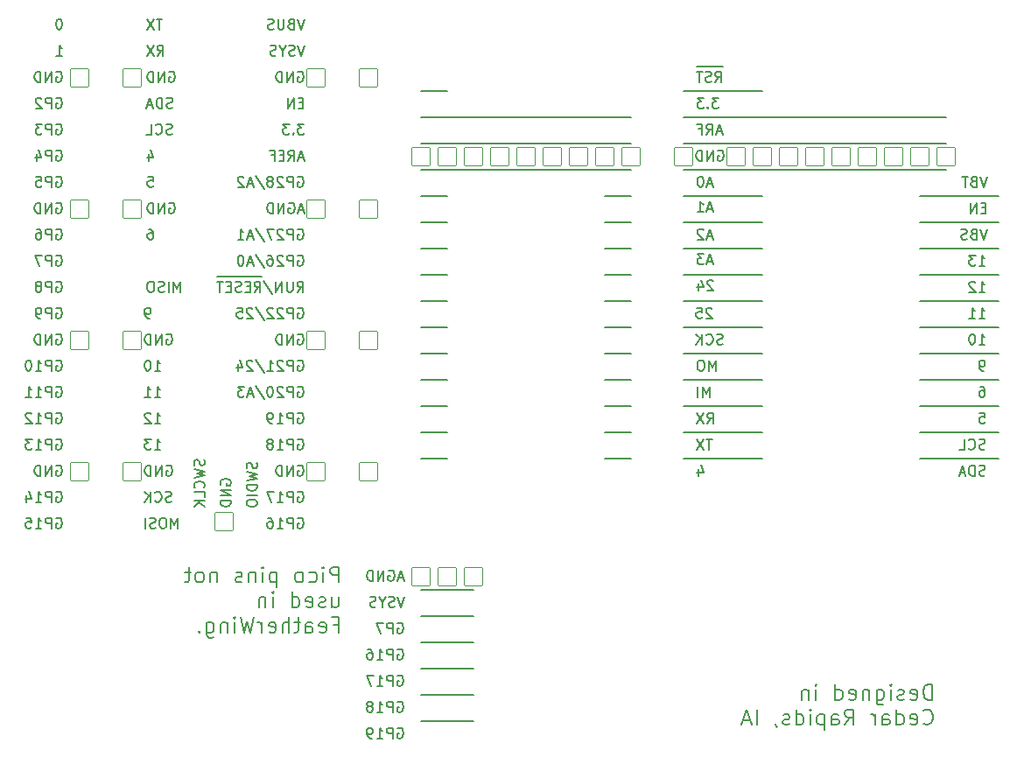
<source format=gbo>
G04 #@! TF.GenerationSoftware,KiCad,Pcbnew,7.0.1*
G04 #@! TF.CreationDate,2023-06-02T18:37:16-05:00*
G04 #@! TF.ProjectId,PicoFeatherWingDuo,5069636f-4665-4617-9468-657257696e67,1*
G04 #@! TF.SameCoordinates,Original*
G04 #@! TF.FileFunction,Legend,Bot*
G04 #@! TF.FilePolarity,Positive*
%FSLAX46Y46*%
G04 Gerber Fmt 4.6, Leading zero omitted, Abs format (unit mm)*
G04 Created by KiCad (PCBNEW 7.0.1) date 2023-06-02 18:37:16*
%MOMM*%
%LPD*%
G01*
G04 APERTURE LIST*
G04 Aperture macros list*
%AMRoundRect*
0 Rectangle with rounded corners*
0 $1 Rounding radius*
0 $2 $3 $4 $5 $6 $7 $8 $9 X,Y pos of 4 corners*
0 Add a 4 corners polygon primitive as box body*
4,1,4,$2,$3,$4,$5,$6,$7,$8,$9,$2,$3,0*
0 Add four circle primitives for the rounded corners*
1,1,$1+$1,$2,$3*
1,1,$1+$1,$4,$5*
1,1,$1+$1,$6,$7*
1,1,$1+$1,$8,$9*
0 Add four rect primitives between the rounded corners*
20,1,$1+$1,$2,$3,$4,$5,0*
20,1,$1+$1,$4,$5,$6,$7,0*
20,1,$1+$1,$6,$7,$8,$9,0*
20,1,$1+$1,$8,$9,$2,$3,0*%
G04 Aperture macros list end*
%ADD10C,0.150000*%
%ADD11C,0.200000*%
%ADD12O,1.776000X1.776000*%
%ADD13C,1.776000*%
%ADD14RoundRect,0.038000X-0.850000X-0.850000X0.850000X-0.850000X0.850000X0.850000X-0.850000X0.850000X0*%
%ADD15C,2.362000*%
%ADD16RoundRect,0.038000X-0.850000X0.850000X-0.850000X-0.850000X0.850000X-0.850000X0.850000X0.850000X0*%
%ADD17C,4.576000*%
%ADD18C,2.276000*%
%ADD19RoundRect,0.038000X0.850000X0.850000X-0.850000X0.850000X-0.850000X-0.850000X0.850000X-0.850000X0*%
%ADD20O,1.876000X1.876000*%
%ADD21O,1.576000X1.576000*%
G04 APERTURE END LIST*
D10*
X205740000Y-59690000D02*
X198120000Y-59690000D01*
X205740000Y-69850000D02*
X198120000Y-69850000D01*
X228600000Y-80010000D02*
X220980000Y-80010000D01*
X205740000Y-80010000D02*
X198120000Y-80010000D01*
X172720000Y-59690000D02*
X175260000Y-59690000D01*
X175260000Y-46990000D02*
X172720000Y-46990000D01*
X198120000Y-49530000D02*
X223520000Y-49530000D01*
X193040000Y-77470000D02*
X190500000Y-77470000D01*
X177800000Y-102870000D02*
X172720000Y-102870000D01*
X177800000Y-107950000D02*
X172720000Y-107950000D01*
X228600000Y-62230000D02*
X220980000Y-62230000D01*
X172720000Y-80010000D02*
X175260000Y-80010000D01*
X175260000Y-82550000D02*
X172720000Y-82550000D01*
X198120000Y-62230000D02*
X205740000Y-62230000D01*
X198120000Y-72390000D02*
X205740000Y-72390000D01*
X198120000Y-52070000D02*
X223520000Y-52070000D01*
X175260000Y-72390000D02*
X172720000Y-72390000D01*
X190500000Y-69850000D02*
X193040000Y-69850000D01*
X228600000Y-72390000D02*
X220980000Y-72390000D01*
X198120000Y-82550000D02*
X205740000Y-82550000D01*
X228600000Y-74930000D02*
X220980000Y-74930000D01*
X205740000Y-54610000D02*
X223520000Y-54610000D01*
X177800000Y-97790000D02*
X172720000Y-97790000D01*
X193040000Y-62230000D02*
X190500000Y-62230000D01*
X190500000Y-59690000D02*
X193040000Y-59690000D01*
X228600000Y-69850000D02*
X220980000Y-69850000D01*
X172720000Y-74930000D02*
X175260000Y-74930000D01*
X198120000Y-46990000D02*
X205740000Y-46990000D01*
X228600000Y-59690000D02*
X220980000Y-59690000D01*
X193040000Y-67310000D02*
X190500000Y-67310000D01*
X190500000Y-64770000D02*
X193040000Y-64770000D01*
X198120000Y-67310000D02*
X205740000Y-67310000D01*
X193040000Y-72390000D02*
X190500000Y-72390000D01*
X172720000Y-69850000D02*
X175260000Y-69850000D01*
X175260000Y-57150000D02*
X172720000Y-57150000D01*
X172720000Y-100330000D02*
X177800000Y-100330000D01*
X190500000Y-74930000D02*
X193040000Y-74930000D01*
X198120000Y-57150000D02*
X205740000Y-57150000D01*
X205740000Y-54610000D02*
X198120000Y-54610000D01*
X172720000Y-105410000D02*
X177800000Y-105410000D01*
X175260000Y-67310000D02*
X172720000Y-67310000D01*
X172720000Y-64770000D02*
X175260000Y-64770000D01*
X190500000Y-80010000D02*
X193040000Y-80010000D01*
X175260000Y-62230000D02*
X172720000Y-62230000D01*
X193040000Y-57150000D02*
X190500000Y-57150000D01*
X172720000Y-95250000D02*
X177800000Y-95250000D01*
X228600000Y-67310000D02*
X220980000Y-67310000D01*
X175260000Y-77470000D02*
X172720000Y-77470000D01*
X205740000Y-74930000D02*
X198120000Y-74930000D01*
X228600000Y-77470000D02*
X220980000Y-77470000D01*
X228600000Y-64770000D02*
X220980000Y-64770000D01*
X205740000Y-64770000D02*
X198120000Y-64770000D01*
X228600000Y-82550000D02*
X220980000Y-82550000D01*
X193040000Y-82550000D02*
X190500000Y-82550000D01*
X172720000Y-49530000D02*
X193040000Y-49530000D01*
X198120000Y-77470000D02*
X205740000Y-77470000D01*
X172720000Y-54610000D02*
X193040000Y-54610000D01*
X193040000Y-52070000D02*
X172720000Y-52070000D01*
X228600000Y-57150000D02*
X220980000Y-57150000D01*
X160782095Y-70553238D02*
X160877333Y-70505619D01*
X160877333Y-70505619D02*
X161020190Y-70505619D01*
X161020190Y-70505619D02*
X161163047Y-70553238D01*
X161163047Y-70553238D02*
X161258285Y-70648476D01*
X161258285Y-70648476D02*
X161305904Y-70743714D01*
X161305904Y-70743714D02*
X161353523Y-70934190D01*
X161353523Y-70934190D02*
X161353523Y-71077047D01*
X161353523Y-71077047D02*
X161305904Y-71267523D01*
X161305904Y-71267523D02*
X161258285Y-71362761D01*
X161258285Y-71362761D02*
X161163047Y-71458000D01*
X161163047Y-71458000D02*
X161020190Y-71505619D01*
X161020190Y-71505619D02*
X160924952Y-71505619D01*
X160924952Y-71505619D02*
X160782095Y-71458000D01*
X160782095Y-71458000D02*
X160734476Y-71410380D01*
X160734476Y-71410380D02*
X160734476Y-71077047D01*
X160734476Y-71077047D02*
X160924952Y-71077047D01*
X160305904Y-71505619D02*
X160305904Y-70505619D01*
X160305904Y-70505619D02*
X159734476Y-71505619D01*
X159734476Y-71505619D02*
X159734476Y-70505619D01*
X159258285Y-71505619D02*
X159258285Y-70505619D01*
X159258285Y-70505619D02*
X159020190Y-70505619D01*
X159020190Y-70505619D02*
X158877333Y-70553238D01*
X158877333Y-70553238D02*
X158782095Y-70648476D01*
X158782095Y-70648476D02*
X158734476Y-70743714D01*
X158734476Y-70743714D02*
X158686857Y-70934190D01*
X158686857Y-70934190D02*
X158686857Y-71077047D01*
X158686857Y-71077047D02*
X158734476Y-71267523D01*
X158734476Y-71267523D02*
X158782095Y-71362761D01*
X158782095Y-71362761D02*
X158877333Y-71458000D01*
X158877333Y-71458000D02*
X159020190Y-71505619D01*
X159020190Y-71505619D02*
X159258285Y-71505619D01*
X161401142Y-50185619D02*
X160782095Y-50185619D01*
X160782095Y-50185619D02*
X161115428Y-50566571D01*
X161115428Y-50566571D02*
X160972571Y-50566571D01*
X160972571Y-50566571D02*
X160877333Y-50614190D01*
X160877333Y-50614190D02*
X160829714Y-50661809D01*
X160829714Y-50661809D02*
X160782095Y-50757047D01*
X160782095Y-50757047D02*
X160782095Y-50995142D01*
X160782095Y-50995142D02*
X160829714Y-51090380D01*
X160829714Y-51090380D02*
X160877333Y-51138000D01*
X160877333Y-51138000D02*
X160972571Y-51185619D01*
X160972571Y-51185619D02*
X161258285Y-51185619D01*
X161258285Y-51185619D02*
X161353523Y-51138000D01*
X161353523Y-51138000D02*
X161401142Y-51090380D01*
X160353523Y-51090380D02*
X160305904Y-51138000D01*
X160305904Y-51138000D02*
X160353523Y-51185619D01*
X160353523Y-51185619D02*
X160401142Y-51138000D01*
X160401142Y-51138000D02*
X160353523Y-51090380D01*
X160353523Y-51090380D02*
X160353523Y-51185619D01*
X159972571Y-50185619D02*
X159353524Y-50185619D01*
X159353524Y-50185619D02*
X159686857Y-50566571D01*
X159686857Y-50566571D02*
X159544000Y-50566571D01*
X159544000Y-50566571D02*
X159448762Y-50614190D01*
X159448762Y-50614190D02*
X159401143Y-50661809D01*
X159401143Y-50661809D02*
X159353524Y-50757047D01*
X159353524Y-50757047D02*
X159353524Y-50995142D01*
X159353524Y-50995142D02*
X159401143Y-51090380D01*
X159401143Y-51090380D02*
X159448762Y-51138000D01*
X159448762Y-51138000D02*
X159544000Y-51185619D01*
X159544000Y-51185619D02*
X159829714Y-51185619D01*
X159829714Y-51185619D02*
X159924952Y-51138000D01*
X159924952Y-51138000D02*
X159972571Y-51090380D01*
X137414095Y-55313238D02*
X137509333Y-55265619D01*
X137509333Y-55265619D02*
X137652190Y-55265619D01*
X137652190Y-55265619D02*
X137795047Y-55313238D01*
X137795047Y-55313238D02*
X137890285Y-55408476D01*
X137890285Y-55408476D02*
X137937904Y-55503714D01*
X137937904Y-55503714D02*
X137985523Y-55694190D01*
X137985523Y-55694190D02*
X137985523Y-55837047D01*
X137985523Y-55837047D02*
X137937904Y-56027523D01*
X137937904Y-56027523D02*
X137890285Y-56122761D01*
X137890285Y-56122761D02*
X137795047Y-56218000D01*
X137795047Y-56218000D02*
X137652190Y-56265619D01*
X137652190Y-56265619D02*
X137556952Y-56265619D01*
X137556952Y-56265619D02*
X137414095Y-56218000D01*
X137414095Y-56218000D02*
X137366476Y-56170380D01*
X137366476Y-56170380D02*
X137366476Y-55837047D01*
X137366476Y-55837047D02*
X137556952Y-55837047D01*
X136937904Y-56265619D02*
X136937904Y-55265619D01*
X136937904Y-55265619D02*
X136556952Y-55265619D01*
X136556952Y-55265619D02*
X136461714Y-55313238D01*
X136461714Y-55313238D02*
X136414095Y-55360857D01*
X136414095Y-55360857D02*
X136366476Y-55456095D01*
X136366476Y-55456095D02*
X136366476Y-55598952D01*
X136366476Y-55598952D02*
X136414095Y-55694190D01*
X136414095Y-55694190D02*
X136461714Y-55741809D01*
X136461714Y-55741809D02*
X136556952Y-55789428D01*
X136556952Y-55789428D02*
X136937904Y-55789428D01*
X135461714Y-55265619D02*
X135937904Y-55265619D01*
X135937904Y-55265619D02*
X135985523Y-55741809D01*
X135985523Y-55741809D02*
X135937904Y-55694190D01*
X135937904Y-55694190D02*
X135842666Y-55646571D01*
X135842666Y-55646571D02*
X135604571Y-55646571D01*
X135604571Y-55646571D02*
X135509333Y-55694190D01*
X135509333Y-55694190D02*
X135461714Y-55741809D01*
X135461714Y-55741809D02*
X135414095Y-55837047D01*
X135414095Y-55837047D02*
X135414095Y-56075142D01*
X135414095Y-56075142D02*
X135461714Y-56170380D01*
X135461714Y-56170380D02*
X135509333Y-56218000D01*
X135509333Y-56218000D02*
X135604571Y-56265619D01*
X135604571Y-56265619D02*
X135842666Y-56265619D01*
X135842666Y-56265619D02*
X135937904Y-56218000D01*
X135937904Y-56218000D02*
X135985523Y-56170380D01*
X201786809Y-50899904D02*
X201310619Y-50899904D01*
X201882047Y-51185619D02*
X201548714Y-50185619D01*
X201548714Y-50185619D02*
X201215381Y-51185619D01*
X200310619Y-51185619D02*
X200643952Y-50709428D01*
X200882047Y-51185619D02*
X200882047Y-50185619D01*
X200882047Y-50185619D02*
X200501095Y-50185619D01*
X200501095Y-50185619D02*
X200405857Y-50233238D01*
X200405857Y-50233238D02*
X200358238Y-50280857D01*
X200358238Y-50280857D02*
X200310619Y-50376095D01*
X200310619Y-50376095D02*
X200310619Y-50518952D01*
X200310619Y-50518952D02*
X200358238Y-50614190D01*
X200358238Y-50614190D02*
X200405857Y-50661809D01*
X200405857Y-50661809D02*
X200501095Y-50709428D01*
X200501095Y-50709428D02*
X200882047Y-50709428D01*
X199548714Y-50661809D02*
X199882047Y-50661809D01*
X199882047Y-51185619D02*
X199882047Y-50185619D01*
X199882047Y-50185619D02*
X199405857Y-50185619D01*
X148335714Y-45153238D02*
X148430952Y-45105619D01*
X148430952Y-45105619D02*
X148573809Y-45105619D01*
X148573809Y-45105619D02*
X148716666Y-45153238D01*
X148716666Y-45153238D02*
X148811904Y-45248476D01*
X148811904Y-45248476D02*
X148859523Y-45343714D01*
X148859523Y-45343714D02*
X148907142Y-45534190D01*
X148907142Y-45534190D02*
X148907142Y-45677047D01*
X148907142Y-45677047D02*
X148859523Y-45867523D01*
X148859523Y-45867523D02*
X148811904Y-45962761D01*
X148811904Y-45962761D02*
X148716666Y-46058000D01*
X148716666Y-46058000D02*
X148573809Y-46105619D01*
X148573809Y-46105619D02*
X148478571Y-46105619D01*
X148478571Y-46105619D02*
X148335714Y-46058000D01*
X148335714Y-46058000D02*
X148288095Y-46010380D01*
X148288095Y-46010380D02*
X148288095Y-45677047D01*
X148288095Y-45677047D02*
X148478571Y-45677047D01*
X147859523Y-46105619D02*
X147859523Y-45105619D01*
X147859523Y-45105619D02*
X147288095Y-46105619D01*
X147288095Y-46105619D02*
X147288095Y-45105619D01*
X146811904Y-46105619D02*
X146811904Y-45105619D01*
X146811904Y-45105619D02*
X146573809Y-45105619D01*
X146573809Y-45105619D02*
X146430952Y-45153238D01*
X146430952Y-45153238D02*
X146335714Y-45248476D01*
X146335714Y-45248476D02*
X146288095Y-45343714D01*
X146288095Y-45343714D02*
X146240476Y-45534190D01*
X146240476Y-45534190D02*
X146240476Y-45677047D01*
X146240476Y-45677047D02*
X146288095Y-45867523D01*
X146288095Y-45867523D02*
X146335714Y-45962761D01*
X146335714Y-45962761D02*
X146430952Y-46058000D01*
X146430952Y-46058000D02*
X146573809Y-46105619D01*
X146573809Y-46105619D02*
X146811904Y-46105619D01*
X160782095Y-62933238D02*
X160877333Y-62885619D01*
X160877333Y-62885619D02*
X161020190Y-62885619D01*
X161020190Y-62885619D02*
X161163047Y-62933238D01*
X161163047Y-62933238D02*
X161258285Y-63028476D01*
X161258285Y-63028476D02*
X161305904Y-63123714D01*
X161305904Y-63123714D02*
X161353523Y-63314190D01*
X161353523Y-63314190D02*
X161353523Y-63457047D01*
X161353523Y-63457047D02*
X161305904Y-63647523D01*
X161305904Y-63647523D02*
X161258285Y-63742761D01*
X161258285Y-63742761D02*
X161163047Y-63838000D01*
X161163047Y-63838000D02*
X161020190Y-63885619D01*
X161020190Y-63885619D02*
X160924952Y-63885619D01*
X160924952Y-63885619D02*
X160782095Y-63838000D01*
X160782095Y-63838000D02*
X160734476Y-63790380D01*
X160734476Y-63790380D02*
X160734476Y-63457047D01*
X160734476Y-63457047D02*
X160924952Y-63457047D01*
X160305904Y-63885619D02*
X160305904Y-62885619D01*
X160305904Y-62885619D02*
X159924952Y-62885619D01*
X159924952Y-62885619D02*
X159829714Y-62933238D01*
X159829714Y-62933238D02*
X159782095Y-62980857D01*
X159782095Y-62980857D02*
X159734476Y-63076095D01*
X159734476Y-63076095D02*
X159734476Y-63218952D01*
X159734476Y-63218952D02*
X159782095Y-63314190D01*
X159782095Y-63314190D02*
X159829714Y-63361809D01*
X159829714Y-63361809D02*
X159924952Y-63409428D01*
X159924952Y-63409428D02*
X160305904Y-63409428D01*
X159353523Y-62980857D02*
X159305904Y-62933238D01*
X159305904Y-62933238D02*
X159210666Y-62885619D01*
X159210666Y-62885619D02*
X158972571Y-62885619D01*
X158972571Y-62885619D02*
X158877333Y-62933238D01*
X158877333Y-62933238D02*
X158829714Y-62980857D01*
X158829714Y-62980857D02*
X158782095Y-63076095D01*
X158782095Y-63076095D02*
X158782095Y-63171333D01*
X158782095Y-63171333D02*
X158829714Y-63314190D01*
X158829714Y-63314190D02*
X159401142Y-63885619D01*
X159401142Y-63885619D02*
X158782095Y-63885619D01*
X157924952Y-62885619D02*
X158115428Y-62885619D01*
X158115428Y-62885619D02*
X158210666Y-62933238D01*
X158210666Y-62933238D02*
X158258285Y-62980857D01*
X158258285Y-62980857D02*
X158353523Y-63123714D01*
X158353523Y-63123714D02*
X158401142Y-63314190D01*
X158401142Y-63314190D02*
X158401142Y-63695142D01*
X158401142Y-63695142D02*
X158353523Y-63790380D01*
X158353523Y-63790380D02*
X158305904Y-63838000D01*
X158305904Y-63838000D02*
X158210666Y-63885619D01*
X158210666Y-63885619D02*
X158020190Y-63885619D01*
X158020190Y-63885619D02*
X157924952Y-63838000D01*
X157924952Y-63838000D02*
X157877333Y-63790380D01*
X157877333Y-63790380D02*
X157829714Y-63695142D01*
X157829714Y-63695142D02*
X157829714Y-63457047D01*
X157829714Y-63457047D02*
X157877333Y-63361809D01*
X157877333Y-63361809D02*
X157924952Y-63314190D01*
X157924952Y-63314190D02*
X158020190Y-63266571D01*
X158020190Y-63266571D02*
X158210666Y-63266571D01*
X158210666Y-63266571D02*
X158305904Y-63314190D01*
X158305904Y-63314190D02*
X158353523Y-63361809D01*
X158353523Y-63361809D02*
X158401142Y-63457047D01*
X156686857Y-62838000D02*
X157543999Y-64123714D01*
X156401142Y-63599904D02*
X155924952Y-63599904D01*
X156496380Y-63885619D02*
X156163047Y-62885619D01*
X156163047Y-62885619D02*
X155829714Y-63885619D01*
X155305904Y-62885619D02*
X155210666Y-62885619D01*
X155210666Y-62885619D02*
X155115428Y-62933238D01*
X155115428Y-62933238D02*
X155067809Y-62980857D01*
X155067809Y-62980857D02*
X155020190Y-63076095D01*
X155020190Y-63076095D02*
X154972571Y-63266571D01*
X154972571Y-63266571D02*
X154972571Y-63504666D01*
X154972571Y-63504666D02*
X155020190Y-63695142D01*
X155020190Y-63695142D02*
X155067809Y-63790380D01*
X155067809Y-63790380D02*
X155115428Y-63838000D01*
X155115428Y-63838000D02*
X155210666Y-63885619D01*
X155210666Y-63885619D02*
X155305904Y-63885619D01*
X155305904Y-63885619D02*
X155401142Y-63838000D01*
X155401142Y-63838000D02*
X155448761Y-63790380D01*
X155448761Y-63790380D02*
X155496380Y-63695142D01*
X155496380Y-63695142D02*
X155543999Y-63504666D01*
X155543999Y-63504666D02*
X155543999Y-63266571D01*
X155543999Y-63266571D02*
X155496380Y-63076095D01*
X155496380Y-63076095D02*
X155448761Y-62980857D01*
X155448761Y-62980857D02*
X155401142Y-62933238D01*
X155401142Y-62933238D02*
X155305904Y-62885619D01*
X160782095Y-80713238D02*
X160877333Y-80665619D01*
X160877333Y-80665619D02*
X161020190Y-80665619D01*
X161020190Y-80665619D02*
X161163047Y-80713238D01*
X161163047Y-80713238D02*
X161258285Y-80808476D01*
X161258285Y-80808476D02*
X161305904Y-80903714D01*
X161305904Y-80903714D02*
X161353523Y-81094190D01*
X161353523Y-81094190D02*
X161353523Y-81237047D01*
X161353523Y-81237047D02*
X161305904Y-81427523D01*
X161305904Y-81427523D02*
X161258285Y-81522761D01*
X161258285Y-81522761D02*
X161163047Y-81618000D01*
X161163047Y-81618000D02*
X161020190Y-81665619D01*
X161020190Y-81665619D02*
X160924952Y-81665619D01*
X160924952Y-81665619D02*
X160782095Y-81618000D01*
X160782095Y-81618000D02*
X160734476Y-81570380D01*
X160734476Y-81570380D02*
X160734476Y-81237047D01*
X160734476Y-81237047D02*
X160924952Y-81237047D01*
X160305904Y-81665619D02*
X160305904Y-80665619D01*
X160305904Y-80665619D02*
X159924952Y-80665619D01*
X159924952Y-80665619D02*
X159829714Y-80713238D01*
X159829714Y-80713238D02*
X159782095Y-80760857D01*
X159782095Y-80760857D02*
X159734476Y-80856095D01*
X159734476Y-80856095D02*
X159734476Y-80998952D01*
X159734476Y-80998952D02*
X159782095Y-81094190D01*
X159782095Y-81094190D02*
X159829714Y-81141809D01*
X159829714Y-81141809D02*
X159924952Y-81189428D01*
X159924952Y-81189428D02*
X160305904Y-81189428D01*
X158782095Y-81665619D02*
X159353523Y-81665619D01*
X159067809Y-81665619D02*
X159067809Y-80665619D01*
X159067809Y-80665619D02*
X159163047Y-80808476D01*
X159163047Y-80808476D02*
X159258285Y-80903714D01*
X159258285Y-80903714D02*
X159353523Y-80951333D01*
X158210666Y-81094190D02*
X158305904Y-81046571D01*
X158305904Y-81046571D02*
X158353523Y-80998952D01*
X158353523Y-80998952D02*
X158401142Y-80903714D01*
X158401142Y-80903714D02*
X158401142Y-80856095D01*
X158401142Y-80856095D02*
X158353523Y-80760857D01*
X158353523Y-80760857D02*
X158305904Y-80713238D01*
X158305904Y-80713238D02*
X158210666Y-80665619D01*
X158210666Y-80665619D02*
X158020190Y-80665619D01*
X158020190Y-80665619D02*
X157924952Y-80713238D01*
X157924952Y-80713238D02*
X157877333Y-80760857D01*
X157877333Y-80760857D02*
X157829714Y-80856095D01*
X157829714Y-80856095D02*
X157829714Y-80903714D01*
X157829714Y-80903714D02*
X157877333Y-80998952D01*
X157877333Y-80998952D02*
X157924952Y-81046571D01*
X157924952Y-81046571D02*
X158020190Y-81094190D01*
X158020190Y-81094190D02*
X158210666Y-81094190D01*
X158210666Y-81094190D02*
X158305904Y-81141809D01*
X158305904Y-81141809D02*
X158353523Y-81189428D01*
X158353523Y-81189428D02*
X158401142Y-81284666D01*
X158401142Y-81284666D02*
X158401142Y-81475142D01*
X158401142Y-81475142D02*
X158353523Y-81570380D01*
X158353523Y-81570380D02*
X158305904Y-81618000D01*
X158305904Y-81618000D02*
X158210666Y-81665619D01*
X158210666Y-81665619D02*
X158020190Y-81665619D01*
X158020190Y-81665619D02*
X157924952Y-81618000D01*
X157924952Y-81618000D02*
X157877333Y-81570380D01*
X157877333Y-81570380D02*
X157829714Y-81475142D01*
X157829714Y-81475142D02*
X157829714Y-81284666D01*
X157829714Y-81284666D02*
X157877333Y-81189428D01*
X157877333Y-81189428D02*
X157924952Y-81141809D01*
X157924952Y-81141809D02*
X158020190Y-81094190D01*
X226742714Y-78125619D02*
X227218904Y-78125619D01*
X227218904Y-78125619D02*
X227266523Y-78601809D01*
X227266523Y-78601809D02*
X227218904Y-78554190D01*
X227218904Y-78554190D02*
X227123666Y-78506571D01*
X227123666Y-78506571D02*
X226885571Y-78506571D01*
X226885571Y-78506571D02*
X226790333Y-78554190D01*
X226790333Y-78554190D02*
X226742714Y-78601809D01*
X226742714Y-78601809D02*
X226695095Y-78697047D01*
X226695095Y-78697047D02*
X226695095Y-78935142D01*
X226695095Y-78935142D02*
X226742714Y-79030380D01*
X226742714Y-79030380D02*
X226790333Y-79078000D01*
X226790333Y-79078000D02*
X226885571Y-79125619D01*
X226885571Y-79125619D02*
X227123666Y-79125619D01*
X227123666Y-79125619D02*
X227218904Y-79078000D01*
X227218904Y-79078000D02*
X227266523Y-79030380D01*
X149176951Y-89285619D02*
X149176951Y-88285619D01*
X149176951Y-88285619D02*
X148843618Y-88999904D01*
X148843618Y-88999904D02*
X148510285Y-88285619D01*
X148510285Y-88285619D02*
X148510285Y-89285619D01*
X147843618Y-88285619D02*
X147653142Y-88285619D01*
X147653142Y-88285619D02*
X147557904Y-88333238D01*
X147557904Y-88333238D02*
X147462666Y-88428476D01*
X147462666Y-88428476D02*
X147415047Y-88618952D01*
X147415047Y-88618952D02*
X147415047Y-88952285D01*
X147415047Y-88952285D02*
X147462666Y-89142761D01*
X147462666Y-89142761D02*
X147557904Y-89238000D01*
X147557904Y-89238000D02*
X147653142Y-89285619D01*
X147653142Y-89285619D02*
X147843618Y-89285619D01*
X147843618Y-89285619D02*
X147938856Y-89238000D01*
X147938856Y-89238000D02*
X148034094Y-89142761D01*
X148034094Y-89142761D02*
X148081713Y-88952285D01*
X148081713Y-88952285D02*
X148081713Y-88618952D01*
X148081713Y-88618952D02*
X148034094Y-88428476D01*
X148034094Y-88428476D02*
X147938856Y-88333238D01*
X147938856Y-88333238D02*
X147843618Y-88285619D01*
X147034094Y-89238000D02*
X146891237Y-89285619D01*
X146891237Y-89285619D02*
X146653142Y-89285619D01*
X146653142Y-89285619D02*
X146557904Y-89238000D01*
X146557904Y-89238000D02*
X146510285Y-89190380D01*
X146510285Y-89190380D02*
X146462666Y-89095142D01*
X146462666Y-89095142D02*
X146462666Y-88999904D01*
X146462666Y-88999904D02*
X146510285Y-88904666D01*
X146510285Y-88904666D02*
X146557904Y-88857047D01*
X146557904Y-88857047D02*
X146653142Y-88809428D01*
X146653142Y-88809428D02*
X146843618Y-88761809D01*
X146843618Y-88761809D02*
X146938856Y-88714190D01*
X146938856Y-88714190D02*
X146986475Y-88666571D01*
X146986475Y-88666571D02*
X147034094Y-88571333D01*
X147034094Y-88571333D02*
X147034094Y-88476095D01*
X147034094Y-88476095D02*
X146986475Y-88380857D01*
X146986475Y-88380857D02*
X146938856Y-88333238D01*
X146938856Y-88333238D02*
X146843618Y-88285619D01*
X146843618Y-88285619D02*
X146605523Y-88285619D01*
X146605523Y-88285619D02*
X146462666Y-88333238D01*
X146034094Y-89285619D02*
X146034094Y-88285619D01*
X160782095Y-60393238D02*
X160877333Y-60345619D01*
X160877333Y-60345619D02*
X161020190Y-60345619D01*
X161020190Y-60345619D02*
X161163047Y-60393238D01*
X161163047Y-60393238D02*
X161258285Y-60488476D01*
X161258285Y-60488476D02*
X161305904Y-60583714D01*
X161305904Y-60583714D02*
X161353523Y-60774190D01*
X161353523Y-60774190D02*
X161353523Y-60917047D01*
X161353523Y-60917047D02*
X161305904Y-61107523D01*
X161305904Y-61107523D02*
X161258285Y-61202761D01*
X161258285Y-61202761D02*
X161163047Y-61298000D01*
X161163047Y-61298000D02*
X161020190Y-61345619D01*
X161020190Y-61345619D02*
X160924952Y-61345619D01*
X160924952Y-61345619D02*
X160782095Y-61298000D01*
X160782095Y-61298000D02*
X160734476Y-61250380D01*
X160734476Y-61250380D02*
X160734476Y-60917047D01*
X160734476Y-60917047D02*
X160924952Y-60917047D01*
X160305904Y-61345619D02*
X160305904Y-60345619D01*
X160305904Y-60345619D02*
X159924952Y-60345619D01*
X159924952Y-60345619D02*
X159829714Y-60393238D01*
X159829714Y-60393238D02*
X159782095Y-60440857D01*
X159782095Y-60440857D02*
X159734476Y-60536095D01*
X159734476Y-60536095D02*
X159734476Y-60678952D01*
X159734476Y-60678952D02*
X159782095Y-60774190D01*
X159782095Y-60774190D02*
X159829714Y-60821809D01*
X159829714Y-60821809D02*
X159924952Y-60869428D01*
X159924952Y-60869428D02*
X160305904Y-60869428D01*
X159353523Y-60440857D02*
X159305904Y-60393238D01*
X159305904Y-60393238D02*
X159210666Y-60345619D01*
X159210666Y-60345619D02*
X158972571Y-60345619D01*
X158972571Y-60345619D02*
X158877333Y-60393238D01*
X158877333Y-60393238D02*
X158829714Y-60440857D01*
X158829714Y-60440857D02*
X158782095Y-60536095D01*
X158782095Y-60536095D02*
X158782095Y-60631333D01*
X158782095Y-60631333D02*
X158829714Y-60774190D01*
X158829714Y-60774190D02*
X159401142Y-61345619D01*
X159401142Y-61345619D02*
X158782095Y-61345619D01*
X158448761Y-60345619D02*
X157782095Y-60345619D01*
X157782095Y-60345619D02*
X158210666Y-61345619D01*
X156686857Y-60298000D02*
X157543999Y-61583714D01*
X156401142Y-61059904D02*
X155924952Y-61059904D01*
X156496380Y-61345619D02*
X156163047Y-60345619D01*
X156163047Y-60345619D02*
X155829714Y-61345619D01*
X154972571Y-61345619D02*
X155543999Y-61345619D01*
X155258285Y-61345619D02*
X155258285Y-60345619D01*
X155258285Y-60345619D02*
X155353523Y-60488476D01*
X155353523Y-60488476D02*
X155448761Y-60583714D01*
X155448761Y-60583714D02*
X155543999Y-60631333D01*
X160782095Y-75633238D02*
X160877333Y-75585619D01*
X160877333Y-75585619D02*
X161020190Y-75585619D01*
X161020190Y-75585619D02*
X161163047Y-75633238D01*
X161163047Y-75633238D02*
X161258285Y-75728476D01*
X161258285Y-75728476D02*
X161305904Y-75823714D01*
X161305904Y-75823714D02*
X161353523Y-76014190D01*
X161353523Y-76014190D02*
X161353523Y-76157047D01*
X161353523Y-76157047D02*
X161305904Y-76347523D01*
X161305904Y-76347523D02*
X161258285Y-76442761D01*
X161258285Y-76442761D02*
X161163047Y-76538000D01*
X161163047Y-76538000D02*
X161020190Y-76585619D01*
X161020190Y-76585619D02*
X160924952Y-76585619D01*
X160924952Y-76585619D02*
X160782095Y-76538000D01*
X160782095Y-76538000D02*
X160734476Y-76490380D01*
X160734476Y-76490380D02*
X160734476Y-76157047D01*
X160734476Y-76157047D02*
X160924952Y-76157047D01*
X160305904Y-76585619D02*
X160305904Y-75585619D01*
X160305904Y-75585619D02*
X159924952Y-75585619D01*
X159924952Y-75585619D02*
X159829714Y-75633238D01*
X159829714Y-75633238D02*
X159782095Y-75680857D01*
X159782095Y-75680857D02*
X159734476Y-75776095D01*
X159734476Y-75776095D02*
X159734476Y-75918952D01*
X159734476Y-75918952D02*
X159782095Y-76014190D01*
X159782095Y-76014190D02*
X159829714Y-76061809D01*
X159829714Y-76061809D02*
X159924952Y-76109428D01*
X159924952Y-76109428D02*
X160305904Y-76109428D01*
X159353523Y-75680857D02*
X159305904Y-75633238D01*
X159305904Y-75633238D02*
X159210666Y-75585619D01*
X159210666Y-75585619D02*
X158972571Y-75585619D01*
X158972571Y-75585619D02*
X158877333Y-75633238D01*
X158877333Y-75633238D02*
X158829714Y-75680857D01*
X158829714Y-75680857D02*
X158782095Y-75776095D01*
X158782095Y-75776095D02*
X158782095Y-75871333D01*
X158782095Y-75871333D02*
X158829714Y-76014190D01*
X158829714Y-76014190D02*
X159401142Y-76585619D01*
X159401142Y-76585619D02*
X158782095Y-76585619D01*
X158163047Y-75585619D02*
X158067809Y-75585619D01*
X158067809Y-75585619D02*
X157972571Y-75633238D01*
X157972571Y-75633238D02*
X157924952Y-75680857D01*
X157924952Y-75680857D02*
X157877333Y-75776095D01*
X157877333Y-75776095D02*
X157829714Y-75966571D01*
X157829714Y-75966571D02*
X157829714Y-76204666D01*
X157829714Y-76204666D02*
X157877333Y-76395142D01*
X157877333Y-76395142D02*
X157924952Y-76490380D01*
X157924952Y-76490380D02*
X157972571Y-76538000D01*
X157972571Y-76538000D02*
X158067809Y-76585619D01*
X158067809Y-76585619D02*
X158163047Y-76585619D01*
X158163047Y-76585619D02*
X158258285Y-76538000D01*
X158258285Y-76538000D02*
X158305904Y-76490380D01*
X158305904Y-76490380D02*
X158353523Y-76395142D01*
X158353523Y-76395142D02*
X158401142Y-76204666D01*
X158401142Y-76204666D02*
X158401142Y-75966571D01*
X158401142Y-75966571D02*
X158353523Y-75776095D01*
X158353523Y-75776095D02*
X158305904Y-75680857D01*
X158305904Y-75680857D02*
X158258285Y-75633238D01*
X158258285Y-75633238D02*
X158163047Y-75585619D01*
X156686857Y-75538000D02*
X157543999Y-76823714D01*
X156401142Y-76299904D02*
X155924952Y-76299904D01*
X156496380Y-76585619D02*
X156163047Y-75585619D01*
X156163047Y-75585619D02*
X155829714Y-76585619D01*
X155591618Y-75585619D02*
X154972571Y-75585619D01*
X154972571Y-75585619D02*
X155305904Y-75966571D01*
X155305904Y-75966571D02*
X155163047Y-75966571D01*
X155163047Y-75966571D02*
X155067809Y-76014190D01*
X155067809Y-76014190D02*
X155020190Y-76061809D01*
X155020190Y-76061809D02*
X154972571Y-76157047D01*
X154972571Y-76157047D02*
X154972571Y-76395142D01*
X154972571Y-76395142D02*
X155020190Y-76490380D01*
X155020190Y-76490380D02*
X155067809Y-76538000D01*
X155067809Y-76538000D02*
X155163047Y-76585619D01*
X155163047Y-76585619D02*
X155448761Y-76585619D01*
X155448761Y-76585619D02*
X155543999Y-76538000D01*
X155543999Y-76538000D02*
X155591618Y-76490380D01*
X201215380Y-74045619D02*
X201215380Y-73045619D01*
X201215380Y-73045619D02*
X200882047Y-73759904D01*
X200882047Y-73759904D02*
X200548714Y-73045619D01*
X200548714Y-73045619D02*
X200548714Y-74045619D01*
X199882047Y-73045619D02*
X199691571Y-73045619D01*
X199691571Y-73045619D02*
X199596333Y-73093238D01*
X199596333Y-73093238D02*
X199501095Y-73188476D01*
X199501095Y-73188476D02*
X199453476Y-73378952D01*
X199453476Y-73378952D02*
X199453476Y-73712285D01*
X199453476Y-73712285D02*
X199501095Y-73902761D01*
X199501095Y-73902761D02*
X199596333Y-73998000D01*
X199596333Y-73998000D02*
X199691571Y-74045619D01*
X199691571Y-74045619D02*
X199882047Y-74045619D01*
X199882047Y-74045619D02*
X199977285Y-73998000D01*
X199977285Y-73998000D02*
X200072523Y-73902761D01*
X200072523Y-73902761D02*
X200120142Y-73712285D01*
X200120142Y-73712285D02*
X200120142Y-73378952D01*
X200120142Y-73378952D02*
X200072523Y-73188476D01*
X200072523Y-73188476D02*
X199977285Y-73093238D01*
X199977285Y-73093238D02*
X199882047Y-73045619D01*
X160782095Y-45153238D02*
X160877333Y-45105619D01*
X160877333Y-45105619D02*
X161020190Y-45105619D01*
X161020190Y-45105619D02*
X161163047Y-45153238D01*
X161163047Y-45153238D02*
X161258285Y-45248476D01*
X161258285Y-45248476D02*
X161305904Y-45343714D01*
X161305904Y-45343714D02*
X161353523Y-45534190D01*
X161353523Y-45534190D02*
X161353523Y-45677047D01*
X161353523Y-45677047D02*
X161305904Y-45867523D01*
X161305904Y-45867523D02*
X161258285Y-45962761D01*
X161258285Y-45962761D02*
X161163047Y-46058000D01*
X161163047Y-46058000D02*
X161020190Y-46105619D01*
X161020190Y-46105619D02*
X160924952Y-46105619D01*
X160924952Y-46105619D02*
X160782095Y-46058000D01*
X160782095Y-46058000D02*
X160734476Y-46010380D01*
X160734476Y-46010380D02*
X160734476Y-45677047D01*
X160734476Y-45677047D02*
X160924952Y-45677047D01*
X160305904Y-46105619D02*
X160305904Y-45105619D01*
X160305904Y-45105619D02*
X159734476Y-46105619D01*
X159734476Y-46105619D02*
X159734476Y-45105619D01*
X159258285Y-46105619D02*
X159258285Y-45105619D01*
X159258285Y-45105619D02*
X159020190Y-45105619D01*
X159020190Y-45105619D02*
X158877333Y-45153238D01*
X158877333Y-45153238D02*
X158782095Y-45248476D01*
X158782095Y-45248476D02*
X158734476Y-45343714D01*
X158734476Y-45343714D02*
X158686857Y-45534190D01*
X158686857Y-45534190D02*
X158686857Y-45677047D01*
X158686857Y-45677047D02*
X158734476Y-45867523D01*
X158734476Y-45867523D02*
X158782095Y-45962761D01*
X158782095Y-45962761D02*
X158877333Y-46058000D01*
X158877333Y-46058000D02*
X159020190Y-46105619D01*
X159020190Y-46105619D02*
X159258285Y-46105619D01*
X201897904Y-71458000D02*
X201755047Y-71505619D01*
X201755047Y-71505619D02*
X201516952Y-71505619D01*
X201516952Y-71505619D02*
X201421714Y-71458000D01*
X201421714Y-71458000D02*
X201374095Y-71410380D01*
X201374095Y-71410380D02*
X201326476Y-71315142D01*
X201326476Y-71315142D02*
X201326476Y-71219904D01*
X201326476Y-71219904D02*
X201374095Y-71124666D01*
X201374095Y-71124666D02*
X201421714Y-71077047D01*
X201421714Y-71077047D02*
X201516952Y-71029428D01*
X201516952Y-71029428D02*
X201707428Y-70981809D01*
X201707428Y-70981809D02*
X201802666Y-70934190D01*
X201802666Y-70934190D02*
X201850285Y-70886571D01*
X201850285Y-70886571D02*
X201897904Y-70791333D01*
X201897904Y-70791333D02*
X201897904Y-70696095D01*
X201897904Y-70696095D02*
X201850285Y-70600857D01*
X201850285Y-70600857D02*
X201802666Y-70553238D01*
X201802666Y-70553238D02*
X201707428Y-70505619D01*
X201707428Y-70505619D02*
X201469333Y-70505619D01*
X201469333Y-70505619D02*
X201326476Y-70553238D01*
X200326476Y-71410380D02*
X200374095Y-71458000D01*
X200374095Y-71458000D02*
X200516952Y-71505619D01*
X200516952Y-71505619D02*
X200612190Y-71505619D01*
X200612190Y-71505619D02*
X200755047Y-71458000D01*
X200755047Y-71458000D02*
X200850285Y-71362761D01*
X200850285Y-71362761D02*
X200897904Y-71267523D01*
X200897904Y-71267523D02*
X200945523Y-71077047D01*
X200945523Y-71077047D02*
X200945523Y-70934190D01*
X200945523Y-70934190D02*
X200897904Y-70743714D01*
X200897904Y-70743714D02*
X200850285Y-70648476D01*
X200850285Y-70648476D02*
X200755047Y-70553238D01*
X200755047Y-70553238D02*
X200612190Y-70505619D01*
X200612190Y-70505619D02*
X200516952Y-70505619D01*
X200516952Y-70505619D02*
X200374095Y-70553238D01*
X200374095Y-70553238D02*
X200326476Y-70600857D01*
X199897904Y-71505619D02*
X199897904Y-70505619D01*
X199326476Y-71505619D02*
X199755047Y-70934190D01*
X199326476Y-70505619D02*
X199897904Y-71077047D01*
X170434095Y-101033238D02*
X170529333Y-100985619D01*
X170529333Y-100985619D02*
X170672190Y-100985619D01*
X170672190Y-100985619D02*
X170815047Y-101033238D01*
X170815047Y-101033238D02*
X170910285Y-101128476D01*
X170910285Y-101128476D02*
X170957904Y-101223714D01*
X170957904Y-101223714D02*
X171005523Y-101414190D01*
X171005523Y-101414190D02*
X171005523Y-101557047D01*
X171005523Y-101557047D02*
X170957904Y-101747523D01*
X170957904Y-101747523D02*
X170910285Y-101842761D01*
X170910285Y-101842761D02*
X170815047Y-101938000D01*
X170815047Y-101938000D02*
X170672190Y-101985619D01*
X170672190Y-101985619D02*
X170576952Y-101985619D01*
X170576952Y-101985619D02*
X170434095Y-101938000D01*
X170434095Y-101938000D02*
X170386476Y-101890380D01*
X170386476Y-101890380D02*
X170386476Y-101557047D01*
X170386476Y-101557047D02*
X170576952Y-101557047D01*
X169957904Y-101985619D02*
X169957904Y-100985619D01*
X169957904Y-100985619D02*
X169576952Y-100985619D01*
X169576952Y-100985619D02*
X169481714Y-101033238D01*
X169481714Y-101033238D02*
X169434095Y-101080857D01*
X169434095Y-101080857D02*
X169386476Y-101176095D01*
X169386476Y-101176095D02*
X169386476Y-101318952D01*
X169386476Y-101318952D02*
X169434095Y-101414190D01*
X169434095Y-101414190D02*
X169481714Y-101461809D01*
X169481714Y-101461809D02*
X169576952Y-101509428D01*
X169576952Y-101509428D02*
X169957904Y-101509428D01*
X168434095Y-101985619D02*
X169005523Y-101985619D01*
X168719809Y-101985619D02*
X168719809Y-100985619D01*
X168719809Y-100985619D02*
X168815047Y-101128476D01*
X168815047Y-101128476D02*
X168910285Y-101223714D01*
X168910285Y-101223714D02*
X169005523Y-101271333D01*
X167576952Y-100985619D02*
X167767428Y-100985619D01*
X167767428Y-100985619D02*
X167862666Y-101033238D01*
X167862666Y-101033238D02*
X167910285Y-101080857D01*
X167910285Y-101080857D02*
X168005523Y-101223714D01*
X168005523Y-101223714D02*
X168053142Y-101414190D01*
X168053142Y-101414190D02*
X168053142Y-101795142D01*
X168053142Y-101795142D02*
X168005523Y-101890380D01*
X168005523Y-101890380D02*
X167957904Y-101938000D01*
X167957904Y-101938000D02*
X167862666Y-101985619D01*
X167862666Y-101985619D02*
X167672190Y-101985619D01*
X167672190Y-101985619D02*
X167576952Y-101938000D01*
X167576952Y-101938000D02*
X167529333Y-101890380D01*
X167529333Y-101890380D02*
X167481714Y-101795142D01*
X167481714Y-101795142D02*
X167481714Y-101557047D01*
X167481714Y-101557047D02*
X167529333Y-101461809D01*
X167529333Y-101461809D02*
X167576952Y-101414190D01*
X167576952Y-101414190D02*
X167672190Y-101366571D01*
X167672190Y-101366571D02*
X167862666Y-101366571D01*
X167862666Y-101366571D02*
X167957904Y-101414190D01*
X167957904Y-101414190D02*
X168005523Y-101461809D01*
X168005523Y-101461809D02*
X168053142Y-101557047D01*
X200882047Y-55979904D02*
X200405857Y-55979904D01*
X200977285Y-56265619D02*
X200643952Y-55265619D01*
X200643952Y-55265619D02*
X200310619Y-56265619D01*
X199786809Y-55265619D02*
X199691571Y-55265619D01*
X199691571Y-55265619D02*
X199596333Y-55313238D01*
X199596333Y-55313238D02*
X199548714Y-55360857D01*
X199548714Y-55360857D02*
X199501095Y-55456095D01*
X199501095Y-55456095D02*
X199453476Y-55646571D01*
X199453476Y-55646571D02*
X199453476Y-55884666D01*
X199453476Y-55884666D02*
X199501095Y-56075142D01*
X199501095Y-56075142D02*
X199548714Y-56170380D01*
X199548714Y-56170380D02*
X199596333Y-56218000D01*
X199596333Y-56218000D02*
X199691571Y-56265619D01*
X199691571Y-56265619D02*
X199786809Y-56265619D01*
X199786809Y-56265619D02*
X199882047Y-56218000D01*
X199882047Y-56218000D02*
X199929666Y-56170380D01*
X199929666Y-56170380D02*
X199977285Y-56075142D01*
X199977285Y-56075142D02*
X200024904Y-55884666D01*
X200024904Y-55884666D02*
X200024904Y-55646571D01*
X200024904Y-55646571D02*
X199977285Y-55456095D01*
X199977285Y-55456095D02*
X199929666Y-55360857D01*
X199929666Y-55360857D02*
X199882047Y-55313238D01*
X199882047Y-55313238D02*
X199786809Y-55265619D01*
X148621428Y-51138000D02*
X148478571Y-51185619D01*
X148478571Y-51185619D02*
X148240476Y-51185619D01*
X148240476Y-51185619D02*
X148145238Y-51138000D01*
X148145238Y-51138000D02*
X148097619Y-51090380D01*
X148097619Y-51090380D02*
X148050000Y-50995142D01*
X148050000Y-50995142D02*
X148050000Y-50899904D01*
X148050000Y-50899904D02*
X148097619Y-50804666D01*
X148097619Y-50804666D02*
X148145238Y-50757047D01*
X148145238Y-50757047D02*
X148240476Y-50709428D01*
X148240476Y-50709428D02*
X148430952Y-50661809D01*
X148430952Y-50661809D02*
X148526190Y-50614190D01*
X148526190Y-50614190D02*
X148573809Y-50566571D01*
X148573809Y-50566571D02*
X148621428Y-50471333D01*
X148621428Y-50471333D02*
X148621428Y-50376095D01*
X148621428Y-50376095D02*
X148573809Y-50280857D01*
X148573809Y-50280857D02*
X148526190Y-50233238D01*
X148526190Y-50233238D02*
X148430952Y-50185619D01*
X148430952Y-50185619D02*
X148192857Y-50185619D01*
X148192857Y-50185619D02*
X148050000Y-50233238D01*
X147050000Y-51090380D02*
X147097619Y-51138000D01*
X147097619Y-51138000D02*
X147240476Y-51185619D01*
X147240476Y-51185619D02*
X147335714Y-51185619D01*
X147335714Y-51185619D02*
X147478571Y-51138000D01*
X147478571Y-51138000D02*
X147573809Y-51042761D01*
X147573809Y-51042761D02*
X147621428Y-50947523D01*
X147621428Y-50947523D02*
X147669047Y-50757047D01*
X147669047Y-50757047D02*
X147669047Y-50614190D01*
X147669047Y-50614190D02*
X147621428Y-50423714D01*
X147621428Y-50423714D02*
X147573809Y-50328476D01*
X147573809Y-50328476D02*
X147478571Y-50233238D01*
X147478571Y-50233238D02*
X147335714Y-50185619D01*
X147335714Y-50185619D02*
X147240476Y-50185619D01*
X147240476Y-50185619D02*
X147097619Y-50233238D01*
X147097619Y-50233238D02*
X147050000Y-50280857D01*
X146145238Y-51185619D02*
X146621428Y-51185619D01*
X146621428Y-51185619D02*
X146621428Y-50185619D01*
X137414095Y-73093238D02*
X137509333Y-73045619D01*
X137509333Y-73045619D02*
X137652190Y-73045619D01*
X137652190Y-73045619D02*
X137795047Y-73093238D01*
X137795047Y-73093238D02*
X137890285Y-73188476D01*
X137890285Y-73188476D02*
X137937904Y-73283714D01*
X137937904Y-73283714D02*
X137985523Y-73474190D01*
X137985523Y-73474190D02*
X137985523Y-73617047D01*
X137985523Y-73617047D02*
X137937904Y-73807523D01*
X137937904Y-73807523D02*
X137890285Y-73902761D01*
X137890285Y-73902761D02*
X137795047Y-73998000D01*
X137795047Y-73998000D02*
X137652190Y-74045619D01*
X137652190Y-74045619D02*
X137556952Y-74045619D01*
X137556952Y-74045619D02*
X137414095Y-73998000D01*
X137414095Y-73998000D02*
X137366476Y-73950380D01*
X137366476Y-73950380D02*
X137366476Y-73617047D01*
X137366476Y-73617047D02*
X137556952Y-73617047D01*
X136937904Y-74045619D02*
X136937904Y-73045619D01*
X136937904Y-73045619D02*
X136556952Y-73045619D01*
X136556952Y-73045619D02*
X136461714Y-73093238D01*
X136461714Y-73093238D02*
X136414095Y-73140857D01*
X136414095Y-73140857D02*
X136366476Y-73236095D01*
X136366476Y-73236095D02*
X136366476Y-73378952D01*
X136366476Y-73378952D02*
X136414095Y-73474190D01*
X136414095Y-73474190D02*
X136461714Y-73521809D01*
X136461714Y-73521809D02*
X136556952Y-73569428D01*
X136556952Y-73569428D02*
X136937904Y-73569428D01*
X135414095Y-74045619D02*
X135985523Y-74045619D01*
X135699809Y-74045619D02*
X135699809Y-73045619D01*
X135699809Y-73045619D02*
X135795047Y-73188476D01*
X135795047Y-73188476D02*
X135890285Y-73283714D01*
X135890285Y-73283714D02*
X135985523Y-73331333D01*
X134795047Y-73045619D02*
X134699809Y-73045619D01*
X134699809Y-73045619D02*
X134604571Y-73093238D01*
X134604571Y-73093238D02*
X134556952Y-73140857D01*
X134556952Y-73140857D02*
X134509333Y-73236095D01*
X134509333Y-73236095D02*
X134461714Y-73426571D01*
X134461714Y-73426571D02*
X134461714Y-73664666D01*
X134461714Y-73664666D02*
X134509333Y-73855142D01*
X134509333Y-73855142D02*
X134556952Y-73950380D01*
X134556952Y-73950380D02*
X134604571Y-73998000D01*
X134604571Y-73998000D02*
X134699809Y-74045619D01*
X134699809Y-74045619D02*
X134795047Y-74045619D01*
X134795047Y-74045619D02*
X134890285Y-73998000D01*
X134890285Y-73998000D02*
X134937904Y-73950380D01*
X134937904Y-73950380D02*
X134985523Y-73855142D01*
X134985523Y-73855142D02*
X135033142Y-73664666D01*
X135033142Y-73664666D02*
X135033142Y-73426571D01*
X135033142Y-73426571D02*
X134985523Y-73236095D01*
X134985523Y-73236095D02*
X134937904Y-73140857D01*
X134937904Y-73140857D02*
X134890285Y-73093238D01*
X134890285Y-73093238D02*
X134795047Y-73045619D01*
X137414095Y-85793238D02*
X137509333Y-85745619D01*
X137509333Y-85745619D02*
X137652190Y-85745619D01*
X137652190Y-85745619D02*
X137795047Y-85793238D01*
X137795047Y-85793238D02*
X137890285Y-85888476D01*
X137890285Y-85888476D02*
X137937904Y-85983714D01*
X137937904Y-85983714D02*
X137985523Y-86174190D01*
X137985523Y-86174190D02*
X137985523Y-86317047D01*
X137985523Y-86317047D02*
X137937904Y-86507523D01*
X137937904Y-86507523D02*
X137890285Y-86602761D01*
X137890285Y-86602761D02*
X137795047Y-86698000D01*
X137795047Y-86698000D02*
X137652190Y-86745619D01*
X137652190Y-86745619D02*
X137556952Y-86745619D01*
X137556952Y-86745619D02*
X137414095Y-86698000D01*
X137414095Y-86698000D02*
X137366476Y-86650380D01*
X137366476Y-86650380D02*
X137366476Y-86317047D01*
X137366476Y-86317047D02*
X137556952Y-86317047D01*
X136937904Y-86745619D02*
X136937904Y-85745619D01*
X136937904Y-85745619D02*
X136556952Y-85745619D01*
X136556952Y-85745619D02*
X136461714Y-85793238D01*
X136461714Y-85793238D02*
X136414095Y-85840857D01*
X136414095Y-85840857D02*
X136366476Y-85936095D01*
X136366476Y-85936095D02*
X136366476Y-86078952D01*
X136366476Y-86078952D02*
X136414095Y-86174190D01*
X136414095Y-86174190D02*
X136461714Y-86221809D01*
X136461714Y-86221809D02*
X136556952Y-86269428D01*
X136556952Y-86269428D02*
X136937904Y-86269428D01*
X135414095Y-86745619D02*
X135985523Y-86745619D01*
X135699809Y-86745619D02*
X135699809Y-85745619D01*
X135699809Y-85745619D02*
X135795047Y-85888476D01*
X135795047Y-85888476D02*
X135890285Y-85983714D01*
X135890285Y-85983714D02*
X135985523Y-86031333D01*
X134556952Y-86078952D02*
X134556952Y-86745619D01*
X134795047Y-85698000D02*
X135033142Y-86412285D01*
X135033142Y-86412285D02*
X134414095Y-86412285D01*
X146938857Y-76585619D02*
X147510285Y-76585619D01*
X147224571Y-76585619D02*
X147224571Y-75585619D01*
X147224571Y-75585619D02*
X147319809Y-75728476D01*
X147319809Y-75728476D02*
X147415047Y-75823714D01*
X147415047Y-75823714D02*
X147510285Y-75871333D01*
X145986476Y-76585619D02*
X146557904Y-76585619D01*
X146272190Y-76585619D02*
X146272190Y-75585619D01*
X146272190Y-75585619D02*
X146367428Y-75728476D01*
X146367428Y-75728476D02*
X146462666Y-75823714D01*
X146462666Y-75823714D02*
X146557904Y-75871333D01*
X160782095Y-85793238D02*
X160877333Y-85745619D01*
X160877333Y-85745619D02*
X161020190Y-85745619D01*
X161020190Y-85745619D02*
X161163047Y-85793238D01*
X161163047Y-85793238D02*
X161258285Y-85888476D01*
X161258285Y-85888476D02*
X161305904Y-85983714D01*
X161305904Y-85983714D02*
X161353523Y-86174190D01*
X161353523Y-86174190D02*
X161353523Y-86317047D01*
X161353523Y-86317047D02*
X161305904Y-86507523D01*
X161305904Y-86507523D02*
X161258285Y-86602761D01*
X161258285Y-86602761D02*
X161163047Y-86698000D01*
X161163047Y-86698000D02*
X161020190Y-86745619D01*
X161020190Y-86745619D02*
X160924952Y-86745619D01*
X160924952Y-86745619D02*
X160782095Y-86698000D01*
X160782095Y-86698000D02*
X160734476Y-86650380D01*
X160734476Y-86650380D02*
X160734476Y-86317047D01*
X160734476Y-86317047D02*
X160924952Y-86317047D01*
X160305904Y-86745619D02*
X160305904Y-85745619D01*
X160305904Y-85745619D02*
X159924952Y-85745619D01*
X159924952Y-85745619D02*
X159829714Y-85793238D01*
X159829714Y-85793238D02*
X159782095Y-85840857D01*
X159782095Y-85840857D02*
X159734476Y-85936095D01*
X159734476Y-85936095D02*
X159734476Y-86078952D01*
X159734476Y-86078952D02*
X159782095Y-86174190D01*
X159782095Y-86174190D02*
X159829714Y-86221809D01*
X159829714Y-86221809D02*
X159924952Y-86269428D01*
X159924952Y-86269428D02*
X160305904Y-86269428D01*
X158782095Y-86745619D02*
X159353523Y-86745619D01*
X159067809Y-86745619D02*
X159067809Y-85745619D01*
X159067809Y-85745619D02*
X159163047Y-85888476D01*
X159163047Y-85888476D02*
X159258285Y-85983714D01*
X159258285Y-85983714D02*
X159353523Y-86031333D01*
X158448761Y-85745619D02*
X157782095Y-85745619D01*
X157782095Y-85745619D02*
X158210666Y-86745619D01*
X137414095Y-62933238D02*
X137509333Y-62885619D01*
X137509333Y-62885619D02*
X137652190Y-62885619D01*
X137652190Y-62885619D02*
X137795047Y-62933238D01*
X137795047Y-62933238D02*
X137890285Y-63028476D01*
X137890285Y-63028476D02*
X137937904Y-63123714D01*
X137937904Y-63123714D02*
X137985523Y-63314190D01*
X137985523Y-63314190D02*
X137985523Y-63457047D01*
X137985523Y-63457047D02*
X137937904Y-63647523D01*
X137937904Y-63647523D02*
X137890285Y-63742761D01*
X137890285Y-63742761D02*
X137795047Y-63838000D01*
X137795047Y-63838000D02*
X137652190Y-63885619D01*
X137652190Y-63885619D02*
X137556952Y-63885619D01*
X137556952Y-63885619D02*
X137414095Y-63838000D01*
X137414095Y-63838000D02*
X137366476Y-63790380D01*
X137366476Y-63790380D02*
X137366476Y-63457047D01*
X137366476Y-63457047D02*
X137556952Y-63457047D01*
X136937904Y-63885619D02*
X136937904Y-62885619D01*
X136937904Y-62885619D02*
X136556952Y-62885619D01*
X136556952Y-62885619D02*
X136461714Y-62933238D01*
X136461714Y-62933238D02*
X136414095Y-62980857D01*
X136414095Y-62980857D02*
X136366476Y-63076095D01*
X136366476Y-63076095D02*
X136366476Y-63218952D01*
X136366476Y-63218952D02*
X136414095Y-63314190D01*
X136414095Y-63314190D02*
X136461714Y-63361809D01*
X136461714Y-63361809D02*
X136556952Y-63409428D01*
X136556952Y-63409428D02*
X136937904Y-63409428D01*
X136033142Y-62885619D02*
X135366476Y-62885619D01*
X135366476Y-62885619D02*
X135795047Y-63885619D01*
X137414095Y-68013238D02*
X137509333Y-67965619D01*
X137509333Y-67965619D02*
X137652190Y-67965619D01*
X137652190Y-67965619D02*
X137795047Y-68013238D01*
X137795047Y-68013238D02*
X137890285Y-68108476D01*
X137890285Y-68108476D02*
X137937904Y-68203714D01*
X137937904Y-68203714D02*
X137985523Y-68394190D01*
X137985523Y-68394190D02*
X137985523Y-68537047D01*
X137985523Y-68537047D02*
X137937904Y-68727523D01*
X137937904Y-68727523D02*
X137890285Y-68822761D01*
X137890285Y-68822761D02*
X137795047Y-68918000D01*
X137795047Y-68918000D02*
X137652190Y-68965619D01*
X137652190Y-68965619D02*
X137556952Y-68965619D01*
X137556952Y-68965619D02*
X137414095Y-68918000D01*
X137414095Y-68918000D02*
X137366476Y-68870380D01*
X137366476Y-68870380D02*
X137366476Y-68537047D01*
X137366476Y-68537047D02*
X137556952Y-68537047D01*
X136937904Y-68965619D02*
X136937904Y-67965619D01*
X136937904Y-67965619D02*
X136556952Y-67965619D01*
X136556952Y-67965619D02*
X136461714Y-68013238D01*
X136461714Y-68013238D02*
X136414095Y-68060857D01*
X136414095Y-68060857D02*
X136366476Y-68156095D01*
X136366476Y-68156095D02*
X136366476Y-68298952D01*
X136366476Y-68298952D02*
X136414095Y-68394190D01*
X136414095Y-68394190D02*
X136461714Y-68441809D01*
X136461714Y-68441809D02*
X136556952Y-68489428D01*
X136556952Y-68489428D02*
X136937904Y-68489428D01*
X135890285Y-68965619D02*
X135699809Y-68965619D01*
X135699809Y-68965619D02*
X135604571Y-68918000D01*
X135604571Y-68918000D02*
X135556952Y-68870380D01*
X135556952Y-68870380D02*
X135461714Y-68727523D01*
X135461714Y-68727523D02*
X135414095Y-68537047D01*
X135414095Y-68537047D02*
X135414095Y-68156095D01*
X135414095Y-68156095D02*
X135461714Y-68060857D01*
X135461714Y-68060857D02*
X135509333Y-68013238D01*
X135509333Y-68013238D02*
X135604571Y-67965619D01*
X135604571Y-67965619D02*
X135795047Y-67965619D01*
X135795047Y-67965619D02*
X135890285Y-68013238D01*
X135890285Y-68013238D02*
X135937904Y-68060857D01*
X135937904Y-68060857D02*
X135985523Y-68156095D01*
X135985523Y-68156095D02*
X135985523Y-68394190D01*
X135985523Y-68394190D02*
X135937904Y-68489428D01*
X135937904Y-68489428D02*
X135890285Y-68537047D01*
X135890285Y-68537047D02*
X135795047Y-68584666D01*
X135795047Y-68584666D02*
X135604571Y-68584666D01*
X135604571Y-68584666D02*
X135509333Y-68537047D01*
X135509333Y-68537047D02*
X135461714Y-68489428D01*
X135461714Y-68489428D02*
X135414095Y-68394190D01*
X148081714Y-70553238D02*
X148176952Y-70505619D01*
X148176952Y-70505619D02*
X148319809Y-70505619D01*
X148319809Y-70505619D02*
X148462666Y-70553238D01*
X148462666Y-70553238D02*
X148557904Y-70648476D01*
X148557904Y-70648476D02*
X148605523Y-70743714D01*
X148605523Y-70743714D02*
X148653142Y-70934190D01*
X148653142Y-70934190D02*
X148653142Y-71077047D01*
X148653142Y-71077047D02*
X148605523Y-71267523D01*
X148605523Y-71267523D02*
X148557904Y-71362761D01*
X148557904Y-71362761D02*
X148462666Y-71458000D01*
X148462666Y-71458000D02*
X148319809Y-71505619D01*
X148319809Y-71505619D02*
X148224571Y-71505619D01*
X148224571Y-71505619D02*
X148081714Y-71458000D01*
X148081714Y-71458000D02*
X148034095Y-71410380D01*
X148034095Y-71410380D02*
X148034095Y-71077047D01*
X148034095Y-71077047D02*
X148224571Y-71077047D01*
X147605523Y-71505619D02*
X147605523Y-70505619D01*
X147605523Y-70505619D02*
X147034095Y-71505619D01*
X147034095Y-71505619D02*
X147034095Y-70505619D01*
X146557904Y-71505619D02*
X146557904Y-70505619D01*
X146557904Y-70505619D02*
X146319809Y-70505619D01*
X146319809Y-70505619D02*
X146176952Y-70553238D01*
X146176952Y-70553238D02*
X146081714Y-70648476D01*
X146081714Y-70648476D02*
X146034095Y-70743714D01*
X146034095Y-70743714D02*
X145986476Y-70934190D01*
X145986476Y-70934190D02*
X145986476Y-71077047D01*
X145986476Y-71077047D02*
X146034095Y-71267523D01*
X146034095Y-71267523D02*
X146081714Y-71362761D01*
X146081714Y-71362761D02*
X146176952Y-71458000D01*
X146176952Y-71458000D02*
X146319809Y-71505619D01*
X146319809Y-71505619D02*
X146557904Y-71505619D01*
X226790333Y-75585619D02*
X226980809Y-75585619D01*
X226980809Y-75585619D02*
X227076047Y-75633238D01*
X227076047Y-75633238D02*
X227123666Y-75680857D01*
X227123666Y-75680857D02*
X227218904Y-75823714D01*
X227218904Y-75823714D02*
X227266523Y-76014190D01*
X227266523Y-76014190D02*
X227266523Y-76395142D01*
X227266523Y-76395142D02*
X227218904Y-76490380D01*
X227218904Y-76490380D02*
X227171285Y-76538000D01*
X227171285Y-76538000D02*
X227076047Y-76585619D01*
X227076047Y-76585619D02*
X226885571Y-76585619D01*
X226885571Y-76585619D02*
X226790333Y-76538000D01*
X226790333Y-76538000D02*
X226742714Y-76490380D01*
X226742714Y-76490380D02*
X226695095Y-76395142D01*
X226695095Y-76395142D02*
X226695095Y-76157047D01*
X226695095Y-76157047D02*
X226742714Y-76061809D01*
X226742714Y-76061809D02*
X226790333Y-76014190D01*
X226790333Y-76014190D02*
X226885571Y-75966571D01*
X226885571Y-75966571D02*
X227076047Y-75966571D01*
X227076047Y-75966571D02*
X227171285Y-76014190D01*
X227171285Y-76014190D02*
X227218904Y-76061809D01*
X227218904Y-76061809D02*
X227266523Y-76157047D01*
X148669047Y-48598000D02*
X148526190Y-48645619D01*
X148526190Y-48645619D02*
X148288095Y-48645619D01*
X148288095Y-48645619D02*
X148192857Y-48598000D01*
X148192857Y-48598000D02*
X148145238Y-48550380D01*
X148145238Y-48550380D02*
X148097619Y-48455142D01*
X148097619Y-48455142D02*
X148097619Y-48359904D01*
X148097619Y-48359904D02*
X148145238Y-48264666D01*
X148145238Y-48264666D02*
X148192857Y-48217047D01*
X148192857Y-48217047D02*
X148288095Y-48169428D01*
X148288095Y-48169428D02*
X148478571Y-48121809D01*
X148478571Y-48121809D02*
X148573809Y-48074190D01*
X148573809Y-48074190D02*
X148621428Y-48026571D01*
X148621428Y-48026571D02*
X148669047Y-47931333D01*
X148669047Y-47931333D02*
X148669047Y-47836095D01*
X148669047Y-47836095D02*
X148621428Y-47740857D01*
X148621428Y-47740857D02*
X148573809Y-47693238D01*
X148573809Y-47693238D02*
X148478571Y-47645619D01*
X148478571Y-47645619D02*
X148240476Y-47645619D01*
X148240476Y-47645619D02*
X148097619Y-47693238D01*
X147669047Y-48645619D02*
X147669047Y-47645619D01*
X147669047Y-47645619D02*
X147430952Y-47645619D01*
X147430952Y-47645619D02*
X147288095Y-47693238D01*
X147288095Y-47693238D02*
X147192857Y-47788476D01*
X147192857Y-47788476D02*
X147145238Y-47883714D01*
X147145238Y-47883714D02*
X147097619Y-48074190D01*
X147097619Y-48074190D02*
X147097619Y-48217047D01*
X147097619Y-48217047D02*
X147145238Y-48407523D01*
X147145238Y-48407523D02*
X147192857Y-48502761D01*
X147192857Y-48502761D02*
X147288095Y-48598000D01*
X147288095Y-48598000D02*
X147430952Y-48645619D01*
X147430952Y-48645619D02*
X147669047Y-48645619D01*
X146716666Y-48359904D02*
X146240476Y-48359904D01*
X146811904Y-48645619D02*
X146478571Y-47645619D01*
X146478571Y-47645619D02*
X146145238Y-48645619D01*
D11*
X164742857Y-94524428D02*
X164742857Y-93024428D01*
X164742857Y-93024428D02*
X164171428Y-93024428D01*
X164171428Y-93024428D02*
X164028571Y-93095857D01*
X164028571Y-93095857D02*
X163957142Y-93167285D01*
X163957142Y-93167285D02*
X163885714Y-93310142D01*
X163885714Y-93310142D02*
X163885714Y-93524428D01*
X163885714Y-93524428D02*
X163957142Y-93667285D01*
X163957142Y-93667285D02*
X164028571Y-93738714D01*
X164028571Y-93738714D02*
X164171428Y-93810142D01*
X164171428Y-93810142D02*
X164742857Y-93810142D01*
X163242857Y-94524428D02*
X163242857Y-93524428D01*
X163242857Y-93024428D02*
X163314285Y-93095857D01*
X163314285Y-93095857D02*
X163242857Y-93167285D01*
X163242857Y-93167285D02*
X163171428Y-93095857D01*
X163171428Y-93095857D02*
X163242857Y-93024428D01*
X163242857Y-93024428D02*
X163242857Y-93167285D01*
X161885714Y-94453000D02*
X162028571Y-94524428D01*
X162028571Y-94524428D02*
X162314285Y-94524428D01*
X162314285Y-94524428D02*
X162457142Y-94453000D01*
X162457142Y-94453000D02*
X162528571Y-94381571D01*
X162528571Y-94381571D02*
X162599999Y-94238714D01*
X162599999Y-94238714D02*
X162599999Y-93810142D01*
X162599999Y-93810142D02*
X162528571Y-93667285D01*
X162528571Y-93667285D02*
X162457142Y-93595857D01*
X162457142Y-93595857D02*
X162314285Y-93524428D01*
X162314285Y-93524428D02*
X162028571Y-93524428D01*
X162028571Y-93524428D02*
X161885714Y-93595857D01*
X161028571Y-94524428D02*
X161171428Y-94453000D01*
X161171428Y-94453000D02*
X161242857Y-94381571D01*
X161242857Y-94381571D02*
X161314285Y-94238714D01*
X161314285Y-94238714D02*
X161314285Y-93810142D01*
X161314285Y-93810142D02*
X161242857Y-93667285D01*
X161242857Y-93667285D02*
X161171428Y-93595857D01*
X161171428Y-93595857D02*
X161028571Y-93524428D01*
X161028571Y-93524428D02*
X160814285Y-93524428D01*
X160814285Y-93524428D02*
X160671428Y-93595857D01*
X160671428Y-93595857D02*
X160600000Y-93667285D01*
X160600000Y-93667285D02*
X160528571Y-93810142D01*
X160528571Y-93810142D02*
X160528571Y-94238714D01*
X160528571Y-94238714D02*
X160600000Y-94381571D01*
X160600000Y-94381571D02*
X160671428Y-94453000D01*
X160671428Y-94453000D02*
X160814285Y-94524428D01*
X160814285Y-94524428D02*
X161028571Y-94524428D01*
X158742857Y-93524428D02*
X158742857Y-95024428D01*
X158742857Y-93595857D02*
X158600000Y-93524428D01*
X158600000Y-93524428D02*
X158314285Y-93524428D01*
X158314285Y-93524428D02*
X158171428Y-93595857D01*
X158171428Y-93595857D02*
X158100000Y-93667285D01*
X158100000Y-93667285D02*
X158028571Y-93810142D01*
X158028571Y-93810142D02*
X158028571Y-94238714D01*
X158028571Y-94238714D02*
X158100000Y-94381571D01*
X158100000Y-94381571D02*
X158171428Y-94453000D01*
X158171428Y-94453000D02*
X158314285Y-94524428D01*
X158314285Y-94524428D02*
X158600000Y-94524428D01*
X158600000Y-94524428D02*
X158742857Y-94453000D01*
X157385714Y-94524428D02*
X157385714Y-93524428D01*
X157385714Y-93024428D02*
X157457142Y-93095857D01*
X157457142Y-93095857D02*
X157385714Y-93167285D01*
X157385714Y-93167285D02*
X157314285Y-93095857D01*
X157314285Y-93095857D02*
X157385714Y-93024428D01*
X157385714Y-93024428D02*
X157385714Y-93167285D01*
X156671428Y-93524428D02*
X156671428Y-94524428D01*
X156671428Y-93667285D02*
X156599999Y-93595857D01*
X156599999Y-93595857D02*
X156457142Y-93524428D01*
X156457142Y-93524428D02*
X156242856Y-93524428D01*
X156242856Y-93524428D02*
X156099999Y-93595857D01*
X156099999Y-93595857D02*
X156028571Y-93738714D01*
X156028571Y-93738714D02*
X156028571Y-94524428D01*
X155385713Y-94453000D02*
X155242856Y-94524428D01*
X155242856Y-94524428D02*
X154957142Y-94524428D01*
X154957142Y-94524428D02*
X154814285Y-94453000D01*
X154814285Y-94453000D02*
X154742856Y-94310142D01*
X154742856Y-94310142D02*
X154742856Y-94238714D01*
X154742856Y-94238714D02*
X154814285Y-94095857D01*
X154814285Y-94095857D02*
X154957142Y-94024428D01*
X154957142Y-94024428D02*
X155171428Y-94024428D01*
X155171428Y-94024428D02*
X155314285Y-93953000D01*
X155314285Y-93953000D02*
X155385713Y-93810142D01*
X155385713Y-93810142D02*
X155385713Y-93738714D01*
X155385713Y-93738714D02*
X155314285Y-93595857D01*
X155314285Y-93595857D02*
X155171428Y-93524428D01*
X155171428Y-93524428D02*
X154957142Y-93524428D01*
X154957142Y-93524428D02*
X154814285Y-93595857D01*
X152957142Y-93524428D02*
X152957142Y-94524428D01*
X152957142Y-93667285D02*
X152885713Y-93595857D01*
X152885713Y-93595857D02*
X152742856Y-93524428D01*
X152742856Y-93524428D02*
X152528570Y-93524428D01*
X152528570Y-93524428D02*
X152385713Y-93595857D01*
X152385713Y-93595857D02*
X152314285Y-93738714D01*
X152314285Y-93738714D02*
X152314285Y-94524428D01*
X151385713Y-94524428D02*
X151528570Y-94453000D01*
X151528570Y-94453000D02*
X151599999Y-94381571D01*
X151599999Y-94381571D02*
X151671427Y-94238714D01*
X151671427Y-94238714D02*
X151671427Y-93810142D01*
X151671427Y-93810142D02*
X151599999Y-93667285D01*
X151599999Y-93667285D02*
X151528570Y-93595857D01*
X151528570Y-93595857D02*
X151385713Y-93524428D01*
X151385713Y-93524428D02*
X151171427Y-93524428D01*
X151171427Y-93524428D02*
X151028570Y-93595857D01*
X151028570Y-93595857D02*
X150957142Y-93667285D01*
X150957142Y-93667285D02*
X150885713Y-93810142D01*
X150885713Y-93810142D02*
X150885713Y-94238714D01*
X150885713Y-94238714D02*
X150957142Y-94381571D01*
X150957142Y-94381571D02*
X151028570Y-94453000D01*
X151028570Y-94453000D02*
X151171427Y-94524428D01*
X151171427Y-94524428D02*
X151385713Y-94524428D01*
X150457141Y-93524428D02*
X149885713Y-93524428D01*
X150242856Y-93024428D02*
X150242856Y-94310142D01*
X150242856Y-94310142D02*
X150171427Y-94453000D01*
X150171427Y-94453000D02*
X150028570Y-94524428D01*
X150028570Y-94524428D02*
X149885713Y-94524428D01*
X164100000Y-95954428D02*
X164100000Y-96954428D01*
X164742857Y-95954428D02*
X164742857Y-96740142D01*
X164742857Y-96740142D02*
X164671428Y-96883000D01*
X164671428Y-96883000D02*
X164528571Y-96954428D01*
X164528571Y-96954428D02*
X164314285Y-96954428D01*
X164314285Y-96954428D02*
X164171428Y-96883000D01*
X164171428Y-96883000D02*
X164100000Y-96811571D01*
X163457142Y-96883000D02*
X163314285Y-96954428D01*
X163314285Y-96954428D02*
X163028571Y-96954428D01*
X163028571Y-96954428D02*
X162885714Y-96883000D01*
X162885714Y-96883000D02*
X162814285Y-96740142D01*
X162814285Y-96740142D02*
X162814285Y-96668714D01*
X162814285Y-96668714D02*
X162885714Y-96525857D01*
X162885714Y-96525857D02*
X163028571Y-96454428D01*
X163028571Y-96454428D02*
X163242857Y-96454428D01*
X163242857Y-96454428D02*
X163385714Y-96383000D01*
X163385714Y-96383000D02*
X163457142Y-96240142D01*
X163457142Y-96240142D02*
X163457142Y-96168714D01*
X163457142Y-96168714D02*
X163385714Y-96025857D01*
X163385714Y-96025857D02*
X163242857Y-95954428D01*
X163242857Y-95954428D02*
X163028571Y-95954428D01*
X163028571Y-95954428D02*
X162885714Y-96025857D01*
X161599999Y-96883000D02*
X161742856Y-96954428D01*
X161742856Y-96954428D02*
X162028571Y-96954428D01*
X162028571Y-96954428D02*
X162171428Y-96883000D01*
X162171428Y-96883000D02*
X162242856Y-96740142D01*
X162242856Y-96740142D02*
X162242856Y-96168714D01*
X162242856Y-96168714D02*
X162171428Y-96025857D01*
X162171428Y-96025857D02*
X162028571Y-95954428D01*
X162028571Y-95954428D02*
X161742856Y-95954428D01*
X161742856Y-95954428D02*
X161599999Y-96025857D01*
X161599999Y-96025857D02*
X161528571Y-96168714D01*
X161528571Y-96168714D02*
X161528571Y-96311571D01*
X161528571Y-96311571D02*
X162242856Y-96454428D01*
X160242857Y-96954428D02*
X160242857Y-95454428D01*
X160242857Y-96883000D02*
X160385714Y-96954428D01*
X160385714Y-96954428D02*
X160671428Y-96954428D01*
X160671428Y-96954428D02*
X160814285Y-96883000D01*
X160814285Y-96883000D02*
X160885714Y-96811571D01*
X160885714Y-96811571D02*
X160957142Y-96668714D01*
X160957142Y-96668714D02*
X160957142Y-96240142D01*
X160957142Y-96240142D02*
X160885714Y-96097285D01*
X160885714Y-96097285D02*
X160814285Y-96025857D01*
X160814285Y-96025857D02*
X160671428Y-95954428D01*
X160671428Y-95954428D02*
X160385714Y-95954428D01*
X160385714Y-95954428D02*
X160242857Y-96025857D01*
X158385714Y-96954428D02*
X158385714Y-95954428D01*
X158385714Y-95454428D02*
X158457142Y-95525857D01*
X158457142Y-95525857D02*
X158385714Y-95597285D01*
X158385714Y-95597285D02*
X158314285Y-95525857D01*
X158314285Y-95525857D02*
X158385714Y-95454428D01*
X158385714Y-95454428D02*
X158385714Y-95597285D01*
X157671428Y-95954428D02*
X157671428Y-96954428D01*
X157671428Y-96097285D02*
X157599999Y-96025857D01*
X157599999Y-96025857D02*
X157457142Y-95954428D01*
X157457142Y-95954428D02*
X157242856Y-95954428D01*
X157242856Y-95954428D02*
X157099999Y-96025857D01*
X157099999Y-96025857D02*
X157028571Y-96168714D01*
X157028571Y-96168714D02*
X157028571Y-96954428D01*
X164242857Y-98598714D02*
X164742857Y-98598714D01*
X164742857Y-99384428D02*
X164742857Y-97884428D01*
X164742857Y-97884428D02*
X164028571Y-97884428D01*
X162885714Y-99313000D02*
X163028571Y-99384428D01*
X163028571Y-99384428D02*
X163314286Y-99384428D01*
X163314286Y-99384428D02*
X163457143Y-99313000D01*
X163457143Y-99313000D02*
X163528571Y-99170142D01*
X163528571Y-99170142D02*
X163528571Y-98598714D01*
X163528571Y-98598714D02*
X163457143Y-98455857D01*
X163457143Y-98455857D02*
X163314286Y-98384428D01*
X163314286Y-98384428D02*
X163028571Y-98384428D01*
X163028571Y-98384428D02*
X162885714Y-98455857D01*
X162885714Y-98455857D02*
X162814286Y-98598714D01*
X162814286Y-98598714D02*
X162814286Y-98741571D01*
X162814286Y-98741571D02*
X163528571Y-98884428D01*
X161528572Y-99384428D02*
X161528572Y-98598714D01*
X161528572Y-98598714D02*
X161600000Y-98455857D01*
X161600000Y-98455857D02*
X161742857Y-98384428D01*
X161742857Y-98384428D02*
X162028572Y-98384428D01*
X162028572Y-98384428D02*
X162171429Y-98455857D01*
X161528572Y-99313000D02*
X161671429Y-99384428D01*
X161671429Y-99384428D02*
X162028572Y-99384428D01*
X162028572Y-99384428D02*
X162171429Y-99313000D01*
X162171429Y-99313000D02*
X162242857Y-99170142D01*
X162242857Y-99170142D02*
X162242857Y-99027285D01*
X162242857Y-99027285D02*
X162171429Y-98884428D01*
X162171429Y-98884428D02*
X162028572Y-98813000D01*
X162028572Y-98813000D02*
X161671429Y-98813000D01*
X161671429Y-98813000D02*
X161528572Y-98741571D01*
X161028571Y-98384428D02*
X160457143Y-98384428D01*
X160814286Y-97884428D02*
X160814286Y-99170142D01*
X160814286Y-99170142D02*
X160742857Y-99313000D01*
X160742857Y-99313000D02*
X160600000Y-99384428D01*
X160600000Y-99384428D02*
X160457143Y-99384428D01*
X159957143Y-99384428D02*
X159957143Y-97884428D01*
X159314286Y-99384428D02*
X159314286Y-98598714D01*
X159314286Y-98598714D02*
X159385714Y-98455857D01*
X159385714Y-98455857D02*
X159528571Y-98384428D01*
X159528571Y-98384428D02*
X159742857Y-98384428D01*
X159742857Y-98384428D02*
X159885714Y-98455857D01*
X159885714Y-98455857D02*
X159957143Y-98527285D01*
X158028571Y-99313000D02*
X158171428Y-99384428D01*
X158171428Y-99384428D02*
X158457143Y-99384428D01*
X158457143Y-99384428D02*
X158600000Y-99313000D01*
X158600000Y-99313000D02*
X158671428Y-99170142D01*
X158671428Y-99170142D02*
X158671428Y-98598714D01*
X158671428Y-98598714D02*
X158600000Y-98455857D01*
X158600000Y-98455857D02*
X158457143Y-98384428D01*
X158457143Y-98384428D02*
X158171428Y-98384428D01*
X158171428Y-98384428D02*
X158028571Y-98455857D01*
X158028571Y-98455857D02*
X157957143Y-98598714D01*
X157957143Y-98598714D02*
X157957143Y-98741571D01*
X157957143Y-98741571D02*
X158671428Y-98884428D01*
X157314286Y-99384428D02*
X157314286Y-98384428D01*
X157314286Y-98670142D02*
X157242857Y-98527285D01*
X157242857Y-98527285D02*
X157171429Y-98455857D01*
X157171429Y-98455857D02*
X157028571Y-98384428D01*
X157028571Y-98384428D02*
X156885714Y-98384428D01*
X156528572Y-97884428D02*
X156171429Y-99384428D01*
X156171429Y-99384428D02*
X155885715Y-98313000D01*
X155885715Y-98313000D02*
X155600000Y-99384428D01*
X155600000Y-99384428D02*
X155242858Y-97884428D01*
X154671429Y-99384428D02*
X154671429Y-98384428D01*
X154671429Y-97884428D02*
X154742857Y-97955857D01*
X154742857Y-97955857D02*
X154671429Y-98027285D01*
X154671429Y-98027285D02*
X154600000Y-97955857D01*
X154600000Y-97955857D02*
X154671429Y-97884428D01*
X154671429Y-97884428D02*
X154671429Y-98027285D01*
X153957143Y-98384428D02*
X153957143Y-99384428D01*
X153957143Y-98527285D02*
X153885714Y-98455857D01*
X153885714Y-98455857D02*
X153742857Y-98384428D01*
X153742857Y-98384428D02*
X153528571Y-98384428D01*
X153528571Y-98384428D02*
X153385714Y-98455857D01*
X153385714Y-98455857D02*
X153314286Y-98598714D01*
X153314286Y-98598714D02*
X153314286Y-99384428D01*
X151957143Y-98384428D02*
X151957143Y-99598714D01*
X151957143Y-99598714D02*
X152028571Y-99741571D01*
X152028571Y-99741571D02*
X152100000Y-99813000D01*
X152100000Y-99813000D02*
X152242857Y-99884428D01*
X152242857Y-99884428D02*
X152457143Y-99884428D01*
X152457143Y-99884428D02*
X152600000Y-99813000D01*
X151957143Y-99313000D02*
X152100000Y-99384428D01*
X152100000Y-99384428D02*
X152385714Y-99384428D01*
X152385714Y-99384428D02*
X152528571Y-99313000D01*
X152528571Y-99313000D02*
X152600000Y-99241571D01*
X152600000Y-99241571D02*
X152671428Y-99098714D01*
X152671428Y-99098714D02*
X152671428Y-98670142D01*
X152671428Y-98670142D02*
X152600000Y-98527285D01*
X152600000Y-98527285D02*
X152528571Y-98455857D01*
X152528571Y-98455857D02*
X152385714Y-98384428D01*
X152385714Y-98384428D02*
X152100000Y-98384428D01*
X152100000Y-98384428D02*
X151957143Y-98455857D01*
X151242857Y-99241571D02*
X151171428Y-99313000D01*
X151171428Y-99313000D02*
X151242857Y-99384428D01*
X151242857Y-99384428D02*
X151314285Y-99313000D01*
X151314285Y-99313000D02*
X151242857Y-99241571D01*
X151242857Y-99241571D02*
X151242857Y-99384428D01*
D10*
X137747428Y-40025619D02*
X137652190Y-40025619D01*
X137652190Y-40025619D02*
X137556952Y-40073238D01*
X137556952Y-40073238D02*
X137509333Y-40120857D01*
X137509333Y-40120857D02*
X137461714Y-40216095D01*
X137461714Y-40216095D02*
X137414095Y-40406571D01*
X137414095Y-40406571D02*
X137414095Y-40644666D01*
X137414095Y-40644666D02*
X137461714Y-40835142D01*
X137461714Y-40835142D02*
X137509333Y-40930380D01*
X137509333Y-40930380D02*
X137556952Y-40978000D01*
X137556952Y-40978000D02*
X137652190Y-41025619D01*
X137652190Y-41025619D02*
X137747428Y-41025619D01*
X137747428Y-41025619D02*
X137842666Y-40978000D01*
X137842666Y-40978000D02*
X137890285Y-40930380D01*
X137890285Y-40930380D02*
X137937904Y-40835142D01*
X137937904Y-40835142D02*
X137985523Y-40644666D01*
X137985523Y-40644666D02*
X137985523Y-40406571D01*
X137985523Y-40406571D02*
X137937904Y-40216095D01*
X137937904Y-40216095D02*
X137890285Y-40120857D01*
X137890285Y-40120857D02*
X137842666Y-40073238D01*
X137842666Y-40073238D02*
X137747428Y-40025619D01*
X137414095Y-47693238D02*
X137509333Y-47645619D01*
X137509333Y-47645619D02*
X137652190Y-47645619D01*
X137652190Y-47645619D02*
X137795047Y-47693238D01*
X137795047Y-47693238D02*
X137890285Y-47788476D01*
X137890285Y-47788476D02*
X137937904Y-47883714D01*
X137937904Y-47883714D02*
X137985523Y-48074190D01*
X137985523Y-48074190D02*
X137985523Y-48217047D01*
X137985523Y-48217047D02*
X137937904Y-48407523D01*
X137937904Y-48407523D02*
X137890285Y-48502761D01*
X137890285Y-48502761D02*
X137795047Y-48598000D01*
X137795047Y-48598000D02*
X137652190Y-48645619D01*
X137652190Y-48645619D02*
X137556952Y-48645619D01*
X137556952Y-48645619D02*
X137414095Y-48598000D01*
X137414095Y-48598000D02*
X137366476Y-48550380D01*
X137366476Y-48550380D02*
X137366476Y-48217047D01*
X137366476Y-48217047D02*
X137556952Y-48217047D01*
X136937904Y-48645619D02*
X136937904Y-47645619D01*
X136937904Y-47645619D02*
X136556952Y-47645619D01*
X136556952Y-47645619D02*
X136461714Y-47693238D01*
X136461714Y-47693238D02*
X136414095Y-47740857D01*
X136414095Y-47740857D02*
X136366476Y-47836095D01*
X136366476Y-47836095D02*
X136366476Y-47978952D01*
X136366476Y-47978952D02*
X136414095Y-48074190D01*
X136414095Y-48074190D02*
X136461714Y-48121809D01*
X136461714Y-48121809D02*
X136556952Y-48169428D01*
X136556952Y-48169428D02*
X136937904Y-48169428D01*
X135985523Y-47740857D02*
X135937904Y-47693238D01*
X135937904Y-47693238D02*
X135842666Y-47645619D01*
X135842666Y-47645619D02*
X135604571Y-47645619D01*
X135604571Y-47645619D02*
X135509333Y-47693238D01*
X135509333Y-47693238D02*
X135461714Y-47740857D01*
X135461714Y-47740857D02*
X135414095Y-47836095D01*
X135414095Y-47836095D02*
X135414095Y-47931333D01*
X135414095Y-47931333D02*
X135461714Y-48074190D01*
X135461714Y-48074190D02*
X136033142Y-48645619D01*
X136033142Y-48645619D02*
X135414095Y-48645619D01*
X137414095Y-78173238D02*
X137509333Y-78125619D01*
X137509333Y-78125619D02*
X137652190Y-78125619D01*
X137652190Y-78125619D02*
X137795047Y-78173238D01*
X137795047Y-78173238D02*
X137890285Y-78268476D01*
X137890285Y-78268476D02*
X137937904Y-78363714D01*
X137937904Y-78363714D02*
X137985523Y-78554190D01*
X137985523Y-78554190D02*
X137985523Y-78697047D01*
X137985523Y-78697047D02*
X137937904Y-78887523D01*
X137937904Y-78887523D02*
X137890285Y-78982761D01*
X137890285Y-78982761D02*
X137795047Y-79078000D01*
X137795047Y-79078000D02*
X137652190Y-79125619D01*
X137652190Y-79125619D02*
X137556952Y-79125619D01*
X137556952Y-79125619D02*
X137414095Y-79078000D01*
X137414095Y-79078000D02*
X137366476Y-79030380D01*
X137366476Y-79030380D02*
X137366476Y-78697047D01*
X137366476Y-78697047D02*
X137556952Y-78697047D01*
X136937904Y-79125619D02*
X136937904Y-78125619D01*
X136937904Y-78125619D02*
X136556952Y-78125619D01*
X136556952Y-78125619D02*
X136461714Y-78173238D01*
X136461714Y-78173238D02*
X136414095Y-78220857D01*
X136414095Y-78220857D02*
X136366476Y-78316095D01*
X136366476Y-78316095D02*
X136366476Y-78458952D01*
X136366476Y-78458952D02*
X136414095Y-78554190D01*
X136414095Y-78554190D02*
X136461714Y-78601809D01*
X136461714Y-78601809D02*
X136556952Y-78649428D01*
X136556952Y-78649428D02*
X136937904Y-78649428D01*
X135414095Y-79125619D02*
X135985523Y-79125619D01*
X135699809Y-79125619D02*
X135699809Y-78125619D01*
X135699809Y-78125619D02*
X135795047Y-78268476D01*
X135795047Y-78268476D02*
X135890285Y-78363714D01*
X135890285Y-78363714D02*
X135985523Y-78411333D01*
X135033142Y-78220857D02*
X134985523Y-78173238D01*
X134985523Y-78173238D02*
X134890285Y-78125619D01*
X134890285Y-78125619D02*
X134652190Y-78125619D01*
X134652190Y-78125619D02*
X134556952Y-78173238D01*
X134556952Y-78173238D02*
X134509333Y-78220857D01*
X134509333Y-78220857D02*
X134461714Y-78316095D01*
X134461714Y-78316095D02*
X134461714Y-78411333D01*
X134461714Y-78411333D02*
X134509333Y-78554190D01*
X134509333Y-78554190D02*
X135080761Y-79125619D01*
X135080761Y-79125619D02*
X134461714Y-79125619D01*
X161305904Y-48121809D02*
X160972571Y-48121809D01*
X160829714Y-48645619D02*
X161305904Y-48645619D01*
X161305904Y-48645619D02*
X161305904Y-47645619D01*
X161305904Y-47645619D02*
X160829714Y-47645619D01*
X160401142Y-48645619D02*
X160401142Y-47645619D01*
X160401142Y-47645619D02*
X159829714Y-48645619D01*
X159829714Y-48645619D02*
X159829714Y-47645619D01*
X160782095Y-83253238D02*
X160877333Y-83205619D01*
X160877333Y-83205619D02*
X161020190Y-83205619D01*
X161020190Y-83205619D02*
X161163047Y-83253238D01*
X161163047Y-83253238D02*
X161258285Y-83348476D01*
X161258285Y-83348476D02*
X161305904Y-83443714D01*
X161305904Y-83443714D02*
X161353523Y-83634190D01*
X161353523Y-83634190D02*
X161353523Y-83777047D01*
X161353523Y-83777047D02*
X161305904Y-83967523D01*
X161305904Y-83967523D02*
X161258285Y-84062761D01*
X161258285Y-84062761D02*
X161163047Y-84158000D01*
X161163047Y-84158000D02*
X161020190Y-84205619D01*
X161020190Y-84205619D02*
X160924952Y-84205619D01*
X160924952Y-84205619D02*
X160782095Y-84158000D01*
X160782095Y-84158000D02*
X160734476Y-84110380D01*
X160734476Y-84110380D02*
X160734476Y-83777047D01*
X160734476Y-83777047D02*
X160924952Y-83777047D01*
X160305904Y-84205619D02*
X160305904Y-83205619D01*
X160305904Y-83205619D02*
X159734476Y-84205619D01*
X159734476Y-84205619D02*
X159734476Y-83205619D01*
X159258285Y-84205619D02*
X159258285Y-83205619D01*
X159258285Y-83205619D02*
X159020190Y-83205619D01*
X159020190Y-83205619D02*
X158877333Y-83253238D01*
X158877333Y-83253238D02*
X158782095Y-83348476D01*
X158782095Y-83348476D02*
X158734476Y-83443714D01*
X158734476Y-83443714D02*
X158686857Y-83634190D01*
X158686857Y-83634190D02*
X158686857Y-83777047D01*
X158686857Y-83777047D02*
X158734476Y-83967523D01*
X158734476Y-83967523D02*
X158782095Y-84062761D01*
X158782095Y-84062761D02*
X158877333Y-84158000D01*
X158877333Y-84158000D02*
X159020190Y-84205619D01*
X159020190Y-84205619D02*
X159258285Y-84205619D01*
X137414095Y-70553238D02*
X137509333Y-70505619D01*
X137509333Y-70505619D02*
X137652190Y-70505619D01*
X137652190Y-70505619D02*
X137795047Y-70553238D01*
X137795047Y-70553238D02*
X137890285Y-70648476D01*
X137890285Y-70648476D02*
X137937904Y-70743714D01*
X137937904Y-70743714D02*
X137985523Y-70934190D01*
X137985523Y-70934190D02*
X137985523Y-71077047D01*
X137985523Y-71077047D02*
X137937904Y-71267523D01*
X137937904Y-71267523D02*
X137890285Y-71362761D01*
X137890285Y-71362761D02*
X137795047Y-71458000D01*
X137795047Y-71458000D02*
X137652190Y-71505619D01*
X137652190Y-71505619D02*
X137556952Y-71505619D01*
X137556952Y-71505619D02*
X137414095Y-71458000D01*
X137414095Y-71458000D02*
X137366476Y-71410380D01*
X137366476Y-71410380D02*
X137366476Y-71077047D01*
X137366476Y-71077047D02*
X137556952Y-71077047D01*
X136937904Y-71505619D02*
X136937904Y-70505619D01*
X136937904Y-70505619D02*
X136366476Y-71505619D01*
X136366476Y-71505619D02*
X136366476Y-70505619D01*
X135890285Y-71505619D02*
X135890285Y-70505619D01*
X135890285Y-70505619D02*
X135652190Y-70505619D01*
X135652190Y-70505619D02*
X135509333Y-70553238D01*
X135509333Y-70553238D02*
X135414095Y-70648476D01*
X135414095Y-70648476D02*
X135366476Y-70743714D01*
X135366476Y-70743714D02*
X135318857Y-70934190D01*
X135318857Y-70934190D02*
X135318857Y-71077047D01*
X135318857Y-71077047D02*
X135366476Y-71267523D01*
X135366476Y-71267523D02*
X135414095Y-71362761D01*
X135414095Y-71362761D02*
X135509333Y-71458000D01*
X135509333Y-71458000D02*
X135652190Y-71505619D01*
X135652190Y-71505619D02*
X135890285Y-71505619D01*
X146462666Y-68965619D02*
X146272190Y-68965619D01*
X146272190Y-68965619D02*
X146176952Y-68918000D01*
X146176952Y-68918000D02*
X146129333Y-68870380D01*
X146129333Y-68870380D02*
X146034095Y-68727523D01*
X146034095Y-68727523D02*
X145986476Y-68537047D01*
X145986476Y-68537047D02*
X145986476Y-68156095D01*
X145986476Y-68156095D02*
X146034095Y-68060857D01*
X146034095Y-68060857D02*
X146081714Y-68013238D01*
X146081714Y-68013238D02*
X146176952Y-67965619D01*
X146176952Y-67965619D02*
X146367428Y-67965619D01*
X146367428Y-67965619D02*
X146462666Y-68013238D01*
X146462666Y-68013238D02*
X146510285Y-68060857D01*
X146510285Y-68060857D02*
X146557904Y-68156095D01*
X146557904Y-68156095D02*
X146557904Y-68394190D01*
X146557904Y-68394190D02*
X146510285Y-68489428D01*
X146510285Y-68489428D02*
X146462666Y-68537047D01*
X146462666Y-68537047D02*
X146367428Y-68584666D01*
X146367428Y-68584666D02*
X146176952Y-68584666D01*
X146176952Y-68584666D02*
X146081714Y-68537047D01*
X146081714Y-68537047D02*
X146034095Y-68489428D01*
X146034095Y-68489428D02*
X145986476Y-68394190D01*
X151722000Y-82661714D02*
X151769619Y-82804571D01*
X151769619Y-82804571D02*
X151769619Y-83042666D01*
X151769619Y-83042666D02*
X151722000Y-83137904D01*
X151722000Y-83137904D02*
X151674380Y-83185523D01*
X151674380Y-83185523D02*
X151579142Y-83233142D01*
X151579142Y-83233142D02*
X151483904Y-83233142D01*
X151483904Y-83233142D02*
X151388666Y-83185523D01*
X151388666Y-83185523D02*
X151341047Y-83137904D01*
X151341047Y-83137904D02*
X151293428Y-83042666D01*
X151293428Y-83042666D02*
X151245809Y-82852190D01*
X151245809Y-82852190D02*
X151198190Y-82756952D01*
X151198190Y-82756952D02*
X151150571Y-82709333D01*
X151150571Y-82709333D02*
X151055333Y-82661714D01*
X151055333Y-82661714D02*
X150960095Y-82661714D01*
X150960095Y-82661714D02*
X150864857Y-82709333D01*
X150864857Y-82709333D02*
X150817238Y-82756952D01*
X150817238Y-82756952D02*
X150769619Y-82852190D01*
X150769619Y-82852190D02*
X150769619Y-83090285D01*
X150769619Y-83090285D02*
X150817238Y-83233142D01*
X150769619Y-83566476D02*
X151769619Y-83804571D01*
X151769619Y-83804571D02*
X151055333Y-83995047D01*
X151055333Y-83995047D02*
X151769619Y-84185523D01*
X151769619Y-84185523D02*
X150769619Y-84423619D01*
X151674380Y-85375999D02*
X151722000Y-85328380D01*
X151722000Y-85328380D02*
X151769619Y-85185523D01*
X151769619Y-85185523D02*
X151769619Y-85090285D01*
X151769619Y-85090285D02*
X151722000Y-84947428D01*
X151722000Y-84947428D02*
X151626761Y-84852190D01*
X151626761Y-84852190D02*
X151531523Y-84804571D01*
X151531523Y-84804571D02*
X151341047Y-84756952D01*
X151341047Y-84756952D02*
X151198190Y-84756952D01*
X151198190Y-84756952D02*
X151007714Y-84804571D01*
X151007714Y-84804571D02*
X150912476Y-84852190D01*
X150912476Y-84852190D02*
X150817238Y-84947428D01*
X150817238Y-84947428D02*
X150769619Y-85090285D01*
X150769619Y-85090285D02*
X150769619Y-85185523D01*
X150769619Y-85185523D02*
X150817238Y-85328380D01*
X150817238Y-85328380D02*
X150864857Y-85375999D01*
X151769619Y-86280761D02*
X151769619Y-85804571D01*
X151769619Y-85804571D02*
X150769619Y-85804571D01*
X151769619Y-86614095D02*
X150769619Y-86614095D01*
X151769619Y-87185523D02*
X151198190Y-86756952D01*
X150769619Y-87185523D02*
X151341047Y-86614095D01*
X200405857Y-79125619D02*
X200739190Y-78649428D01*
X200977285Y-79125619D02*
X200977285Y-78125619D01*
X200977285Y-78125619D02*
X200596333Y-78125619D01*
X200596333Y-78125619D02*
X200501095Y-78173238D01*
X200501095Y-78173238D02*
X200453476Y-78220857D01*
X200453476Y-78220857D02*
X200405857Y-78316095D01*
X200405857Y-78316095D02*
X200405857Y-78458952D01*
X200405857Y-78458952D02*
X200453476Y-78554190D01*
X200453476Y-78554190D02*
X200501095Y-78601809D01*
X200501095Y-78601809D02*
X200596333Y-78649428D01*
X200596333Y-78649428D02*
X200977285Y-78649428D01*
X200072523Y-78125619D02*
X199405857Y-79125619D01*
X199405857Y-78125619D02*
X200072523Y-79125619D01*
D11*
X222142857Y-105886428D02*
X222142857Y-104386428D01*
X222142857Y-104386428D02*
X221785714Y-104386428D01*
X221785714Y-104386428D02*
X221571428Y-104457857D01*
X221571428Y-104457857D02*
X221428571Y-104600714D01*
X221428571Y-104600714D02*
X221357142Y-104743571D01*
X221357142Y-104743571D02*
X221285714Y-105029285D01*
X221285714Y-105029285D02*
X221285714Y-105243571D01*
X221285714Y-105243571D02*
X221357142Y-105529285D01*
X221357142Y-105529285D02*
X221428571Y-105672142D01*
X221428571Y-105672142D02*
X221571428Y-105815000D01*
X221571428Y-105815000D02*
X221785714Y-105886428D01*
X221785714Y-105886428D02*
X222142857Y-105886428D01*
X220071428Y-105815000D02*
X220214285Y-105886428D01*
X220214285Y-105886428D02*
X220500000Y-105886428D01*
X220500000Y-105886428D02*
X220642857Y-105815000D01*
X220642857Y-105815000D02*
X220714285Y-105672142D01*
X220714285Y-105672142D02*
X220714285Y-105100714D01*
X220714285Y-105100714D02*
X220642857Y-104957857D01*
X220642857Y-104957857D02*
X220500000Y-104886428D01*
X220500000Y-104886428D02*
X220214285Y-104886428D01*
X220214285Y-104886428D02*
X220071428Y-104957857D01*
X220071428Y-104957857D02*
X220000000Y-105100714D01*
X220000000Y-105100714D02*
X220000000Y-105243571D01*
X220000000Y-105243571D02*
X220714285Y-105386428D01*
X219428571Y-105815000D02*
X219285714Y-105886428D01*
X219285714Y-105886428D02*
X219000000Y-105886428D01*
X219000000Y-105886428D02*
X218857143Y-105815000D01*
X218857143Y-105815000D02*
X218785714Y-105672142D01*
X218785714Y-105672142D02*
X218785714Y-105600714D01*
X218785714Y-105600714D02*
X218857143Y-105457857D01*
X218857143Y-105457857D02*
X219000000Y-105386428D01*
X219000000Y-105386428D02*
X219214286Y-105386428D01*
X219214286Y-105386428D02*
X219357143Y-105315000D01*
X219357143Y-105315000D02*
X219428571Y-105172142D01*
X219428571Y-105172142D02*
X219428571Y-105100714D01*
X219428571Y-105100714D02*
X219357143Y-104957857D01*
X219357143Y-104957857D02*
X219214286Y-104886428D01*
X219214286Y-104886428D02*
X219000000Y-104886428D01*
X219000000Y-104886428D02*
X218857143Y-104957857D01*
X218142857Y-105886428D02*
X218142857Y-104886428D01*
X218142857Y-104386428D02*
X218214285Y-104457857D01*
X218214285Y-104457857D02*
X218142857Y-104529285D01*
X218142857Y-104529285D02*
X218071428Y-104457857D01*
X218071428Y-104457857D02*
X218142857Y-104386428D01*
X218142857Y-104386428D02*
X218142857Y-104529285D01*
X216785714Y-104886428D02*
X216785714Y-106100714D01*
X216785714Y-106100714D02*
X216857142Y-106243571D01*
X216857142Y-106243571D02*
X216928571Y-106315000D01*
X216928571Y-106315000D02*
X217071428Y-106386428D01*
X217071428Y-106386428D02*
X217285714Y-106386428D01*
X217285714Y-106386428D02*
X217428571Y-106315000D01*
X216785714Y-105815000D02*
X216928571Y-105886428D01*
X216928571Y-105886428D02*
X217214285Y-105886428D01*
X217214285Y-105886428D02*
X217357142Y-105815000D01*
X217357142Y-105815000D02*
X217428571Y-105743571D01*
X217428571Y-105743571D02*
X217499999Y-105600714D01*
X217499999Y-105600714D02*
X217499999Y-105172142D01*
X217499999Y-105172142D02*
X217428571Y-105029285D01*
X217428571Y-105029285D02*
X217357142Y-104957857D01*
X217357142Y-104957857D02*
X217214285Y-104886428D01*
X217214285Y-104886428D02*
X216928571Y-104886428D01*
X216928571Y-104886428D02*
X216785714Y-104957857D01*
X216071428Y-104886428D02*
X216071428Y-105886428D01*
X216071428Y-105029285D02*
X215999999Y-104957857D01*
X215999999Y-104957857D02*
X215857142Y-104886428D01*
X215857142Y-104886428D02*
X215642856Y-104886428D01*
X215642856Y-104886428D02*
X215499999Y-104957857D01*
X215499999Y-104957857D02*
X215428571Y-105100714D01*
X215428571Y-105100714D02*
X215428571Y-105886428D01*
X214142856Y-105815000D02*
X214285713Y-105886428D01*
X214285713Y-105886428D02*
X214571428Y-105886428D01*
X214571428Y-105886428D02*
X214714285Y-105815000D01*
X214714285Y-105815000D02*
X214785713Y-105672142D01*
X214785713Y-105672142D02*
X214785713Y-105100714D01*
X214785713Y-105100714D02*
X214714285Y-104957857D01*
X214714285Y-104957857D02*
X214571428Y-104886428D01*
X214571428Y-104886428D02*
X214285713Y-104886428D01*
X214285713Y-104886428D02*
X214142856Y-104957857D01*
X214142856Y-104957857D02*
X214071428Y-105100714D01*
X214071428Y-105100714D02*
X214071428Y-105243571D01*
X214071428Y-105243571D02*
X214785713Y-105386428D01*
X212785714Y-105886428D02*
X212785714Y-104386428D01*
X212785714Y-105815000D02*
X212928571Y-105886428D01*
X212928571Y-105886428D02*
X213214285Y-105886428D01*
X213214285Y-105886428D02*
X213357142Y-105815000D01*
X213357142Y-105815000D02*
X213428571Y-105743571D01*
X213428571Y-105743571D02*
X213499999Y-105600714D01*
X213499999Y-105600714D02*
X213499999Y-105172142D01*
X213499999Y-105172142D02*
X213428571Y-105029285D01*
X213428571Y-105029285D02*
X213357142Y-104957857D01*
X213357142Y-104957857D02*
X213214285Y-104886428D01*
X213214285Y-104886428D02*
X212928571Y-104886428D01*
X212928571Y-104886428D02*
X212785714Y-104957857D01*
X210928571Y-105886428D02*
X210928571Y-104886428D01*
X210928571Y-104386428D02*
X210999999Y-104457857D01*
X210999999Y-104457857D02*
X210928571Y-104529285D01*
X210928571Y-104529285D02*
X210857142Y-104457857D01*
X210857142Y-104457857D02*
X210928571Y-104386428D01*
X210928571Y-104386428D02*
X210928571Y-104529285D01*
X210214285Y-104886428D02*
X210214285Y-105886428D01*
X210214285Y-105029285D02*
X210142856Y-104957857D01*
X210142856Y-104957857D02*
X209999999Y-104886428D01*
X209999999Y-104886428D02*
X209785713Y-104886428D01*
X209785713Y-104886428D02*
X209642856Y-104957857D01*
X209642856Y-104957857D02*
X209571428Y-105100714D01*
X209571428Y-105100714D02*
X209571428Y-105886428D01*
X221285714Y-108173571D02*
X221357142Y-108245000D01*
X221357142Y-108245000D02*
X221571428Y-108316428D01*
X221571428Y-108316428D02*
X221714285Y-108316428D01*
X221714285Y-108316428D02*
X221928571Y-108245000D01*
X221928571Y-108245000D02*
X222071428Y-108102142D01*
X222071428Y-108102142D02*
X222142857Y-107959285D01*
X222142857Y-107959285D02*
X222214285Y-107673571D01*
X222214285Y-107673571D02*
X222214285Y-107459285D01*
X222214285Y-107459285D02*
X222142857Y-107173571D01*
X222142857Y-107173571D02*
X222071428Y-107030714D01*
X222071428Y-107030714D02*
X221928571Y-106887857D01*
X221928571Y-106887857D02*
X221714285Y-106816428D01*
X221714285Y-106816428D02*
X221571428Y-106816428D01*
X221571428Y-106816428D02*
X221357142Y-106887857D01*
X221357142Y-106887857D02*
X221285714Y-106959285D01*
X220071428Y-108245000D02*
X220214285Y-108316428D01*
X220214285Y-108316428D02*
X220500000Y-108316428D01*
X220500000Y-108316428D02*
X220642857Y-108245000D01*
X220642857Y-108245000D02*
X220714285Y-108102142D01*
X220714285Y-108102142D02*
X220714285Y-107530714D01*
X220714285Y-107530714D02*
X220642857Y-107387857D01*
X220642857Y-107387857D02*
X220500000Y-107316428D01*
X220500000Y-107316428D02*
X220214285Y-107316428D01*
X220214285Y-107316428D02*
X220071428Y-107387857D01*
X220071428Y-107387857D02*
X220000000Y-107530714D01*
X220000000Y-107530714D02*
X220000000Y-107673571D01*
X220000000Y-107673571D02*
X220714285Y-107816428D01*
X218714286Y-108316428D02*
X218714286Y-106816428D01*
X218714286Y-108245000D02*
X218857143Y-108316428D01*
X218857143Y-108316428D02*
X219142857Y-108316428D01*
X219142857Y-108316428D02*
X219285714Y-108245000D01*
X219285714Y-108245000D02*
X219357143Y-108173571D01*
X219357143Y-108173571D02*
X219428571Y-108030714D01*
X219428571Y-108030714D02*
X219428571Y-107602142D01*
X219428571Y-107602142D02*
X219357143Y-107459285D01*
X219357143Y-107459285D02*
X219285714Y-107387857D01*
X219285714Y-107387857D02*
X219142857Y-107316428D01*
X219142857Y-107316428D02*
X218857143Y-107316428D01*
X218857143Y-107316428D02*
X218714286Y-107387857D01*
X217357143Y-108316428D02*
X217357143Y-107530714D01*
X217357143Y-107530714D02*
X217428571Y-107387857D01*
X217428571Y-107387857D02*
X217571428Y-107316428D01*
X217571428Y-107316428D02*
X217857143Y-107316428D01*
X217857143Y-107316428D02*
X218000000Y-107387857D01*
X217357143Y-108245000D02*
X217500000Y-108316428D01*
X217500000Y-108316428D02*
X217857143Y-108316428D01*
X217857143Y-108316428D02*
X218000000Y-108245000D01*
X218000000Y-108245000D02*
X218071428Y-108102142D01*
X218071428Y-108102142D02*
X218071428Y-107959285D01*
X218071428Y-107959285D02*
X218000000Y-107816428D01*
X218000000Y-107816428D02*
X217857143Y-107745000D01*
X217857143Y-107745000D02*
X217500000Y-107745000D01*
X217500000Y-107745000D02*
X217357143Y-107673571D01*
X216642857Y-108316428D02*
X216642857Y-107316428D01*
X216642857Y-107602142D02*
X216571428Y-107459285D01*
X216571428Y-107459285D02*
X216500000Y-107387857D01*
X216500000Y-107387857D02*
X216357142Y-107316428D01*
X216357142Y-107316428D02*
X216214285Y-107316428D01*
X213714286Y-108316428D02*
X214214286Y-107602142D01*
X214571429Y-108316428D02*
X214571429Y-106816428D01*
X214571429Y-106816428D02*
X214000000Y-106816428D01*
X214000000Y-106816428D02*
X213857143Y-106887857D01*
X213857143Y-106887857D02*
X213785714Y-106959285D01*
X213785714Y-106959285D02*
X213714286Y-107102142D01*
X213714286Y-107102142D02*
X213714286Y-107316428D01*
X213714286Y-107316428D02*
X213785714Y-107459285D01*
X213785714Y-107459285D02*
X213857143Y-107530714D01*
X213857143Y-107530714D02*
X214000000Y-107602142D01*
X214000000Y-107602142D02*
X214571429Y-107602142D01*
X212428572Y-108316428D02*
X212428572Y-107530714D01*
X212428572Y-107530714D02*
X212500000Y-107387857D01*
X212500000Y-107387857D02*
X212642857Y-107316428D01*
X212642857Y-107316428D02*
X212928572Y-107316428D01*
X212928572Y-107316428D02*
X213071429Y-107387857D01*
X212428572Y-108245000D02*
X212571429Y-108316428D01*
X212571429Y-108316428D02*
X212928572Y-108316428D01*
X212928572Y-108316428D02*
X213071429Y-108245000D01*
X213071429Y-108245000D02*
X213142857Y-108102142D01*
X213142857Y-108102142D02*
X213142857Y-107959285D01*
X213142857Y-107959285D02*
X213071429Y-107816428D01*
X213071429Y-107816428D02*
X212928572Y-107745000D01*
X212928572Y-107745000D02*
X212571429Y-107745000D01*
X212571429Y-107745000D02*
X212428572Y-107673571D01*
X211714286Y-107316428D02*
X211714286Y-108816428D01*
X211714286Y-107387857D02*
X211571429Y-107316428D01*
X211571429Y-107316428D02*
X211285714Y-107316428D01*
X211285714Y-107316428D02*
X211142857Y-107387857D01*
X211142857Y-107387857D02*
X211071429Y-107459285D01*
X211071429Y-107459285D02*
X211000000Y-107602142D01*
X211000000Y-107602142D02*
X211000000Y-108030714D01*
X211000000Y-108030714D02*
X211071429Y-108173571D01*
X211071429Y-108173571D02*
X211142857Y-108245000D01*
X211142857Y-108245000D02*
X211285714Y-108316428D01*
X211285714Y-108316428D02*
X211571429Y-108316428D01*
X211571429Y-108316428D02*
X211714286Y-108245000D01*
X210357143Y-108316428D02*
X210357143Y-107316428D01*
X210357143Y-106816428D02*
X210428571Y-106887857D01*
X210428571Y-106887857D02*
X210357143Y-106959285D01*
X210357143Y-106959285D02*
X210285714Y-106887857D01*
X210285714Y-106887857D02*
X210357143Y-106816428D01*
X210357143Y-106816428D02*
X210357143Y-106959285D01*
X209000000Y-108316428D02*
X209000000Y-106816428D01*
X209000000Y-108245000D02*
X209142857Y-108316428D01*
X209142857Y-108316428D02*
X209428571Y-108316428D01*
X209428571Y-108316428D02*
X209571428Y-108245000D01*
X209571428Y-108245000D02*
X209642857Y-108173571D01*
X209642857Y-108173571D02*
X209714285Y-108030714D01*
X209714285Y-108030714D02*
X209714285Y-107602142D01*
X209714285Y-107602142D02*
X209642857Y-107459285D01*
X209642857Y-107459285D02*
X209571428Y-107387857D01*
X209571428Y-107387857D02*
X209428571Y-107316428D01*
X209428571Y-107316428D02*
X209142857Y-107316428D01*
X209142857Y-107316428D02*
X209000000Y-107387857D01*
X208357142Y-108245000D02*
X208214285Y-108316428D01*
X208214285Y-108316428D02*
X207928571Y-108316428D01*
X207928571Y-108316428D02*
X207785714Y-108245000D01*
X207785714Y-108245000D02*
X207714285Y-108102142D01*
X207714285Y-108102142D02*
X207714285Y-108030714D01*
X207714285Y-108030714D02*
X207785714Y-107887857D01*
X207785714Y-107887857D02*
X207928571Y-107816428D01*
X207928571Y-107816428D02*
X208142857Y-107816428D01*
X208142857Y-107816428D02*
X208285714Y-107745000D01*
X208285714Y-107745000D02*
X208357142Y-107602142D01*
X208357142Y-107602142D02*
X208357142Y-107530714D01*
X208357142Y-107530714D02*
X208285714Y-107387857D01*
X208285714Y-107387857D02*
X208142857Y-107316428D01*
X208142857Y-107316428D02*
X207928571Y-107316428D01*
X207928571Y-107316428D02*
X207785714Y-107387857D01*
X206999999Y-108245000D02*
X206999999Y-108316428D01*
X206999999Y-108316428D02*
X207071428Y-108459285D01*
X207071428Y-108459285D02*
X207142856Y-108530714D01*
X205214285Y-108316428D02*
X205214285Y-106816428D01*
X204571427Y-107887857D02*
X203857142Y-107887857D01*
X204714284Y-108316428D02*
X204214284Y-106816428D01*
X204214284Y-106816428D02*
X203714284Y-108316428D01*
D10*
X201501094Y-47645619D02*
X200882047Y-47645619D01*
X200882047Y-47645619D02*
X201215380Y-48026571D01*
X201215380Y-48026571D02*
X201072523Y-48026571D01*
X201072523Y-48026571D02*
X200977285Y-48074190D01*
X200977285Y-48074190D02*
X200929666Y-48121809D01*
X200929666Y-48121809D02*
X200882047Y-48217047D01*
X200882047Y-48217047D02*
X200882047Y-48455142D01*
X200882047Y-48455142D02*
X200929666Y-48550380D01*
X200929666Y-48550380D02*
X200977285Y-48598000D01*
X200977285Y-48598000D02*
X201072523Y-48645619D01*
X201072523Y-48645619D02*
X201358237Y-48645619D01*
X201358237Y-48645619D02*
X201453475Y-48598000D01*
X201453475Y-48598000D02*
X201501094Y-48550380D01*
X200453475Y-48550380D02*
X200405856Y-48598000D01*
X200405856Y-48598000D02*
X200453475Y-48645619D01*
X200453475Y-48645619D02*
X200501094Y-48598000D01*
X200501094Y-48598000D02*
X200453475Y-48550380D01*
X200453475Y-48550380D02*
X200453475Y-48645619D01*
X200072523Y-47645619D02*
X199453476Y-47645619D01*
X199453476Y-47645619D02*
X199786809Y-48026571D01*
X199786809Y-48026571D02*
X199643952Y-48026571D01*
X199643952Y-48026571D02*
X199548714Y-48074190D01*
X199548714Y-48074190D02*
X199501095Y-48121809D01*
X199501095Y-48121809D02*
X199453476Y-48217047D01*
X199453476Y-48217047D02*
X199453476Y-48455142D01*
X199453476Y-48455142D02*
X199501095Y-48550380D01*
X199501095Y-48550380D02*
X199548714Y-48598000D01*
X199548714Y-48598000D02*
X199643952Y-48645619D01*
X199643952Y-48645619D02*
X199929666Y-48645619D01*
X199929666Y-48645619D02*
X200024904Y-48598000D01*
X200024904Y-48598000D02*
X200072523Y-48550380D01*
X146938857Y-74045619D02*
X147510285Y-74045619D01*
X147224571Y-74045619D02*
X147224571Y-73045619D01*
X147224571Y-73045619D02*
X147319809Y-73188476D01*
X147319809Y-73188476D02*
X147415047Y-73283714D01*
X147415047Y-73283714D02*
X147510285Y-73331333D01*
X146319809Y-73045619D02*
X146224571Y-73045619D01*
X146224571Y-73045619D02*
X146129333Y-73093238D01*
X146129333Y-73093238D02*
X146081714Y-73140857D01*
X146081714Y-73140857D02*
X146034095Y-73236095D01*
X146034095Y-73236095D02*
X145986476Y-73426571D01*
X145986476Y-73426571D02*
X145986476Y-73664666D01*
X145986476Y-73664666D02*
X146034095Y-73855142D01*
X146034095Y-73855142D02*
X146081714Y-73950380D01*
X146081714Y-73950380D02*
X146129333Y-73998000D01*
X146129333Y-73998000D02*
X146224571Y-74045619D01*
X146224571Y-74045619D02*
X146319809Y-74045619D01*
X146319809Y-74045619D02*
X146415047Y-73998000D01*
X146415047Y-73998000D02*
X146462666Y-73950380D01*
X146462666Y-73950380D02*
X146510285Y-73855142D01*
X146510285Y-73855142D02*
X146557904Y-73664666D01*
X146557904Y-73664666D02*
X146557904Y-73426571D01*
X146557904Y-73426571D02*
X146510285Y-73236095D01*
X146510285Y-73236095D02*
X146462666Y-73140857D01*
X146462666Y-73140857D02*
X146415047Y-73093238D01*
X146415047Y-73093238D02*
X146319809Y-73045619D01*
X170434095Y-106113238D02*
X170529333Y-106065619D01*
X170529333Y-106065619D02*
X170672190Y-106065619D01*
X170672190Y-106065619D02*
X170815047Y-106113238D01*
X170815047Y-106113238D02*
X170910285Y-106208476D01*
X170910285Y-106208476D02*
X170957904Y-106303714D01*
X170957904Y-106303714D02*
X171005523Y-106494190D01*
X171005523Y-106494190D02*
X171005523Y-106637047D01*
X171005523Y-106637047D02*
X170957904Y-106827523D01*
X170957904Y-106827523D02*
X170910285Y-106922761D01*
X170910285Y-106922761D02*
X170815047Y-107018000D01*
X170815047Y-107018000D02*
X170672190Y-107065619D01*
X170672190Y-107065619D02*
X170576952Y-107065619D01*
X170576952Y-107065619D02*
X170434095Y-107018000D01*
X170434095Y-107018000D02*
X170386476Y-106970380D01*
X170386476Y-106970380D02*
X170386476Y-106637047D01*
X170386476Y-106637047D02*
X170576952Y-106637047D01*
X169957904Y-107065619D02*
X169957904Y-106065619D01*
X169957904Y-106065619D02*
X169576952Y-106065619D01*
X169576952Y-106065619D02*
X169481714Y-106113238D01*
X169481714Y-106113238D02*
X169434095Y-106160857D01*
X169434095Y-106160857D02*
X169386476Y-106256095D01*
X169386476Y-106256095D02*
X169386476Y-106398952D01*
X169386476Y-106398952D02*
X169434095Y-106494190D01*
X169434095Y-106494190D02*
X169481714Y-106541809D01*
X169481714Y-106541809D02*
X169576952Y-106589428D01*
X169576952Y-106589428D02*
X169957904Y-106589428D01*
X168434095Y-107065619D02*
X169005523Y-107065619D01*
X168719809Y-107065619D02*
X168719809Y-106065619D01*
X168719809Y-106065619D02*
X168815047Y-106208476D01*
X168815047Y-106208476D02*
X168910285Y-106303714D01*
X168910285Y-106303714D02*
X169005523Y-106351333D01*
X167862666Y-106494190D02*
X167957904Y-106446571D01*
X167957904Y-106446571D02*
X168005523Y-106398952D01*
X168005523Y-106398952D02*
X168053142Y-106303714D01*
X168053142Y-106303714D02*
X168053142Y-106256095D01*
X168053142Y-106256095D02*
X168005523Y-106160857D01*
X168005523Y-106160857D02*
X167957904Y-106113238D01*
X167957904Y-106113238D02*
X167862666Y-106065619D01*
X167862666Y-106065619D02*
X167672190Y-106065619D01*
X167672190Y-106065619D02*
X167576952Y-106113238D01*
X167576952Y-106113238D02*
X167529333Y-106160857D01*
X167529333Y-106160857D02*
X167481714Y-106256095D01*
X167481714Y-106256095D02*
X167481714Y-106303714D01*
X167481714Y-106303714D02*
X167529333Y-106398952D01*
X167529333Y-106398952D02*
X167576952Y-106446571D01*
X167576952Y-106446571D02*
X167672190Y-106494190D01*
X167672190Y-106494190D02*
X167862666Y-106494190D01*
X167862666Y-106494190D02*
X167957904Y-106541809D01*
X167957904Y-106541809D02*
X168005523Y-106589428D01*
X168005523Y-106589428D02*
X168053142Y-106684666D01*
X168053142Y-106684666D02*
X168053142Y-106875142D01*
X168053142Y-106875142D02*
X168005523Y-106970380D01*
X168005523Y-106970380D02*
X167957904Y-107018000D01*
X167957904Y-107018000D02*
X167862666Y-107065619D01*
X167862666Y-107065619D02*
X167672190Y-107065619D01*
X167672190Y-107065619D02*
X167576952Y-107018000D01*
X167576952Y-107018000D02*
X167529333Y-106970380D01*
X167529333Y-106970380D02*
X167481714Y-106875142D01*
X167481714Y-106875142D02*
X167481714Y-106684666D01*
X167481714Y-106684666D02*
X167529333Y-106589428D01*
X167529333Y-106589428D02*
X167576952Y-106541809D01*
X167576952Y-106541809D02*
X167672190Y-106494190D01*
X201167762Y-46105619D02*
X201501095Y-45629428D01*
X201739190Y-46105619D02*
X201739190Y-45105619D01*
X201739190Y-45105619D02*
X201358238Y-45105619D01*
X201358238Y-45105619D02*
X201263000Y-45153238D01*
X201263000Y-45153238D02*
X201215381Y-45200857D01*
X201215381Y-45200857D02*
X201167762Y-45296095D01*
X201167762Y-45296095D02*
X201167762Y-45438952D01*
X201167762Y-45438952D02*
X201215381Y-45534190D01*
X201215381Y-45534190D02*
X201263000Y-45581809D01*
X201263000Y-45581809D02*
X201358238Y-45629428D01*
X201358238Y-45629428D02*
X201739190Y-45629428D01*
X200786809Y-46058000D02*
X200643952Y-46105619D01*
X200643952Y-46105619D02*
X200405857Y-46105619D01*
X200405857Y-46105619D02*
X200310619Y-46058000D01*
X200310619Y-46058000D02*
X200263000Y-46010380D01*
X200263000Y-46010380D02*
X200215381Y-45915142D01*
X200215381Y-45915142D02*
X200215381Y-45819904D01*
X200215381Y-45819904D02*
X200263000Y-45724666D01*
X200263000Y-45724666D02*
X200310619Y-45677047D01*
X200310619Y-45677047D02*
X200405857Y-45629428D01*
X200405857Y-45629428D02*
X200596333Y-45581809D01*
X200596333Y-45581809D02*
X200691571Y-45534190D01*
X200691571Y-45534190D02*
X200739190Y-45486571D01*
X200739190Y-45486571D02*
X200786809Y-45391333D01*
X200786809Y-45391333D02*
X200786809Y-45296095D01*
X200786809Y-45296095D02*
X200739190Y-45200857D01*
X200739190Y-45200857D02*
X200691571Y-45153238D01*
X200691571Y-45153238D02*
X200596333Y-45105619D01*
X200596333Y-45105619D02*
X200358238Y-45105619D01*
X200358238Y-45105619D02*
X200215381Y-45153238D01*
X199929666Y-45105619D02*
X199358238Y-45105619D01*
X199643952Y-46105619D02*
X199643952Y-45105619D01*
X201877286Y-44658000D02*
X199363000Y-44658000D01*
X161353523Y-53439904D02*
X160877333Y-53439904D01*
X161448761Y-53725619D02*
X161115428Y-52725619D01*
X161115428Y-52725619D02*
X160782095Y-53725619D01*
X159877333Y-53725619D02*
X160210666Y-53249428D01*
X160448761Y-53725619D02*
X160448761Y-52725619D01*
X160448761Y-52725619D02*
X160067809Y-52725619D01*
X160067809Y-52725619D02*
X159972571Y-52773238D01*
X159972571Y-52773238D02*
X159924952Y-52820857D01*
X159924952Y-52820857D02*
X159877333Y-52916095D01*
X159877333Y-52916095D02*
X159877333Y-53058952D01*
X159877333Y-53058952D02*
X159924952Y-53154190D01*
X159924952Y-53154190D02*
X159972571Y-53201809D01*
X159972571Y-53201809D02*
X160067809Y-53249428D01*
X160067809Y-53249428D02*
X160448761Y-53249428D01*
X159448761Y-53201809D02*
X159115428Y-53201809D01*
X158972571Y-53725619D02*
X159448761Y-53725619D01*
X159448761Y-53725619D02*
X159448761Y-52725619D01*
X159448761Y-52725619D02*
X158972571Y-52725619D01*
X158210666Y-53201809D02*
X158543999Y-53201809D01*
X158543999Y-53725619D02*
X158543999Y-52725619D01*
X158543999Y-52725619D02*
X158067809Y-52725619D01*
X200977285Y-65393857D02*
X200929666Y-65346238D01*
X200929666Y-65346238D02*
X200834428Y-65298619D01*
X200834428Y-65298619D02*
X200596333Y-65298619D01*
X200596333Y-65298619D02*
X200501095Y-65346238D01*
X200501095Y-65346238D02*
X200453476Y-65393857D01*
X200453476Y-65393857D02*
X200405857Y-65489095D01*
X200405857Y-65489095D02*
X200405857Y-65584333D01*
X200405857Y-65584333D02*
X200453476Y-65727190D01*
X200453476Y-65727190D02*
X201024904Y-66298619D01*
X201024904Y-66298619D02*
X200405857Y-66298619D01*
X199548714Y-65631952D02*
X199548714Y-66298619D01*
X199786809Y-65251000D02*
X200024904Y-65965285D01*
X200024904Y-65965285D02*
X199405857Y-65965285D01*
X137414095Y-43565619D02*
X137985523Y-43565619D01*
X137699809Y-43565619D02*
X137699809Y-42565619D01*
X137699809Y-42565619D02*
X137795047Y-42708476D01*
X137795047Y-42708476D02*
X137890285Y-42803714D01*
X137890285Y-42803714D02*
X137985523Y-42851333D01*
X148081714Y-83253238D02*
X148176952Y-83205619D01*
X148176952Y-83205619D02*
X148319809Y-83205619D01*
X148319809Y-83205619D02*
X148462666Y-83253238D01*
X148462666Y-83253238D02*
X148557904Y-83348476D01*
X148557904Y-83348476D02*
X148605523Y-83443714D01*
X148605523Y-83443714D02*
X148653142Y-83634190D01*
X148653142Y-83634190D02*
X148653142Y-83777047D01*
X148653142Y-83777047D02*
X148605523Y-83967523D01*
X148605523Y-83967523D02*
X148557904Y-84062761D01*
X148557904Y-84062761D02*
X148462666Y-84158000D01*
X148462666Y-84158000D02*
X148319809Y-84205619D01*
X148319809Y-84205619D02*
X148224571Y-84205619D01*
X148224571Y-84205619D02*
X148081714Y-84158000D01*
X148081714Y-84158000D02*
X148034095Y-84110380D01*
X148034095Y-84110380D02*
X148034095Y-83777047D01*
X148034095Y-83777047D02*
X148224571Y-83777047D01*
X147605523Y-84205619D02*
X147605523Y-83205619D01*
X147605523Y-83205619D02*
X147034095Y-84205619D01*
X147034095Y-84205619D02*
X147034095Y-83205619D01*
X146557904Y-84205619D02*
X146557904Y-83205619D01*
X146557904Y-83205619D02*
X146319809Y-83205619D01*
X146319809Y-83205619D02*
X146176952Y-83253238D01*
X146176952Y-83253238D02*
X146081714Y-83348476D01*
X146081714Y-83348476D02*
X146034095Y-83443714D01*
X146034095Y-83443714D02*
X145986476Y-83634190D01*
X145986476Y-83634190D02*
X145986476Y-83777047D01*
X145986476Y-83777047D02*
X146034095Y-83967523D01*
X146034095Y-83967523D02*
X146081714Y-84062761D01*
X146081714Y-84062761D02*
X146176952Y-84158000D01*
X146176952Y-84158000D02*
X146319809Y-84205619D01*
X146319809Y-84205619D02*
X146557904Y-84205619D01*
X227345904Y-58281809D02*
X227012571Y-58281809D01*
X226869714Y-58805619D02*
X227345904Y-58805619D01*
X227345904Y-58805619D02*
X227345904Y-57805619D01*
X227345904Y-57805619D02*
X226869714Y-57805619D01*
X226441142Y-58805619D02*
X226441142Y-57805619D01*
X226441142Y-57805619D02*
X225869714Y-58805619D01*
X225869714Y-58805619D02*
X225869714Y-57805619D01*
X161448761Y-42565619D02*
X161115428Y-43565619D01*
X161115428Y-43565619D02*
X160782095Y-42565619D01*
X160496380Y-43518000D02*
X160353523Y-43565619D01*
X160353523Y-43565619D02*
X160115428Y-43565619D01*
X160115428Y-43565619D02*
X160020190Y-43518000D01*
X160020190Y-43518000D02*
X159972571Y-43470380D01*
X159972571Y-43470380D02*
X159924952Y-43375142D01*
X159924952Y-43375142D02*
X159924952Y-43279904D01*
X159924952Y-43279904D02*
X159972571Y-43184666D01*
X159972571Y-43184666D02*
X160020190Y-43137047D01*
X160020190Y-43137047D02*
X160115428Y-43089428D01*
X160115428Y-43089428D02*
X160305904Y-43041809D01*
X160305904Y-43041809D02*
X160401142Y-42994190D01*
X160401142Y-42994190D02*
X160448761Y-42946571D01*
X160448761Y-42946571D02*
X160496380Y-42851333D01*
X160496380Y-42851333D02*
X160496380Y-42756095D01*
X160496380Y-42756095D02*
X160448761Y-42660857D01*
X160448761Y-42660857D02*
X160401142Y-42613238D01*
X160401142Y-42613238D02*
X160305904Y-42565619D01*
X160305904Y-42565619D02*
X160067809Y-42565619D01*
X160067809Y-42565619D02*
X159924952Y-42613238D01*
X159305904Y-43089428D02*
X159305904Y-43565619D01*
X159639237Y-42565619D02*
X159305904Y-43089428D01*
X159305904Y-43089428D02*
X158972571Y-42565619D01*
X158686856Y-43518000D02*
X158543999Y-43565619D01*
X158543999Y-43565619D02*
X158305904Y-43565619D01*
X158305904Y-43565619D02*
X158210666Y-43518000D01*
X158210666Y-43518000D02*
X158163047Y-43470380D01*
X158163047Y-43470380D02*
X158115428Y-43375142D01*
X158115428Y-43375142D02*
X158115428Y-43279904D01*
X158115428Y-43279904D02*
X158163047Y-43184666D01*
X158163047Y-43184666D02*
X158210666Y-43137047D01*
X158210666Y-43137047D02*
X158305904Y-43089428D01*
X158305904Y-43089428D02*
X158496380Y-43041809D01*
X158496380Y-43041809D02*
X158591618Y-42994190D01*
X158591618Y-42994190D02*
X158639237Y-42946571D01*
X158639237Y-42946571D02*
X158686856Y-42851333D01*
X158686856Y-42851333D02*
X158686856Y-42756095D01*
X158686856Y-42756095D02*
X158639237Y-42660857D01*
X158639237Y-42660857D02*
X158591618Y-42613238D01*
X158591618Y-42613238D02*
X158496380Y-42565619D01*
X158496380Y-42565619D02*
X158258285Y-42565619D01*
X158258285Y-42565619D02*
X158115428Y-42613238D01*
X200882047Y-63472904D02*
X200405857Y-63472904D01*
X200977285Y-63758619D02*
X200643952Y-62758619D01*
X200643952Y-62758619D02*
X200310619Y-63758619D01*
X200072523Y-62758619D02*
X199453476Y-62758619D01*
X199453476Y-62758619D02*
X199786809Y-63139571D01*
X199786809Y-63139571D02*
X199643952Y-63139571D01*
X199643952Y-63139571D02*
X199548714Y-63187190D01*
X199548714Y-63187190D02*
X199501095Y-63234809D01*
X199501095Y-63234809D02*
X199453476Y-63330047D01*
X199453476Y-63330047D02*
X199453476Y-63568142D01*
X199453476Y-63568142D02*
X199501095Y-63663380D01*
X199501095Y-63663380D02*
X199548714Y-63711000D01*
X199548714Y-63711000D02*
X199643952Y-63758619D01*
X199643952Y-63758619D02*
X199929666Y-63758619D01*
X199929666Y-63758619D02*
X200024904Y-63711000D01*
X200024904Y-63711000D02*
X200072523Y-63663380D01*
X200643951Y-76585619D02*
X200643951Y-75585619D01*
X200643951Y-75585619D02*
X200310618Y-76299904D01*
X200310618Y-76299904D02*
X199977285Y-75585619D01*
X199977285Y-75585619D02*
X199977285Y-76585619D01*
X199501094Y-76585619D02*
X199501094Y-75585619D01*
X160782095Y-73093238D02*
X160877333Y-73045619D01*
X160877333Y-73045619D02*
X161020190Y-73045619D01*
X161020190Y-73045619D02*
X161163047Y-73093238D01*
X161163047Y-73093238D02*
X161258285Y-73188476D01*
X161258285Y-73188476D02*
X161305904Y-73283714D01*
X161305904Y-73283714D02*
X161353523Y-73474190D01*
X161353523Y-73474190D02*
X161353523Y-73617047D01*
X161353523Y-73617047D02*
X161305904Y-73807523D01*
X161305904Y-73807523D02*
X161258285Y-73902761D01*
X161258285Y-73902761D02*
X161163047Y-73998000D01*
X161163047Y-73998000D02*
X161020190Y-74045619D01*
X161020190Y-74045619D02*
X160924952Y-74045619D01*
X160924952Y-74045619D02*
X160782095Y-73998000D01*
X160782095Y-73998000D02*
X160734476Y-73950380D01*
X160734476Y-73950380D02*
X160734476Y-73617047D01*
X160734476Y-73617047D02*
X160924952Y-73617047D01*
X160305904Y-74045619D02*
X160305904Y-73045619D01*
X160305904Y-73045619D02*
X159924952Y-73045619D01*
X159924952Y-73045619D02*
X159829714Y-73093238D01*
X159829714Y-73093238D02*
X159782095Y-73140857D01*
X159782095Y-73140857D02*
X159734476Y-73236095D01*
X159734476Y-73236095D02*
X159734476Y-73378952D01*
X159734476Y-73378952D02*
X159782095Y-73474190D01*
X159782095Y-73474190D02*
X159829714Y-73521809D01*
X159829714Y-73521809D02*
X159924952Y-73569428D01*
X159924952Y-73569428D02*
X160305904Y-73569428D01*
X159353523Y-73140857D02*
X159305904Y-73093238D01*
X159305904Y-73093238D02*
X159210666Y-73045619D01*
X159210666Y-73045619D02*
X158972571Y-73045619D01*
X158972571Y-73045619D02*
X158877333Y-73093238D01*
X158877333Y-73093238D02*
X158829714Y-73140857D01*
X158829714Y-73140857D02*
X158782095Y-73236095D01*
X158782095Y-73236095D02*
X158782095Y-73331333D01*
X158782095Y-73331333D02*
X158829714Y-73474190D01*
X158829714Y-73474190D02*
X159401142Y-74045619D01*
X159401142Y-74045619D02*
X158782095Y-74045619D01*
X157829714Y-74045619D02*
X158401142Y-74045619D01*
X158115428Y-74045619D02*
X158115428Y-73045619D01*
X158115428Y-73045619D02*
X158210666Y-73188476D01*
X158210666Y-73188476D02*
X158305904Y-73283714D01*
X158305904Y-73283714D02*
X158401142Y-73331333D01*
X156686857Y-72998000D02*
X157543999Y-74283714D01*
X156401142Y-73140857D02*
X156353523Y-73093238D01*
X156353523Y-73093238D02*
X156258285Y-73045619D01*
X156258285Y-73045619D02*
X156020190Y-73045619D01*
X156020190Y-73045619D02*
X155924952Y-73093238D01*
X155924952Y-73093238D02*
X155877333Y-73140857D01*
X155877333Y-73140857D02*
X155829714Y-73236095D01*
X155829714Y-73236095D02*
X155829714Y-73331333D01*
X155829714Y-73331333D02*
X155877333Y-73474190D01*
X155877333Y-73474190D02*
X156448761Y-74045619D01*
X156448761Y-74045619D02*
X155829714Y-74045619D01*
X154972571Y-73378952D02*
X154972571Y-74045619D01*
X155210666Y-72998000D02*
X155448761Y-73712285D01*
X155448761Y-73712285D02*
X154829714Y-73712285D01*
X153357238Y-85090285D02*
X153309619Y-84995047D01*
X153309619Y-84995047D02*
X153309619Y-84852190D01*
X153309619Y-84852190D02*
X153357238Y-84709333D01*
X153357238Y-84709333D02*
X153452476Y-84614095D01*
X153452476Y-84614095D02*
X153547714Y-84566476D01*
X153547714Y-84566476D02*
X153738190Y-84518857D01*
X153738190Y-84518857D02*
X153881047Y-84518857D01*
X153881047Y-84518857D02*
X154071523Y-84566476D01*
X154071523Y-84566476D02*
X154166761Y-84614095D01*
X154166761Y-84614095D02*
X154262000Y-84709333D01*
X154262000Y-84709333D02*
X154309619Y-84852190D01*
X154309619Y-84852190D02*
X154309619Y-84947428D01*
X154309619Y-84947428D02*
X154262000Y-85090285D01*
X154262000Y-85090285D02*
X154214380Y-85137904D01*
X154214380Y-85137904D02*
X153881047Y-85137904D01*
X153881047Y-85137904D02*
X153881047Y-84947428D01*
X154309619Y-85566476D02*
X153309619Y-85566476D01*
X153309619Y-85566476D02*
X154309619Y-86137904D01*
X154309619Y-86137904D02*
X153309619Y-86137904D01*
X154309619Y-86614095D02*
X153309619Y-86614095D01*
X153309619Y-86614095D02*
X153309619Y-86852190D01*
X153309619Y-86852190D02*
X153357238Y-86995047D01*
X153357238Y-86995047D02*
X153452476Y-87090285D01*
X153452476Y-87090285D02*
X153547714Y-87137904D01*
X153547714Y-87137904D02*
X153738190Y-87185523D01*
X153738190Y-87185523D02*
X153881047Y-87185523D01*
X153881047Y-87185523D02*
X154071523Y-87137904D01*
X154071523Y-87137904D02*
X154166761Y-87090285D01*
X154166761Y-87090285D02*
X154262000Y-86995047D01*
X154262000Y-86995047D02*
X154309619Y-86852190D01*
X154309619Y-86852190D02*
X154309619Y-86614095D01*
X146335714Y-53058952D02*
X146335714Y-53725619D01*
X146573809Y-52678000D02*
X146811904Y-53392285D01*
X146811904Y-53392285D02*
X146192857Y-53392285D01*
X200882047Y-61059904D02*
X200405857Y-61059904D01*
X200977285Y-61345619D02*
X200643952Y-60345619D01*
X200643952Y-60345619D02*
X200310619Y-61345619D01*
X200024904Y-60440857D02*
X199977285Y-60393238D01*
X199977285Y-60393238D02*
X199882047Y-60345619D01*
X199882047Y-60345619D02*
X199643952Y-60345619D01*
X199643952Y-60345619D02*
X199548714Y-60393238D01*
X199548714Y-60393238D02*
X199501095Y-60440857D01*
X199501095Y-60440857D02*
X199453476Y-60536095D01*
X199453476Y-60536095D02*
X199453476Y-60631333D01*
X199453476Y-60631333D02*
X199501095Y-60774190D01*
X199501095Y-60774190D02*
X200072523Y-61345619D01*
X200072523Y-61345619D02*
X199453476Y-61345619D01*
X171100761Y-95905619D02*
X170767428Y-96905619D01*
X170767428Y-96905619D02*
X170434095Y-95905619D01*
X170148380Y-96858000D02*
X170005523Y-96905619D01*
X170005523Y-96905619D02*
X169767428Y-96905619D01*
X169767428Y-96905619D02*
X169672190Y-96858000D01*
X169672190Y-96858000D02*
X169624571Y-96810380D01*
X169624571Y-96810380D02*
X169576952Y-96715142D01*
X169576952Y-96715142D02*
X169576952Y-96619904D01*
X169576952Y-96619904D02*
X169624571Y-96524666D01*
X169624571Y-96524666D02*
X169672190Y-96477047D01*
X169672190Y-96477047D02*
X169767428Y-96429428D01*
X169767428Y-96429428D02*
X169957904Y-96381809D01*
X169957904Y-96381809D02*
X170053142Y-96334190D01*
X170053142Y-96334190D02*
X170100761Y-96286571D01*
X170100761Y-96286571D02*
X170148380Y-96191333D01*
X170148380Y-96191333D02*
X170148380Y-96096095D01*
X170148380Y-96096095D02*
X170100761Y-96000857D01*
X170100761Y-96000857D02*
X170053142Y-95953238D01*
X170053142Y-95953238D02*
X169957904Y-95905619D01*
X169957904Y-95905619D02*
X169719809Y-95905619D01*
X169719809Y-95905619D02*
X169576952Y-95953238D01*
X168957904Y-96429428D02*
X168957904Y-96905619D01*
X169291237Y-95905619D02*
X168957904Y-96429428D01*
X168957904Y-96429428D02*
X168624571Y-95905619D01*
X168338856Y-96858000D02*
X168195999Y-96905619D01*
X168195999Y-96905619D02*
X167957904Y-96905619D01*
X167957904Y-96905619D02*
X167862666Y-96858000D01*
X167862666Y-96858000D02*
X167815047Y-96810380D01*
X167815047Y-96810380D02*
X167767428Y-96715142D01*
X167767428Y-96715142D02*
X167767428Y-96619904D01*
X167767428Y-96619904D02*
X167815047Y-96524666D01*
X167815047Y-96524666D02*
X167862666Y-96477047D01*
X167862666Y-96477047D02*
X167957904Y-96429428D01*
X167957904Y-96429428D02*
X168148380Y-96381809D01*
X168148380Y-96381809D02*
X168243618Y-96334190D01*
X168243618Y-96334190D02*
X168291237Y-96286571D01*
X168291237Y-96286571D02*
X168338856Y-96191333D01*
X168338856Y-96191333D02*
X168338856Y-96096095D01*
X168338856Y-96096095D02*
X168291237Y-96000857D01*
X168291237Y-96000857D02*
X168243618Y-95953238D01*
X168243618Y-95953238D02*
X168148380Y-95905619D01*
X168148380Y-95905619D02*
X167910285Y-95905619D01*
X167910285Y-95905619D02*
X167767428Y-95953238D01*
X148335714Y-57853238D02*
X148430952Y-57805619D01*
X148430952Y-57805619D02*
X148573809Y-57805619D01*
X148573809Y-57805619D02*
X148716666Y-57853238D01*
X148716666Y-57853238D02*
X148811904Y-57948476D01*
X148811904Y-57948476D02*
X148859523Y-58043714D01*
X148859523Y-58043714D02*
X148907142Y-58234190D01*
X148907142Y-58234190D02*
X148907142Y-58377047D01*
X148907142Y-58377047D02*
X148859523Y-58567523D01*
X148859523Y-58567523D02*
X148811904Y-58662761D01*
X148811904Y-58662761D02*
X148716666Y-58758000D01*
X148716666Y-58758000D02*
X148573809Y-58805619D01*
X148573809Y-58805619D02*
X148478571Y-58805619D01*
X148478571Y-58805619D02*
X148335714Y-58758000D01*
X148335714Y-58758000D02*
X148288095Y-58710380D01*
X148288095Y-58710380D02*
X148288095Y-58377047D01*
X148288095Y-58377047D02*
X148478571Y-58377047D01*
X147859523Y-58805619D02*
X147859523Y-57805619D01*
X147859523Y-57805619D02*
X147288095Y-58805619D01*
X147288095Y-58805619D02*
X147288095Y-57805619D01*
X146811904Y-58805619D02*
X146811904Y-57805619D01*
X146811904Y-57805619D02*
X146573809Y-57805619D01*
X146573809Y-57805619D02*
X146430952Y-57853238D01*
X146430952Y-57853238D02*
X146335714Y-57948476D01*
X146335714Y-57948476D02*
X146288095Y-58043714D01*
X146288095Y-58043714D02*
X146240476Y-58234190D01*
X146240476Y-58234190D02*
X146240476Y-58377047D01*
X146240476Y-58377047D02*
X146288095Y-58567523D01*
X146288095Y-58567523D02*
X146335714Y-58662761D01*
X146335714Y-58662761D02*
X146430952Y-58758000D01*
X146430952Y-58758000D02*
X146573809Y-58805619D01*
X146573809Y-58805619D02*
X146811904Y-58805619D01*
X137414095Y-88333238D02*
X137509333Y-88285619D01*
X137509333Y-88285619D02*
X137652190Y-88285619D01*
X137652190Y-88285619D02*
X137795047Y-88333238D01*
X137795047Y-88333238D02*
X137890285Y-88428476D01*
X137890285Y-88428476D02*
X137937904Y-88523714D01*
X137937904Y-88523714D02*
X137985523Y-88714190D01*
X137985523Y-88714190D02*
X137985523Y-88857047D01*
X137985523Y-88857047D02*
X137937904Y-89047523D01*
X137937904Y-89047523D02*
X137890285Y-89142761D01*
X137890285Y-89142761D02*
X137795047Y-89238000D01*
X137795047Y-89238000D02*
X137652190Y-89285619D01*
X137652190Y-89285619D02*
X137556952Y-89285619D01*
X137556952Y-89285619D02*
X137414095Y-89238000D01*
X137414095Y-89238000D02*
X137366476Y-89190380D01*
X137366476Y-89190380D02*
X137366476Y-88857047D01*
X137366476Y-88857047D02*
X137556952Y-88857047D01*
X136937904Y-89285619D02*
X136937904Y-88285619D01*
X136937904Y-88285619D02*
X136556952Y-88285619D01*
X136556952Y-88285619D02*
X136461714Y-88333238D01*
X136461714Y-88333238D02*
X136414095Y-88380857D01*
X136414095Y-88380857D02*
X136366476Y-88476095D01*
X136366476Y-88476095D02*
X136366476Y-88618952D01*
X136366476Y-88618952D02*
X136414095Y-88714190D01*
X136414095Y-88714190D02*
X136461714Y-88761809D01*
X136461714Y-88761809D02*
X136556952Y-88809428D01*
X136556952Y-88809428D02*
X136937904Y-88809428D01*
X135414095Y-89285619D02*
X135985523Y-89285619D01*
X135699809Y-89285619D02*
X135699809Y-88285619D01*
X135699809Y-88285619D02*
X135795047Y-88428476D01*
X135795047Y-88428476D02*
X135890285Y-88523714D01*
X135890285Y-88523714D02*
X135985523Y-88571333D01*
X134509333Y-88285619D02*
X134985523Y-88285619D01*
X134985523Y-88285619D02*
X135033142Y-88761809D01*
X135033142Y-88761809D02*
X134985523Y-88714190D01*
X134985523Y-88714190D02*
X134890285Y-88666571D01*
X134890285Y-88666571D02*
X134652190Y-88666571D01*
X134652190Y-88666571D02*
X134556952Y-88714190D01*
X134556952Y-88714190D02*
X134509333Y-88761809D01*
X134509333Y-88761809D02*
X134461714Y-88857047D01*
X134461714Y-88857047D02*
X134461714Y-89095142D01*
X134461714Y-89095142D02*
X134509333Y-89190380D01*
X134509333Y-89190380D02*
X134556952Y-89238000D01*
X134556952Y-89238000D02*
X134652190Y-89285619D01*
X134652190Y-89285619D02*
X134890285Y-89285619D01*
X134890285Y-89285619D02*
X134985523Y-89238000D01*
X134985523Y-89238000D02*
X135033142Y-89190380D01*
X146938857Y-79125619D02*
X147510285Y-79125619D01*
X147224571Y-79125619D02*
X147224571Y-78125619D01*
X147224571Y-78125619D02*
X147319809Y-78268476D01*
X147319809Y-78268476D02*
X147415047Y-78363714D01*
X147415047Y-78363714D02*
X147510285Y-78411333D01*
X146557904Y-78220857D02*
X146510285Y-78173238D01*
X146510285Y-78173238D02*
X146415047Y-78125619D01*
X146415047Y-78125619D02*
X146176952Y-78125619D01*
X146176952Y-78125619D02*
X146081714Y-78173238D01*
X146081714Y-78173238D02*
X146034095Y-78220857D01*
X146034095Y-78220857D02*
X145986476Y-78316095D01*
X145986476Y-78316095D02*
X145986476Y-78411333D01*
X145986476Y-78411333D02*
X146034095Y-78554190D01*
X146034095Y-78554190D02*
X146605523Y-79125619D01*
X146605523Y-79125619D02*
X145986476Y-79125619D01*
X226695095Y-68965619D02*
X227266523Y-68965619D01*
X226980809Y-68965619D02*
X226980809Y-67965619D01*
X226980809Y-67965619D02*
X227076047Y-68108476D01*
X227076047Y-68108476D02*
X227171285Y-68203714D01*
X227171285Y-68203714D02*
X227266523Y-68251333D01*
X225742714Y-68965619D02*
X226314142Y-68965619D01*
X226028428Y-68965619D02*
X226028428Y-67965619D01*
X226028428Y-67965619D02*
X226123666Y-68108476D01*
X226123666Y-68108476D02*
X226218904Y-68203714D01*
X226218904Y-68203714D02*
X226314142Y-68251333D01*
X137414095Y-57853238D02*
X137509333Y-57805619D01*
X137509333Y-57805619D02*
X137652190Y-57805619D01*
X137652190Y-57805619D02*
X137795047Y-57853238D01*
X137795047Y-57853238D02*
X137890285Y-57948476D01*
X137890285Y-57948476D02*
X137937904Y-58043714D01*
X137937904Y-58043714D02*
X137985523Y-58234190D01*
X137985523Y-58234190D02*
X137985523Y-58377047D01*
X137985523Y-58377047D02*
X137937904Y-58567523D01*
X137937904Y-58567523D02*
X137890285Y-58662761D01*
X137890285Y-58662761D02*
X137795047Y-58758000D01*
X137795047Y-58758000D02*
X137652190Y-58805619D01*
X137652190Y-58805619D02*
X137556952Y-58805619D01*
X137556952Y-58805619D02*
X137414095Y-58758000D01*
X137414095Y-58758000D02*
X137366476Y-58710380D01*
X137366476Y-58710380D02*
X137366476Y-58377047D01*
X137366476Y-58377047D02*
X137556952Y-58377047D01*
X136937904Y-58805619D02*
X136937904Y-57805619D01*
X136937904Y-57805619D02*
X136366476Y-58805619D01*
X136366476Y-58805619D02*
X136366476Y-57805619D01*
X135890285Y-58805619D02*
X135890285Y-57805619D01*
X135890285Y-57805619D02*
X135652190Y-57805619D01*
X135652190Y-57805619D02*
X135509333Y-57853238D01*
X135509333Y-57853238D02*
X135414095Y-57948476D01*
X135414095Y-57948476D02*
X135366476Y-58043714D01*
X135366476Y-58043714D02*
X135318857Y-58234190D01*
X135318857Y-58234190D02*
X135318857Y-58377047D01*
X135318857Y-58377047D02*
X135366476Y-58567523D01*
X135366476Y-58567523D02*
X135414095Y-58662761D01*
X135414095Y-58662761D02*
X135509333Y-58758000D01*
X135509333Y-58758000D02*
X135652190Y-58805619D01*
X135652190Y-58805619D02*
X135890285Y-58805619D01*
X227488761Y-55265619D02*
X227155428Y-56265619D01*
X227155428Y-56265619D02*
X226822095Y-55265619D01*
X226155428Y-55741809D02*
X226012571Y-55789428D01*
X226012571Y-55789428D02*
X225964952Y-55837047D01*
X225964952Y-55837047D02*
X225917333Y-55932285D01*
X225917333Y-55932285D02*
X225917333Y-56075142D01*
X225917333Y-56075142D02*
X225964952Y-56170380D01*
X225964952Y-56170380D02*
X226012571Y-56218000D01*
X226012571Y-56218000D02*
X226107809Y-56265619D01*
X226107809Y-56265619D02*
X226488761Y-56265619D01*
X226488761Y-56265619D02*
X226488761Y-55265619D01*
X226488761Y-55265619D02*
X226155428Y-55265619D01*
X226155428Y-55265619D02*
X226060190Y-55313238D01*
X226060190Y-55313238D02*
X226012571Y-55360857D01*
X226012571Y-55360857D02*
X225964952Y-55456095D01*
X225964952Y-55456095D02*
X225964952Y-55551333D01*
X225964952Y-55551333D02*
X226012571Y-55646571D01*
X226012571Y-55646571D02*
X226060190Y-55694190D01*
X226060190Y-55694190D02*
X226155428Y-55741809D01*
X226155428Y-55741809D02*
X226488761Y-55741809D01*
X225631618Y-55265619D02*
X225060190Y-55265619D01*
X225345904Y-56265619D02*
X225345904Y-55265619D01*
X171005523Y-94079904D02*
X170529333Y-94079904D01*
X171100761Y-94365619D02*
X170767428Y-93365619D01*
X170767428Y-93365619D02*
X170434095Y-94365619D01*
X169576952Y-93413238D02*
X169672190Y-93365619D01*
X169672190Y-93365619D02*
X169815047Y-93365619D01*
X169815047Y-93365619D02*
X169957904Y-93413238D01*
X169957904Y-93413238D02*
X170053142Y-93508476D01*
X170053142Y-93508476D02*
X170100761Y-93603714D01*
X170100761Y-93603714D02*
X170148380Y-93794190D01*
X170148380Y-93794190D02*
X170148380Y-93937047D01*
X170148380Y-93937047D02*
X170100761Y-94127523D01*
X170100761Y-94127523D02*
X170053142Y-94222761D01*
X170053142Y-94222761D02*
X169957904Y-94318000D01*
X169957904Y-94318000D02*
X169815047Y-94365619D01*
X169815047Y-94365619D02*
X169719809Y-94365619D01*
X169719809Y-94365619D02*
X169576952Y-94318000D01*
X169576952Y-94318000D02*
X169529333Y-94270380D01*
X169529333Y-94270380D02*
X169529333Y-93937047D01*
X169529333Y-93937047D02*
X169719809Y-93937047D01*
X169100761Y-94365619D02*
X169100761Y-93365619D01*
X169100761Y-93365619D02*
X168529333Y-94365619D01*
X168529333Y-94365619D02*
X168529333Y-93365619D01*
X168053142Y-94365619D02*
X168053142Y-93365619D01*
X168053142Y-93365619D02*
X167815047Y-93365619D01*
X167815047Y-93365619D02*
X167672190Y-93413238D01*
X167672190Y-93413238D02*
X167576952Y-93508476D01*
X167576952Y-93508476D02*
X167529333Y-93603714D01*
X167529333Y-93603714D02*
X167481714Y-93794190D01*
X167481714Y-93794190D02*
X167481714Y-93937047D01*
X167481714Y-93937047D02*
X167529333Y-94127523D01*
X167529333Y-94127523D02*
X167576952Y-94222761D01*
X167576952Y-94222761D02*
X167672190Y-94318000D01*
X167672190Y-94318000D02*
X167815047Y-94365619D01*
X167815047Y-94365619D02*
X168053142Y-94365619D01*
X147669047Y-40025619D02*
X147097619Y-40025619D01*
X147383333Y-41025619D02*
X147383333Y-40025619D01*
X146859523Y-40025619D02*
X146192857Y-41025619D01*
X146192857Y-40025619D02*
X146859523Y-41025619D01*
X201421714Y-52773238D02*
X201516952Y-52725619D01*
X201516952Y-52725619D02*
X201659809Y-52725619D01*
X201659809Y-52725619D02*
X201802666Y-52773238D01*
X201802666Y-52773238D02*
X201897904Y-52868476D01*
X201897904Y-52868476D02*
X201945523Y-52963714D01*
X201945523Y-52963714D02*
X201993142Y-53154190D01*
X201993142Y-53154190D02*
X201993142Y-53297047D01*
X201993142Y-53297047D02*
X201945523Y-53487523D01*
X201945523Y-53487523D02*
X201897904Y-53582761D01*
X201897904Y-53582761D02*
X201802666Y-53678000D01*
X201802666Y-53678000D02*
X201659809Y-53725619D01*
X201659809Y-53725619D02*
X201564571Y-53725619D01*
X201564571Y-53725619D02*
X201421714Y-53678000D01*
X201421714Y-53678000D02*
X201374095Y-53630380D01*
X201374095Y-53630380D02*
X201374095Y-53297047D01*
X201374095Y-53297047D02*
X201564571Y-53297047D01*
X200945523Y-53725619D02*
X200945523Y-52725619D01*
X200945523Y-52725619D02*
X200374095Y-53725619D01*
X200374095Y-53725619D02*
X200374095Y-52725619D01*
X199897904Y-53725619D02*
X199897904Y-52725619D01*
X199897904Y-52725619D02*
X199659809Y-52725619D01*
X199659809Y-52725619D02*
X199516952Y-52773238D01*
X199516952Y-52773238D02*
X199421714Y-52868476D01*
X199421714Y-52868476D02*
X199374095Y-52963714D01*
X199374095Y-52963714D02*
X199326476Y-53154190D01*
X199326476Y-53154190D02*
X199326476Y-53297047D01*
X199326476Y-53297047D02*
X199374095Y-53487523D01*
X199374095Y-53487523D02*
X199421714Y-53582761D01*
X199421714Y-53582761D02*
X199516952Y-53678000D01*
X199516952Y-53678000D02*
X199659809Y-53725619D01*
X199659809Y-53725619D02*
X199897904Y-53725619D01*
X137414095Y-65473238D02*
X137509333Y-65425619D01*
X137509333Y-65425619D02*
X137652190Y-65425619D01*
X137652190Y-65425619D02*
X137795047Y-65473238D01*
X137795047Y-65473238D02*
X137890285Y-65568476D01*
X137890285Y-65568476D02*
X137937904Y-65663714D01*
X137937904Y-65663714D02*
X137985523Y-65854190D01*
X137985523Y-65854190D02*
X137985523Y-65997047D01*
X137985523Y-65997047D02*
X137937904Y-66187523D01*
X137937904Y-66187523D02*
X137890285Y-66282761D01*
X137890285Y-66282761D02*
X137795047Y-66378000D01*
X137795047Y-66378000D02*
X137652190Y-66425619D01*
X137652190Y-66425619D02*
X137556952Y-66425619D01*
X137556952Y-66425619D02*
X137414095Y-66378000D01*
X137414095Y-66378000D02*
X137366476Y-66330380D01*
X137366476Y-66330380D02*
X137366476Y-65997047D01*
X137366476Y-65997047D02*
X137556952Y-65997047D01*
X136937904Y-66425619D02*
X136937904Y-65425619D01*
X136937904Y-65425619D02*
X136556952Y-65425619D01*
X136556952Y-65425619D02*
X136461714Y-65473238D01*
X136461714Y-65473238D02*
X136414095Y-65520857D01*
X136414095Y-65520857D02*
X136366476Y-65616095D01*
X136366476Y-65616095D02*
X136366476Y-65758952D01*
X136366476Y-65758952D02*
X136414095Y-65854190D01*
X136414095Y-65854190D02*
X136461714Y-65901809D01*
X136461714Y-65901809D02*
X136556952Y-65949428D01*
X136556952Y-65949428D02*
X136937904Y-65949428D01*
X135795047Y-65854190D02*
X135890285Y-65806571D01*
X135890285Y-65806571D02*
X135937904Y-65758952D01*
X135937904Y-65758952D02*
X135985523Y-65663714D01*
X135985523Y-65663714D02*
X135985523Y-65616095D01*
X135985523Y-65616095D02*
X135937904Y-65520857D01*
X135937904Y-65520857D02*
X135890285Y-65473238D01*
X135890285Y-65473238D02*
X135795047Y-65425619D01*
X135795047Y-65425619D02*
X135604571Y-65425619D01*
X135604571Y-65425619D02*
X135509333Y-65473238D01*
X135509333Y-65473238D02*
X135461714Y-65520857D01*
X135461714Y-65520857D02*
X135414095Y-65616095D01*
X135414095Y-65616095D02*
X135414095Y-65663714D01*
X135414095Y-65663714D02*
X135461714Y-65758952D01*
X135461714Y-65758952D02*
X135509333Y-65806571D01*
X135509333Y-65806571D02*
X135604571Y-65854190D01*
X135604571Y-65854190D02*
X135795047Y-65854190D01*
X135795047Y-65854190D02*
X135890285Y-65901809D01*
X135890285Y-65901809D02*
X135937904Y-65949428D01*
X135937904Y-65949428D02*
X135985523Y-66044666D01*
X135985523Y-66044666D02*
X135985523Y-66235142D01*
X135985523Y-66235142D02*
X135937904Y-66330380D01*
X135937904Y-66330380D02*
X135890285Y-66378000D01*
X135890285Y-66378000D02*
X135795047Y-66425619D01*
X135795047Y-66425619D02*
X135604571Y-66425619D01*
X135604571Y-66425619D02*
X135509333Y-66378000D01*
X135509333Y-66378000D02*
X135461714Y-66330380D01*
X135461714Y-66330380D02*
X135414095Y-66235142D01*
X135414095Y-66235142D02*
X135414095Y-66044666D01*
X135414095Y-66044666D02*
X135461714Y-65949428D01*
X135461714Y-65949428D02*
X135509333Y-65901809D01*
X135509333Y-65901809D02*
X135604571Y-65854190D01*
X227488761Y-60345619D02*
X227155428Y-61345619D01*
X227155428Y-61345619D02*
X226822095Y-60345619D01*
X226155428Y-60821809D02*
X226012571Y-60869428D01*
X226012571Y-60869428D02*
X225964952Y-60917047D01*
X225964952Y-60917047D02*
X225917333Y-61012285D01*
X225917333Y-61012285D02*
X225917333Y-61155142D01*
X225917333Y-61155142D02*
X225964952Y-61250380D01*
X225964952Y-61250380D02*
X226012571Y-61298000D01*
X226012571Y-61298000D02*
X226107809Y-61345619D01*
X226107809Y-61345619D02*
X226488761Y-61345619D01*
X226488761Y-61345619D02*
X226488761Y-60345619D01*
X226488761Y-60345619D02*
X226155428Y-60345619D01*
X226155428Y-60345619D02*
X226060190Y-60393238D01*
X226060190Y-60393238D02*
X226012571Y-60440857D01*
X226012571Y-60440857D02*
X225964952Y-60536095D01*
X225964952Y-60536095D02*
X225964952Y-60631333D01*
X225964952Y-60631333D02*
X226012571Y-60726571D01*
X226012571Y-60726571D02*
X226060190Y-60774190D01*
X226060190Y-60774190D02*
X226155428Y-60821809D01*
X226155428Y-60821809D02*
X226488761Y-60821809D01*
X225536380Y-61298000D02*
X225393523Y-61345619D01*
X225393523Y-61345619D02*
X225155428Y-61345619D01*
X225155428Y-61345619D02*
X225060190Y-61298000D01*
X225060190Y-61298000D02*
X225012571Y-61250380D01*
X225012571Y-61250380D02*
X224964952Y-61155142D01*
X224964952Y-61155142D02*
X224964952Y-61059904D01*
X224964952Y-61059904D02*
X225012571Y-60964666D01*
X225012571Y-60964666D02*
X225060190Y-60917047D01*
X225060190Y-60917047D02*
X225155428Y-60869428D01*
X225155428Y-60869428D02*
X225345904Y-60821809D01*
X225345904Y-60821809D02*
X225441142Y-60774190D01*
X225441142Y-60774190D02*
X225488761Y-60726571D01*
X225488761Y-60726571D02*
X225536380Y-60631333D01*
X225536380Y-60631333D02*
X225536380Y-60536095D01*
X225536380Y-60536095D02*
X225488761Y-60440857D01*
X225488761Y-60440857D02*
X225441142Y-60393238D01*
X225441142Y-60393238D02*
X225345904Y-60345619D01*
X225345904Y-60345619D02*
X225107809Y-60345619D01*
X225107809Y-60345619D02*
X224964952Y-60393238D01*
X160782095Y-88333238D02*
X160877333Y-88285619D01*
X160877333Y-88285619D02*
X161020190Y-88285619D01*
X161020190Y-88285619D02*
X161163047Y-88333238D01*
X161163047Y-88333238D02*
X161258285Y-88428476D01*
X161258285Y-88428476D02*
X161305904Y-88523714D01*
X161305904Y-88523714D02*
X161353523Y-88714190D01*
X161353523Y-88714190D02*
X161353523Y-88857047D01*
X161353523Y-88857047D02*
X161305904Y-89047523D01*
X161305904Y-89047523D02*
X161258285Y-89142761D01*
X161258285Y-89142761D02*
X161163047Y-89238000D01*
X161163047Y-89238000D02*
X161020190Y-89285619D01*
X161020190Y-89285619D02*
X160924952Y-89285619D01*
X160924952Y-89285619D02*
X160782095Y-89238000D01*
X160782095Y-89238000D02*
X160734476Y-89190380D01*
X160734476Y-89190380D02*
X160734476Y-88857047D01*
X160734476Y-88857047D02*
X160924952Y-88857047D01*
X160305904Y-89285619D02*
X160305904Y-88285619D01*
X160305904Y-88285619D02*
X159924952Y-88285619D01*
X159924952Y-88285619D02*
X159829714Y-88333238D01*
X159829714Y-88333238D02*
X159782095Y-88380857D01*
X159782095Y-88380857D02*
X159734476Y-88476095D01*
X159734476Y-88476095D02*
X159734476Y-88618952D01*
X159734476Y-88618952D02*
X159782095Y-88714190D01*
X159782095Y-88714190D02*
X159829714Y-88761809D01*
X159829714Y-88761809D02*
X159924952Y-88809428D01*
X159924952Y-88809428D02*
X160305904Y-88809428D01*
X158782095Y-89285619D02*
X159353523Y-89285619D01*
X159067809Y-89285619D02*
X159067809Y-88285619D01*
X159067809Y-88285619D02*
X159163047Y-88428476D01*
X159163047Y-88428476D02*
X159258285Y-88523714D01*
X159258285Y-88523714D02*
X159353523Y-88571333D01*
X157924952Y-88285619D02*
X158115428Y-88285619D01*
X158115428Y-88285619D02*
X158210666Y-88333238D01*
X158210666Y-88333238D02*
X158258285Y-88380857D01*
X158258285Y-88380857D02*
X158353523Y-88523714D01*
X158353523Y-88523714D02*
X158401142Y-88714190D01*
X158401142Y-88714190D02*
X158401142Y-89095142D01*
X158401142Y-89095142D02*
X158353523Y-89190380D01*
X158353523Y-89190380D02*
X158305904Y-89238000D01*
X158305904Y-89238000D02*
X158210666Y-89285619D01*
X158210666Y-89285619D02*
X158020190Y-89285619D01*
X158020190Y-89285619D02*
X157924952Y-89238000D01*
X157924952Y-89238000D02*
X157877333Y-89190380D01*
X157877333Y-89190380D02*
X157829714Y-89095142D01*
X157829714Y-89095142D02*
X157829714Y-88857047D01*
X157829714Y-88857047D02*
X157877333Y-88761809D01*
X157877333Y-88761809D02*
X157924952Y-88714190D01*
X157924952Y-88714190D02*
X158020190Y-88666571D01*
X158020190Y-88666571D02*
X158210666Y-88666571D01*
X158210666Y-88666571D02*
X158305904Y-88714190D01*
X158305904Y-88714190D02*
X158353523Y-88761809D01*
X158353523Y-88761809D02*
X158401142Y-88857047D01*
X200882047Y-58392904D02*
X200405857Y-58392904D01*
X200977285Y-58678619D02*
X200643952Y-57678619D01*
X200643952Y-57678619D02*
X200310619Y-58678619D01*
X199453476Y-58678619D02*
X200024904Y-58678619D01*
X199739190Y-58678619D02*
X199739190Y-57678619D01*
X199739190Y-57678619D02*
X199834428Y-57821476D01*
X199834428Y-57821476D02*
X199929666Y-57916714D01*
X199929666Y-57916714D02*
X200024904Y-57964333D01*
X160782095Y-68013238D02*
X160877333Y-67965619D01*
X160877333Y-67965619D02*
X161020190Y-67965619D01*
X161020190Y-67965619D02*
X161163047Y-68013238D01*
X161163047Y-68013238D02*
X161258285Y-68108476D01*
X161258285Y-68108476D02*
X161305904Y-68203714D01*
X161305904Y-68203714D02*
X161353523Y-68394190D01*
X161353523Y-68394190D02*
X161353523Y-68537047D01*
X161353523Y-68537047D02*
X161305904Y-68727523D01*
X161305904Y-68727523D02*
X161258285Y-68822761D01*
X161258285Y-68822761D02*
X161163047Y-68918000D01*
X161163047Y-68918000D02*
X161020190Y-68965619D01*
X161020190Y-68965619D02*
X160924952Y-68965619D01*
X160924952Y-68965619D02*
X160782095Y-68918000D01*
X160782095Y-68918000D02*
X160734476Y-68870380D01*
X160734476Y-68870380D02*
X160734476Y-68537047D01*
X160734476Y-68537047D02*
X160924952Y-68537047D01*
X160305904Y-68965619D02*
X160305904Y-67965619D01*
X160305904Y-67965619D02*
X159924952Y-67965619D01*
X159924952Y-67965619D02*
X159829714Y-68013238D01*
X159829714Y-68013238D02*
X159782095Y-68060857D01*
X159782095Y-68060857D02*
X159734476Y-68156095D01*
X159734476Y-68156095D02*
X159734476Y-68298952D01*
X159734476Y-68298952D02*
X159782095Y-68394190D01*
X159782095Y-68394190D02*
X159829714Y-68441809D01*
X159829714Y-68441809D02*
X159924952Y-68489428D01*
X159924952Y-68489428D02*
X160305904Y-68489428D01*
X159353523Y-68060857D02*
X159305904Y-68013238D01*
X159305904Y-68013238D02*
X159210666Y-67965619D01*
X159210666Y-67965619D02*
X158972571Y-67965619D01*
X158972571Y-67965619D02*
X158877333Y-68013238D01*
X158877333Y-68013238D02*
X158829714Y-68060857D01*
X158829714Y-68060857D02*
X158782095Y-68156095D01*
X158782095Y-68156095D02*
X158782095Y-68251333D01*
X158782095Y-68251333D02*
X158829714Y-68394190D01*
X158829714Y-68394190D02*
X159401142Y-68965619D01*
X159401142Y-68965619D02*
X158782095Y-68965619D01*
X158401142Y-68060857D02*
X158353523Y-68013238D01*
X158353523Y-68013238D02*
X158258285Y-67965619D01*
X158258285Y-67965619D02*
X158020190Y-67965619D01*
X158020190Y-67965619D02*
X157924952Y-68013238D01*
X157924952Y-68013238D02*
X157877333Y-68060857D01*
X157877333Y-68060857D02*
X157829714Y-68156095D01*
X157829714Y-68156095D02*
X157829714Y-68251333D01*
X157829714Y-68251333D02*
X157877333Y-68394190D01*
X157877333Y-68394190D02*
X158448761Y-68965619D01*
X158448761Y-68965619D02*
X157829714Y-68965619D01*
X156686857Y-67918000D02*
X157543999Y-69203714D01*
X156401142Y-68060857D02*
X156353523Y-68013238D01*
X156353523Y-68013238D02*
X156258285Y-67965619D01*
X156258285Y-67965619D02*
X156020190Y-67965619D01*
X156020190Y-67965619D02*
X155924952Y-68013238D01*
X155924952Y-68013238D02*
X155877333Y-68060857D01*
X155877333Y-68060857D02*
X155829714Y-68156095D01*
X155829714Y-68156095D02*
X155829714Y-68251333D01*
X155829714Y-68251333D02*
X155877333Y-68394190D01*
X155877333Y-68394190D02*
X156448761Y-68965619D01*
X156448761Y-68965619D02*
X155829714Y-68965619D01*
X154924952Y-67965619D02*
X155401142Y-67965619D01*
X155401142Y-67965619D02*
X155448761Y-68441809D01*
X155448761Y-68441809D02*
X155401142Y-68394190D01*
X155401142Y-68394190D02*
X155305904Y-68346571D01*
X155305904Y-68346571D02*
X155067809Y-68346571D01*
X155067809Y-68346571D02*
X154972571Y-68394190D01*
X154972571Y-68394190D02*
X154924952Y-68441809D01*
X154924952Y-68441809D02*
X154877333Y-68537047D01*
X154877333Y-68537047D02*
X154877333Y-68775142D01*
X154877333Y-68775142D02*
X154924952Y-68870380D01*
X154924952Y-68870380D02*
X154972571Y-68918000D01*
X154972571Y-68918000D02*
X155067809Y-68965619D01*
X155067809Y-68965619D02*
X155305904Y-68965619D01*
X155305904Y-68965619D02*
X155401142Y-68918000D01*
X155401142Y-68918000D02*
X155448761Y-68870380D01*
X146938857Y-81665619D02*
X147510285Y-81665619D01*
X147224571Y-81665619D02*
X147224571Y-80665619D01*
X147224571Y-80665619D02*
X147319809Y-80808476D01*
X147319809Y-80808476D02*
X147415047Y-80903714D01*
X147415047Y-80903714D02*
X147510285Y-80951333D01*
X146605523Y-80665619D02*
X145986476Y-80665619D01*
X145986476Y-80665619D02*
X146319809Y-81046571D01*
X146319809Y-81046571D02*
X146176952Y-81046571D01*
X146176952Y-81046571D02*
X146081714Y-81094190D01*
X146081714Y-81094190D02*
X146034095Y-81141809D01*
X146034095Y-81141809D02*
X145986476Y-81237047D01*
X145986476Y-81237047D02*
X145986476Y-81475142D01*
X145986476Y-81475142D02*
X146034095Y-81570380D01*
X146034095Y-81570380D02*
X146081714Y-81618000D01*
X146081714Y-81618000D02*
X146176952Y-81665619D01*
X146176952Y-81665619D02*
X146462666Y-81665619D01*
X146462666Y-81665619D02*
X146557904Y-81618000D01*
X146557904Y-81618000D02*
X146605523Y-81570380D01*
X160782095Y-55313238D02*
X160877333Y-55265619D01*
X160877333Y-55265619D02*
X161020190Y-55265619D01*
X161020190Y-55265619D02*
X161163047Y-55313238D01*
X161163047Y-55313238D02*
X161258285Y-55408476D01*
X161258285Y-55408476D02*
X161305904Y-55503714D01*
X161305904Y-55503714D02*
X161353523Y-55694190D01*
X161353523Y-55694190D02*
X161353523Y-55837047D01*
X161353523Y-55837047D02*
X161305904Y-56027523D01*
X161305904Y-56027523D02*
X161258285Y-56122761D01*
X161258285Y-56122761D02*
X161163047Y-56218000D01*
X161163047Y-56218000D02*
X161020190Y-56265619D01*
X161020190Y-56265619D02*
X160924952Y-56265619D01*
X160924952Y-56265619D02*
X160782095Y-56218000D01*
X160782095Y-56218000D02*
X160734476Y-56170380D01*
X160734476Y-56170380D02*
X160734476Y-55837047D01*
X160734476Y-55837047D02*
X160924952Y-55837047D01*
X160305904Y-56265619D02*
X160305904Y-55265619D01*
X160305904Y-55265619D02*
X159924952Y-55265619D01*
X159924952Y-55265619D02*
X159829714Y-55313238D01*
X159829714Y-55313238D02*
X159782095Y-55360857D01*
X159782095Y-55360857D02*
X159734476Y-55456095D01*
X159734476Y-55456095D02*
X159734476Y-55598952D01*
X159734476Y-55598952D02*
X159782095Y-55694190D01*
X159782095Y-55694190D02*
X159829714Y-55741809D01*
X159829714Y-55741809D02*
X159924952Y-55789428D01*
X159924952Y-55789428D02*
X160305904Y-55789428D01*
X159353523Y-55360857D02*
X159305904Y-55313238D01*
X159305904Y-55313238D02*
X159210666Y-55265619D01*
X159210666Y-55265619D02*
X158972571Y-55265619D01*
X158972571Y-55265619D02*
X158877333Y-55313238D01*
X158877333Y-55313238D02*
X158829714Y-55360857D01*
X158829714Y-55360857D02*
X158782095Y-55456095D01*
X158782095Y-55456095D02*
X158782095Y-55551333D01*
X158782095Y-55551333D02*
X158829714Y-55694190D01*
X158829714Y-55694190D02*
X159401142Y-56265619D01*
X159401142Y-56265619D02*
X158782095Y-56265619D01*
X158210666Y-55694190D02*
X158305904Y-55646571D01*
X158305904Y-55646571D02*
X158353523Y-55598952D01*
X158353523Y-55598952D02*
X158401142Y-55503714D01*
X158401142Y-55503714D02*
X158401142Y-55456095D01*
X158401142Y-55456095D02*
X158353523Y-55360857D01*
X158353523Y-55360857D02*
X158305904Y-55313238D01*
X158305904Y-55313238D02*
X158210666Y-55265619D01*
X158210666Y-55265619D02*
X158020190Y-55265619D01*
X158020190Y-55265619D02*
X157924952Y-55313238D01*
X157924952Y-55313238D02*
X157877333Y-55360857D01*
X157877333Y-55360857D02*
X157829714Y-55456095D01*
X157829714Y-55456095D02*
X157829714Y-55503714D01*
X157829714Y-55503714D02*
X157877333Y-55598952D01*
X157877333Y-55598952D02*
X157924952Y-55646571D01*
X157924952Y-55646571D02*
X158020190Y-55694190D01*
X158020190Y-55694190D02*
X158210666Y-55694190D01*
X158210666Y-55694190D02*
X158305904Y-55741809D01*
X158305904Y-55741809D02*
X158353523Y-55789428D01*
X158353523Y-55789428D02*
X158401142Y-55884666D01*
X158401142Y-55884666D02*
X158401142Y-56075142D01*
X158401142Y-56075142D02*
X158353523Y-56170380D01*
X158353523Y-56170380D02*
X158305904Y-56218000D01*
X158305904Y-56218000D02*
X158210666Y-56265619D01*
X158210666Y-56265619D02*
X158020190Y-56265619D01*
X158020190Y-56265619D02*
X157924952Y-56218000D01*
X157924952Y-56218000D02*
X157877333Y-56170380D01*
X157877333Y-56170380D02*
X157829714Y-56075142D01*
X157829714Y-56075142D02*
X157829714Y-55884666D01*
X157829714Y-55884666D02*
X157877333Y-55789428D01*
X157877333Y-55789428D02*
X157924952Y-55741809D01*
X157924952Y-55741809D02*
X158020190Y-55694190D01*
X156686857Y-55218000D02*
X157543999Y-56503714D01*
X156401142Y-55979904D02*
X155924952Y-55979904D01*
X156496380Y-56265619D02*
X156163047Y-55265619D01*
X156163047Y-55265619D02*
X155829714Y-56265619D01*
X155543999Y-55360857D02*
X155496380Y-55313238D01*
X155496380Y-55313238D02*
X155401142Y-55265619D01*
X155401142Y-55265619D02*
X155163047Y-55265619D01*
X155163047Y-55265619D02*
X155067809Y-55313238D01*
X155067809Y-55313238D02*
X155020190Y-55360857D01*
X155020190Y-55360857D02*
X154972571Y-55456095D01*
X154972571Y-55456095D02*
X154972571Y-55551333D01*
X154972571Y-55551333D02*
X155020190Y-55694190D01*
X155020190Y-55694190D02*
X155591618Y-56265619D01*
X155591618Y-56265619D02*
X154972571Y-56265619D01*
X137414095Y-75633238D02*
X137509333Y-75585619D01*
X137509333Y-75585619D02*
X137652190Y-75585619D01*
X137652190Y-75585619D02*
X137795047Y-75633238D01*
X137795047Y-75633238D02*
X137890285Y-75728476D01*
X137890285Y-75728476D02*
X137937904Y-75823714D01*
X137937904Y-75823714D02*
X137985523Y-76014190D01*
X137985523Y-76014190D02*
X137985523Y-76157047D01*
X137985523Y-76157047D02*
X137937904Y-76347523D01*
X137937904Y-76347523D02*
X137890285Y-76442761D01*
X137890285Y-76442761D02*
X137795047Y-76538000D01*
X137795047Y-76538000D02*
X137652190Y-76585619D01*
X137652190Y-76585619D02*
X137556952Y-76585619D01*
X137556952Y-76585619D02*
X137414095Y-76538000D01*
X137414095Y-76538000D02*
X137366476Y-76490380D01*
X137366476Y-76490380D02*
X137366476Y-76157047D01*
X137366476Y-76157047D02*
X137556952Y-76157047D01*
X136937904Y-76585619D02*
X136937904Y-75585619D01*
X136937904Y-75585619D02*
X136556952Y-75585619D01*
X136556952Y-75585619D02*
X136461714Y-75633238D01*
X136461714Y-75633238D02*
X136414095Y-75680857D01*
X136414095Y-75680857D02*
X136366476Y-75776095D01*
X136366476Y-75776095D02*
X136366476Y-75918952D01*
X136366476Y-75918952D02*
X136414095Y-76014190D01*
X136414095Y-76014190D02*
X136461714Y-76061809D01*
X136461714Y-76061809D02*
X136556952Y-76109428D01*
X136556952Y-76109428D02*
X136937904Y-76109428D01*
X135414095Y-76585619D02*
X135985523Y-76585619D01*
X135699809Y-76585619D02*
X135699809Y-75585619D01*
X135699809Y-75585619D02*
X135795047Y-75728476D01*
X135795047Y-75728476D02*
X135890285Y-75823714D01*
X135890285Y-75823714D02*
X135985523Y-75871333D01*
X134461714Y-76585619D02*
X135033142Y-76585619D01*
X134747428Y-76585619D02*
X134747428Y-75585619D01*
X134747428Y-75585619D02*
X134842666Y-75728476D01*
X134842666Y-75728476D02*
X134937904Y-75823714D01*
X134937904Y-75823714D02*
X135033142Y-75871333D01*
X200850285Y-68060857D02*
X200802666Y-68013238D01*
X200802666Y-68013238D02*
X200707428Y-67965619D01*
X200707428Y-67965619D02*
X200469333Y-67965619D01*
X200469333Y-67965619D02*
X200374095Y-68013238D01*
X200374095Y-68013238D02*
X200326476Y-68060857D01*
X200326476Y-68060857D02*
X200278857Y-68156095D01*
X200278857Y-68156095D02*
X200278857Y-68251333D01*
X200278857Y-68251333D02*
X200326476Y-68394190D01*
X200326476Y-68394190D02*
X200897904Y-68965619D01*
X200897904Y-68965619D02*
X200278857Y-68965619D01*
X199374095Y-67965619D02*
X199850285Y-67965619D01*
X199850285Y-67965619D02*
X199897904Y-68441809D01*
X199897904Y-68441809D02*
X199850285Y-68394190D01*
X199850285Y-68394190D02*
X199755047Y-68346571D01*
X199755047Y-68346571D02*
X199516952Y-68346571D01*
X199516952Y-68346571D02*
X199421714Y-68394190D01*
X199421714Y-68394190D02*
X199374095Y-68441809D01*
X199374095Y-68441809D02*
X199326476Y-68537047D01*
X199326476Y-68537047D02*
X199326476Y-68775142D01*
X199326476Y-68775142D02*
X199374095Y-68870380D01*
X199374095Y-68870380D02*
X199421714Y-68918000D01*
X199421714Y-68918000D02*
X199516952Y-68965619D01*
X199516952Y-68965619D02*
X199755047Y-68965619D01*
X199755047Y-68965619D02*
X199850285Y-68918000D01*
X199850285Y-68918000D02*
X199897904Y-68870380D01*
X137414095Y-83253238D02*
X137509333Y-83205619D01*
X137509333Y-83205619D02*
X137652190Y-83205619D01*
X137652190Y-83205619D02*
X137795047Y-83253238D01*
X137795047Y-83253238D02*
X137890285Y-83348476D01*
X137890285Y-83348476D02*
X137937904Y-83443714D01*
X137937904Y-83443714D02*
X137985523Y-83634190D01*
X137985523Y-83634190D02*
X137985523Y-83777047D01*
X137985523Y-83777047D02*
X137937904Y-83967523D01*
X137937904Y-83967523D02*
X137890285Y-84062761D01*
X137890285Y-84062761D02*
X137795047Y-84158000D01*
X137795047Y-84158000D02*
X137652190Y-84205619D01*
X137652190Y-84205619D02*
X137556952Y-84205619D01*
X137556952Y-84205619D02*
X137414095Y-84158000D01*
X137414095Y-84158000D02*
X137366476Y-84110380D01*
X137366476Y-84110380D02*
X137366476Y-83777047D01*
X137366476Y-83777047D02*
X137556952Y-83777047D01*
X136937904Y-84205619D02*
X136937904Y-83205619D01*
X136937904Y-83205619D02*
X136366476Y-84205619D01*
X136366476Y-84205619D02*
X136366476Y-83205619D01*
X135890285Y-84205619D02*
X135890285Y-83205619D01*
X135890285Y-83205619D02*
X135652190Y-83205619D01*
X135652190Y-83205619D02*
X135509333Y-83253238D01*
X135509333Y-83253238D02*
X135414095Y-83348476D01*
X135414095Y-83348476D02*
X135366476Y-83443714D01*
X135366476Y-83443714D02*
X135318857Y-83634190D01*
X135318857Y-83634190D02*
X135318857Y-83777047D01*
X135318857Y-83777047D02*
X135366476Y-83967523D01*
X135366476Y-83967523D02*
X135414095Y-84062761D01*
X135414095Y-84062761D02*
X135509333Y-84158000D01*
X135509333Y-84158000D02*
X135652190Y-84205619D01*
X135652190Y-84205619D02*
X135890285Y-84205619D01*
X137414095Y-50233238D02*
X137509333Y-50185619D01*
X137509333Y-50185619D02*
X137652190Y-50185619D01*
X137652190Y-50185619D02*
X137795047Y-50233238D01*
X137795047Y-50233238D02*
X137890285Y-50328476D01*
X137890285Y-50328476D02*
X137937904Y-50423714D01*
X137937904Y-50423714D02*
X137985523Y-50614190D01*
X137985523Y-50614190D02*
X137985523Y-50757047D01*
X137985523Y-50757047D02*
X137937904Y-50947523D01*
X137937904Y-50947523D02*
X137890285Y-51042761D01*
X137890285Y-51042761D02*
X137795047Y-51138000D01*
X137795047Y-51138000D02*
X137652190Y-51185619D01*
X137652190Y-51185619D02*
X137556952Y-51185619D01*
X137556952Y-51185619D02*
X137414095Y-51138000D01*
X137414095Y-51138000D02*
X137366476Y-51090380D01*
X137366476Y-51090380D02*
X137366476Y-50757047D01*
X137366476Y-50757047D02*
X137556952Y-50757047D01*
X136937904Y-51185619D02*
X136937904Y-50185619D01*
X136937904Y-50185619D02*
X136556952Y-50185619D01*
X136556952Y-50185619D02*
X136461714Y-50233238D01*
X136461714Y-50233238D02*
X136414095Y-50280857D01*
X136414095Y-50280857D02*
X136366476Y-50376095D01*
X136366476Y-50376095D02*
X136366476Y-50518952D01*
X136366476Y-50518952D02*
X136414095Y-50614190D01*
X136414095Y-50614190D02*
X136461714Y-50661809D01*
X136461714Y-50661809D02*
X136556952Y-50709428D01*
X136556952Y-50709428D02*
X136937904Y-50709428D01*
X136033142Y-50185619D02*
X135414095Y-50185619D01*
X135414095Y-50185619D02*
X135747428Y-50566571D01*
X135747428Y-50566571D02*
X135604571Y-50566571D01*
X135604571Y-50566571D02*
X135509333Y-50614190D01*
X135509333Y-50614190D02*
X135461714Y-50661809D01*
X135461714Y-50661809D02*
X135414095Y-50757047D01*
X135414095Y-50757047D02*
X135414095Y-50995142D01*
X135414095Y-50995142D02*
X135461714Y-51090380D01*
X135461714Y-51090380D02*
X135509333Y-51138000D01*
X135509333Y-51138000D02*
X135604571Y-51185619D01*
X135604571Y-51185619D02*
X135890285Y-51185619D01*
X135890285Y-51185619D02*
X135985523Y-51138000D01*
X135985523Y-51138000D02*
X136033142Y-51090380D01*
X149430951Y-66425619D02*
X149430951Y-65425619D01*
X149430951Y-65425619D02*
X149097618Y-66139904D01*
X149097618Y-66139904D02*
X148764285Y-65425619D01*
X148764285Y-65425619D02*
X148764285Y-66425619D01*
X148288094Y-66425619D02*
X148288094Y-65425619D01*
X147859523Y-66378000D02*
X147716666Y-66425619D01*
X147716666Y-66425619D02*
X147478571Y-66425619D01*
X147478571Y-66425619D02*
X147383333Y-66378000D01*
X147383333Y-66378000D02*
X147335714Y-66330380D01*
X147335714Y-66330380D02*
X147288095Y-66235142D01*
X147288095Y-66235142D02*
X147288095Y-66139904D01*
X147288095Y-66139904D02*
X147335714Y-66044666D01*
X147335714Y-66044666D02*
X147383333Y-65997047D01*
X147383333Y-65997047D02*
X147478571Y-65949428D01*
X147478571Y-65949428D02*
X147669047Y-65901809D01*
X147669047Y-65901809D02*
X147764285Y-65854190D01*
X147764285Y-65854190D02*
X147811904Y-65806571D01*
X147811904Y-65806571D02*
X147859523Y-65711333D01*
X147859523Y-65711333D02*
X147859523Y-65616095D01*
X147859523Y-65616095D02*
X147811904Y-65520857D01*
X147811904Y-65520857D02*
X147764285Y-65473238D01*
X147764285Y-65473238D02*
X147669047Y-65425619D01*
X147669047Y-65425619D02*
X147430952Y-65425619D01*
X147430952Y-65425619D02*
X147288095Y-65473238D01*
X146669047Y-65425619D02*
X146478571Y-65425619D01*
X146478571Y-65425619D02*
X146383333Y-65473238D01*
X146383333Y-65473238D02*
X146288095Y-65568476D01*
X146288095Y-65568476D02*
X146240476Y-65758952D01*
X146240476Y-65758952D02*
X146240476Y-66092285D01*
X146240476Y-66092285D02*
X146288095Y-66282761D01*
X146288095Y-66282761D02*
X146383333Y-66378000D01*
X146383333Y-66378000D02*
X146478571Y-66425619D01*
X146478571Y-66425619D02*
X146669047Y-66425619D01*
X146669047Y-66425619D02*
X146764285Y-66378000D01*
X146764285Y-66378000D02*
X146859523Y-66282761D01*
X146859523Y-66282761D02*
X146907142Y-66092285D01*
X146907142Y-66092285D02*
X146907142Y-65758952D01*
X146907142Y-65758952D02*
X146859523Y-65568476D01*
X146859523Y-65568476D02*
X146764285Y-65473238D01*
X146764285Y-65473238D02*
X146669047Y-65425619D01*
X199548714Y-83538952D02*
X199548714Y-84205619D01*
X199786809Y-83158000D02*
X200024904Y-83872285D01*
X200024904Y-83872285D02*
X199405857Y-83872285D01*
X137414095Y-80713238D02*
X137509333Y-80665619D01*
X137509333Y-80665619D02*
X137652190Y-80665619D01*
X137652190Y-80665619D02*
X137795047Y-80713238D01*
X137795047Y-80713238D02*
X137890285Y-80808476D01*
X137890285Y-80808476D02*
X137937904Y-80903714D01*
X137937904Y-80903714D02*
X137985523Y-81094190D01*
X137985523Y-81094190D02*
X137985523Y-81237047D01*
X137985523Y-81237047D02*
X137937904Y-81427523D01*
X137937904Y-81427523D02*
X137890285Y-81522761D01*
X137890285Y-81522761D02*
X137795047Y-81618000D01*
X137795047Y-81618000D02*
X137652190Y-81665619D01*
X137652190Y-81665619D02*
X137556952Y-81665619D01*
X137556952Y-81665619D02*
X137414095Y-81618000D01*
X137414095Y-81618000D02*
X137366476Y-81570380D01*
X137366476Y-81570380D02*
X137366476Y-81237047D01*
X137366476Y-81237047D02*
X137556952Y-81237047D01*
X136937904Y-81665619D02*
X136937904Y-80665619D01*
X136937904Y-80665619D02*
X136556952Y-80665619D01*
X136556952Y-80665619D02*
X136461714Y-80713238D01*
X136461714Y-80713238D02*
X136414095Y-80760857D01*
X136414095Y-80760857D02*
X136366476Y-80856095D01*
X136366476Y-80856095D02*
X136366476Y-80998952D01*
X136366476Y-80998952D02*
X136414095Y-81094190D01*
X136414095Y-81094190D02*
X136461714Y-81141809D01*
X136461714Y-81141809D02*
X136556952Y-81189428D01*
X136556952Y-81189428D02*
X136937904Y-81189428D01*
X135414095Y-81665619D02*
X135985523Y-81665619D01*
X135699809Y-81665619D02*
X135699809Y-80665619D01*
X135699809Y-80665619D02*
X135795047Y-80808476D01*
X135795047Y-80808476D02*
X135890285Y-80903714D01*
X135890285Y-80903714D02*
X135985523Y-80951333D01*
X135080761Y-80665619D02*
X134461714Y-80665619D01*
X134461714Y-80665619D02*
X134795047Y-81046571D01*
X134795047Y-81046571D02*
X134652190Y-81046571D01*
X134652190Y-81046571D02*
X134556952Y-81094190D01*
X134556952Y-81094190D02*
X134509333Y-81141809D01*
X134509333Y-81141809D02*
X134461714Y-81237047D01*
X134461714Y-81237047D02*
X134461714Y-81475142D01*
X134461714Y-81475142D02*
X134509333Y-81570380D01*
X134509333Y-81570380D02*
X134556952Y-81618000D01*
X134556952Y-81618000D02*
X134652190Y-81665619D01*
X134652190Y-81665619D02*
X134937904Y-81665619D01*
X134937904Y-81665619D02*
X135033142Y-81618000D01*
X135033142Y-81618000D02*
X135080761Y-81570380D01*
X156802000Y-82947429D02*
X156849619Y-83090286D01*
X156849619Y-83090286D02*
X156849619Y-83328381D01*
X156849619Y-83328381D02*
X156802000Y-83423619D01*
X156802000Y-83423619D02*
X156754380Y-83471238D01*
X156754380Y-83471238D02*
X156659142Y-83518857D01*
X156659142Y-83518857D02*
X156563904Y-83518857D01*
X156563904Y-83518857D02*
X156468666Y-83471238D01*
X156468666Y-83471238D02*
X156421047Y-83423619D01*
X156421047Y-83423619D02*
X156373428Y-83328381D01*
X156373428Y-83328381D02*
X156325809Y-83137905D01*
X156325809Y-83137905D02*
X156278190Y-83042667D01*
X156278190Y-83042667D02*
X156230571Y-82995048D01*
X156230571Y-82995048D02*
X156135333Y-82947429D01*
X156135333Y-82947429D02*
X156040095Y-82947429D01*
X156040095Y-82947429D02*
X155944857Y-82995048D01*
X155944857Y-82995048D02*
X155897238Y-83042667D01*
X155897238Y-83042667D02*
X155849619Y-83137905D01*
X155849619Y-83137905D02*
X155849619Y-83376000D01*
X155849619Y-83376000D02*
X155897238Y-83518857D01*
X155849619Y-83852191D02*
X156849619Y-84090286D01*
X156849619Y-84090286D02*
X156135333Y-84280762D01*
X156135333Y-84280762D02*
X156849619Y-84471238D01*
X156849619Y-84471238D02*
X155849619Y-84709334D01*
X156849619Y-85090286D02*
X155849619Y-85090286D01*
X155849619Y-85090286D02*
X155849619Y-85328381D01*
X155849619Y-85328381D02*
X155897238Y-85471238D01*
X155897238Y-85471238D02*
X155992476Y-85566476D01*
X155992476Y-85566476D02*
X156087714Y-85614095D01*
X156087714Y-85614095D02*
X156278190Y-85661714D01*
X156278190Y-85661714D02*
X156421047Y-85661714D01*
X156421047Y-85661714D02*
X156611523Y-85614095D01*
X156611523Y-85614095D02*
X156706761Y-85566476D01*
X156706761Y-85566476D02*
X156802000Y-85471238D01*
X156802000Y-85471238D02*
X156849619Y-85328381D01*
X156849619Y-85328381D02*
X156849619Y-85090286D01*
X156849619Y-86090286D02*
X155849619Y-86090286D01*
X155849619Y-86756952D02*
X155849619Y-86947428D01*
X155849619Y-86947428D02*
X155897238Y-87042666D01*
X155897238Y-87042666D02*
X155992476Y-87137904D01*
X155992476Y-87137904D02*
X156182952Y-87185523D01*
X156182952Y-87185523D02*
X156516285Y-87185523D01*
X156516285Y-87185523D02*
X156706761Y-87137904D01*
X156706761Y-87137904D02*
X156802000Y-87042666D01*
X156802000Y-87042666D02*
X156849619Y-86947428D01*
X156849619Y-86947428D02*
X156849619Y-86756952D01*
X156849619Y-86756952D02*
X156802000Y-86661714D01*
X156802000Y-86661714D02*
X156706761Y-86566476D01*
X156706761Y-86566476D02*
X156516285Y-86518857D01*
X156516285Y-86518857D02*
X156182952Y-86518857D01*
X156182952Y-86518857D02*
X155992476Y-86566476D01*
X155992476Y-86566476D02*
X155897238Y-86661714D01*
X155897238Y-86661714D02*
X155849619Y-86756952D01*
X226695095Y-66425619D02*
X227266523Y-66425619D01*
X226980809Y-66425619D02*
X226980809Y-65425619D01*
X226980809Y-65425619D02*
X227076047Y-65568476D01*
X227076047Y-65568476D02*
X227171285Y-65663714D01*
X227171285Y-65663714D02*
X227266523Y-65711333D01*
X226314142Y-65520857D02*
X226266523Y-65473238D01*
X226266523Y-65473238D02*
X226171285Y-65425619D01*
X226171285Y-65425619D02*
X225933190Y-65425619D01*
X225933190Y-65425619D02*
X225837952Y-65473238D01*
X225837952Y-65473238D02*
X225790333Y-65520857D01*
X225790333Y-65520857D02*
X225742714Y-65616095D01*
X225742714Y-65616095D02*
X225742714Y-65711333D01*
X225742714Y-65711333D02*
X225790333Y-65854190D01*
X225790333Y-65854190D02*
X226361761Y-66425619D01*
X226361761Y-66425619D02*
X225742714Y-66425619D01*
X200882047Y-80665619D02*
X200310619Y-80665619D01*
X200596333Y-81665619D02*
X200596333Y-80665619D01*
X200072523Y-80665619D02*
X199405857Y-81665619D01*
X199405857Y-80665619D02*
X200072523Y-81665619D01*
X161353523Y-58519904D02*
X160877333Y-58519904D01*
X161448761Y-58805619D02*
X161115428Y-57805619D01*
X161115428Y-57805619D02*
X160782095Y-58805619D01*
X159924952Y-57853238D02*
X160020190Y-57805619D01*
X160020190Y-57805619D02*
X160163047Y-57805619D01*
X160163047Y-57805619D02*
X160305904Y-57853238D01*
X160305904Y-57853238D02*
X160401142Y-57948476D01*
X160401142Y-57948476D02*
X160448761Y-58043714D01*
X160448761Y-58043714D02*
X160496380Y-58234190D01*
X160496380Y-58234190D02*
X160496380Y-58377047D01*
X160496380Y-58377047D02*
X160448761Y-58567523D01*
X160448761Y-58567523D02*
X160401142Y-58662761D01*
X160401142Y-58662761D02*
X160305904Y-58758000D01*
X160305904Y-58758000D02*
X160163047Y-58805619D01*
X160163047Y-58805619D02*
X160067809Y-58805619D01*
X160067809Y-58805619D02*
X159924952Y-58758000D01*
X159924952Y-58758000D02*
X159877333Y-58710380D01*
X159877333Y-58710380D02*
X159877333Y-58377047D01*
X159877333Y-58377047D02*
X160067809Y-58377047D01*
X159448761Y-58805619D02*
X159448761Y-57805619D01*
X159448761Y-57805619D02*
X158877333Y-58805619D01*
X158877333Y-58805619D02*
X158877333Y-57805619D01*
X158401142Y-58805619D02*
X158401142Y-57805619D01*
X158401142Y-57805619D02*
X158163047Y-57805619D01*
X158163047Y-57805619D02*
X158020190Y-57853238D01*
X158020190Y-57853238D02*
X157924952Y-57948476D01*
X157924952Y-57948476D02*
X157877333Y-58043714D01*
X157877333Y-58043714D02*
X157829714Y-58234190D01*
X157829714Y-58234190D02*
X157829714Y-58377047D01*
X157829714Y-58377047D02*
X157877333Y-58567523D01*
X157877333Y-58567523D02*
X157924952Y-58662761D01*
X157924952Y-58662761D02*
X158020190Y-58758000D01*
X158020190Y-58758000D02*
X158163047Y-58805619D01*
X158163047Y-58805619D02*
X158401142Y-58805619D01*
X147192857Y-43565619D02*
X147526190Y-43089428D01*
X147764285Y-43565619D02*
X147764285Y-42565619D01*
X147764285Y-42565619D02*
X147383333Y-42565619D01*
X147383333Y-42565619D02*
X147288095Y-42613238D01*
X147288095Y-42613238D02*
X147240476Y-42660857D01*
X147240476Y-42660857D02*
X147192857Y-42756095D01*
X147192857Y-42756095D02*
X147192857Y-42898952D01*
X147192857Y-42898952D02*
X147240476Y-42994190D01*
X147240476Y-42994190D02*
X147288095Y-43041809D01*
X147288095Y-43041809D02*
X147383333Y-43089428D01*
X147383333Y-43089428D02*
X147764285Y-43089428D01*
X146859523Y-42565619D02*
X146192857Y-43565619D01*
X146192857Y-42565619D02*
X146859523Y-43565619D01*
X170434095Y-108653238D02*
X170529333Y-108605619D01*
X170529333Y-108605619D02*
X170672190Y-108605619D01*
X170672190Y-108605619D02*
X170815047Y-108653238D01*
X170815047Y-108653238D02*
X170910285Y-108748476D01*
X170910285Y-108748476D02*
X170957904Y-108843714D01*
X170957904Y-108843714D02*
X171005523Y-109034190D01*
X171005523Y-109034190D02*
X171005523Y-109177047D01*
X171005523Y-109177047D02*
X170957904Y-109367523D01*
X170957904Y-109367523D02*
X170910285Y-109462761D01*
X170910285Y-109462761D02*
X170815047Y-109558000D01*
X170815047Y-109558000D02*
X170672190Y-109605619D01*
X170672190Y-109605619D02*
X170576952Y-109605619D01*
X170576952Y-109605619D02*
X170434095Y-109558000D01*
X170434095Y-109558000D02*
X170386476Y-109510380D01*
X170386476Y-109510380D02*
X170386476Y-109177047D01*
X170386476Y-109177047D02*
X170576952Y-109177047D01*
X169957904Y-109605619D02*
X169957904Y-108605619D01*
X169957904Y-108605619D02*
X169576952Y-108605619D01*
X169576952Y-108605619D02*
X169481714Y-108653238D01*
X169481714Y-108653238D02*
X169434095Y-108700857D01*
X169434095Y-108700857D02*
X169386476Y-108796095D01*
X169386476Y-108796095D02*
X169386476Y-108938952D01*
X169386476Y-108938952D02*
X169434095Y-109034190D01*
X169434095Y-109034190D02*
X169481714Y-109081809D01*
X169481714Y-109081809D02*
X169576952Y-109129428D01*
X169576952Y-109129428D02*
X169957904Y-109129428D01*
X168434095Y-109605619D02*
X169005523Y-109605619D01*
X168719809Y-109605619D02*
X168719809Y-108605619D01*
X168719809Y-108605619D02*
X168815047Y-108748476D01*
X168815047Y-108748476D02*
X168910285Y-108843714D01*
X168910285Y-108843714D02*
X169005523Y-108891333D01*
X167957904Y-109605619D02*
X167767428Y-109605619D01*
X167767428Y-109605619D02*
X167672190Y-109558000D01*
X167672190Y-109558000D02*
X167624571Y-109510380D01*
X167624571Y-109510380D02*
X167529333Y-109367523D01*
X167529333Y-109367523D02*
X167481714Y-109177047D01*
X167481714Y-109177047D02*
X167481714Y-108796095D01*
X167481714Y-108796095D02*
X167529333Y-108700857D01*
X167529333Y-108700857D02*
X167576952Y-108653238D01*
X167576952Y-108653238D02*
X167672190Y-108605619D01*
X167672190Y-108605619D02*
X167862666Y-108605619D01*
X167862666Y-108605619D02*
X167957904Y-108653238D01*
X167957904Y-108653238D02*
X168005523Y-108700857D01*
X168005523Y-108700857D02*
X168053142Y-108796095D01*
X168053142Y-108796095D02*
X168053142Y-109034190D01*
X168053142Y-109034190D02*
X168005523Y-109129428D01*
X168005523Y-109129428D02*
X167957904Y-109177047D01*
X167957904Y-109177047D02*
X167862666Y-109224666D01*
X167862666Y-109224666D02*
X167672190Y-109224666D01*
X167672190Y-109224666D02*
X167576952Y-109177047D01*
X167576952Y-109177047D02*
X167529333Y-109129428D01*
X167529333Y-109129428D02*
X167481714Y-109034190D01*
X226695095Y-63885619D02*
X227266523Y-63885619D01*
X226980809Y-63885619D02*
X226980809Y-62885619D01*
X226980809Y-62885619D02*
X227076047Y-63028476D01*
X227076047Y-63028476D02*
X227171285Y-63123714D01*
X227171285Y-63123714D02*
X227266523Y-63171333D01*
X226361761Y-62885619D02*
X225742714Y-62885619D01*
X225742714Y-62885619D02*
X226076047Y-63266571D01*
X226076047Y-63266571D02*
X225933190Y-63266571D01*
X225933190Y-63266571D02*
X225837952Y-63314190D01*
X225837952Y-63314190D02*
X225790333Y-63361809D01*
X225790333Y-63361809D02*
X225742714Y-63457047D01*
X225742714Y-63457047D02*
X225742714Y-63695142D01*
X225742714Y-63695142D02*
X225790333Y-63790380D01*
X225790333Y-63790380D02*
X225837952Y-63838000D01*
X225837952Y-63838000D02*
X225933190Y-63885619D01*
X225933190Y-63885619D02*
X226218904Y-63885619D01*
X226218904Y-63885619D02*
X226314142Y-63838000D01*
X226314142Y-63838000D02*
X226361761Y-63790380D01*
X226695095Y-71505619D02*
X227266523Y-71505619D01*
X226980809Y-71505619D02*
X226980809Y-70505619D01*
X226980809Y-70505619D02*
X227076047Y-70648476D01*
X227076047Y-70648476D02*
X227171285Y-70743714D01*
X227171285Y-70743714D02*
X227266523Y-70791333D01*
X226076047Y-70505619D02*
X225980809Y-70505619D01*
X225980809Y-70505619D02*
X225885571Y-70553238D01*
X225885571Y-70553238D02*
X225837952Y-70600857D01*
X225837952Y-70600857D02*
X225790333Y-70696095D01*
X225790333Y-70696095D02*
X225742714Y-70886571D01*
X225742714Y-70886571D02*
X225742714Y-71124666D01*
X225742714Y-71124666D02*
X225790333Y-71315142D01*
X225790333Y-71315142D02*
X225837952Y-71410380D01*
X225837952Y-71410380D02*
X225885571Y-71458000D01*
X225885571Y-71458000D02*
X225980809Y-71505619D01*
X225980809Y-71505619D02*
X226076047Y-71505619D01*
X226076047Y-71505619D02*
X226171285Y-71458000D01*
X226171285Y-71458000D02*
X226218904Y-71410380D01*
X226218904Y-71410380D02*
X226266523Y-71315142D01*
X226266523Y-71315142D02*
X226314142Y-71124666D01*
X226314142Y-71124666D02*
X226314142Y-70886571D01*
X226314142Y-70886571D02*
X226266523Y-70696095D01*
X226266523Y-70696095D02*
X226218904Y-70600857D01*
X226218904Y-70600857D02*
X226171285Y-70553238D01*
X226171285Y-70553238D02*
X226076047Y-70505619D01*
X148557904Y-86698000D02*
X148415047Y-86745619D01*
X148415047Y-86745619D02*
X148176952Y-86745619D01*
X148176952Y-86745619D02*
X148081714Y-86698000D01*
X148081714Y-86698000D02*
X148034095Y-86650380D01*
X148034095Y-86650380D02*
X147986476Y-86555142D01*
X147986476Y-86555142D02*
X147986476Y-86459904D01*
X147986476Y-86459904D02*
X148034095Y-86364666D01*
X148034095Y-86364666D02*
X148081714Y-86317047D01*
X148081714Y-86317047D02*
X148176952Y-86269428D01*
X148176952Y-86269428D02*
X148367428Y-86221809D01*
X148367428Y-86221809D02*
X148462666Y-86174190D01*
X148462666Y-86174190D02*
X148510285Y-86126571D01*
X148510285Y-86126571D02*
X148557904Y-86031333D01*
X148557904Y-86031333D02*
X148557904Y-85936095D01*
X148557904Y-85936095D02*
X148510285Y-85840857D01*
X148510285Y-85840857D02*
X148462666Y-85793238D01*
X148462666Y-85793238D02*
X148367428Y-85745619D01*
X148367428Y-85745619D02*
X148129333Y-85745619D01*
X148129333Y-85745619D02*
X147986476Y-85793238D01*
X146986476Y-86650380D02*
X147034095Y-86698000D01*
X147034095Y-86698000D02*
X147176952Y-86745619D01*
X147176952Y-86745619D02*
X147272190Y-86745619D01*
X147272190Y-86745619D02*
X147415047Y-86698000D01*
X147415047Y-86698000D02*
X147510285Y-86602761D01*
X147510285Y-86602761D02*
X147557904Y-86507523D01*
X147557904Y-86507523D02*
X147605523Y-86317047D01*
X147605523Y-86317047D02*
X147605523Y-86174190D01*
X147605523Y-86174190D02*
X147557904Y-85983714D01*
X147557904Y-85983714D02*
X147510285Y-85888476D01*
X147510285Y-85888476D02*
X147415047Y-85793238D01*
X147415047Y-85793238D02*
X147272190Y-85745619D01*
X147272190Y-85745619D02*
X147176952Y-85745619D01*
X147176952Y-85745619D02*
X147034095Y-85793238D01*
X147034095Y-85793238D02*
X146986476Y-85840857D01*
X146557904Y-86745619D02*
X146557904Y-85745619D01*
X145986476Y-86745619D02*
X146415047Y-86174190D01*
X145986476Y-85745619D02*
X146557904Y-86317047D01*
X160782095Y-78173238D02*
X160877333Y-78125619D01*
X160877333Y-78125619D02*
X161020190Y-78125619D01*
X161020190Y-78125619D02*
X161163047Y-78173238D01*
X161163047Y-78173238D02*
X161258285Y-78268476D01*
X161258285Y-78268476D02*
X161305904Y-78363714D01*
X161305904Y-78363714D02*
X161353523Y-78554190D01*
X161353523Y-78554190D02*
X161353523Y-78697047D01*
X161353523Y-78697047D02*
X161305904Y-78887523D01*
X161305904Y-78887523D02*
X161258285Y-78982761D01*
X161258285Y-78982761D02*
X161163047Y-79078000D01*
X161163047Y-79078000D02*
X161020190Y-79125619D01*
X161020190Y-79125619D02*
X160924952Y-79125619D01*
X160924952Y-79125619D02*
X160782095Y-79078000D01*
X160782095Y-79078000D02*
X160734476Y-79030380D01*
X160734476Y-79030380D02*
X160734476Y-78697047D01*
X160734476Y-78697047D02*
X160924952Y-78697047D01*
X160305904Y-79125619D02*
X160305904Y-78125619D01*
X160305904Y-78125619D02*
X159924952Y-78125619D01*
X159924952Y-78125619D02*
X159829714Y-78173238D01*
X159829714Y-78173238D02*
X159782095Y-78220857D01*
X159782095Y-78220857D02*
X159734476Y-78316095D01*
X159734476Y-78316095D02*
X159734476Y-78458952D01*
X159734476Y-78458952D02*
X159782095Y-78554190D01*
X159782095Y-78554190D02*
X159829714Y-78601809D01*
X159829714Y-78601809D02*
X159924952Y-78649428D01*
X159924952Y-78649428D02*
X160305904Y-78649428D01*
X158782095Y-79125619D02*
X159353523Y-79125619D01*
X159067809Y-79125619D02*
X159067809Y-78125619D01*
X159067809Y-78125619D02*
X159163047Y-78268476D01*
X159163047Y-78268476D02*
X159258285Y-78363714D01*
X159258285Y-78363714D02*
X159353523Y-78411333D01*
X158305904Y-79125619D02*
X158115428Y-79125619D01*
X158115428Y-79125619D02*
X158020190Y-79078000D01*
X158020190Y-79078000D02*
X157972571Y-79030380D01*
X157972571Y-79030380D02*
X157877333Y-78887523D01*
X157877333Y-78887523D02*
X157829714Y-78697047D01*
X157829714Y-78697047D02*
X157829714Y-78316095D01*
X157829714Y-78316095D02*
X157877333Y-78220857D01*
X157877333Y-78220857D02*
X157924952Y-78173238D01*
X157924952Y-78173238D02*
X158020190Y-78125619D01*
X158020190Y-78125619D02*
X158210666Y-78125619D01*
X158210666Y-78125619D02*
X158305904Y-78173238D01*
X158305904Y-78173238D02*
X158353523Y-78220857D01*
X158353523Y-78220857D02*
X158401142Y-78316095D01*
X158401142Y-78316095D02*
X158401142Y-78554190D01*
X158401142Y-78554190D02*
X158353523Y-78649428D01*
X158353523Y-78649428D02*
X158305904Y-78697047D01*
X158305904Y-78697047D02*
X158210666Y-78744666D01*
X158210666Y-78744666D02*
X158020190Y-78744666D01*
X158020190Y-78744666D02*
X157924952Y-78697047D01*
X157924952Y-78697047D02*
X157877333Y-78649428D01*
X157877333Y-78649428D02*
X157829714Y-78554190D01*
X160734476Y-66425619D02*
X161067809Y-65949428D01*
X161305904Y-66425619D02*
X161305904Y-65425619D01*
X161305904Y-65425619D02*
X160924952Y-65425619D01*
X160924952Y-65425619D02*
X160829714Y-65473238D01*
X160829714Y-65473238D02*
X160782095Y-65520857D01*
X160782095Y-65520857D02*
X160734476Y-65616095D01*
X160734476Y-65616095D02*
X160734476Y-65758952D01*
X160734476Y-65758952D02*
X160782095Y-65854190D01*
X160782095Y-65854190D02*
X160829714Y-65901809D01*
X160829714Y-65901809D02*
X160924952Y-65949428D01*
X160924952Y-65949428D02*
X161305904Y-65949428D01*
X160305904Y-65425619D02*
X160305904Y-66235142D01*
X160305904Y-66235142D02*
X160258285Y-66330380D01*
X160258285Y-66330380D02*
X160210666Y-66378000D01*
X160210666Y-66378000D02*
X160115428Y-66425619D01*
X160115428Y-66425619D02*
X159924952Y-66425619D01*
X159924952Y-66425619D02*
X159829714Y-66378000D01*
X159829714Y-66378000D02*
X159782095Y-66330380D01*
X159782095Y-66330380D02*
X159734476Y-66235142D01*
X159734476Y-66235142D02*
X159734476Y-65425619D01*
X159258285Y-66425619D02*
X159258285Y-65425619D01*
X159258285Y-65425619D02*
X158686857Y-66425619D01*
X158686857Y-66425619D02*
X158686857Y-65425619D01*
X157496381Y-65378000D02*
X158353523Y-66663714D01*
X156591619Y-66425619D02*
X156924952Y-65949428D01*
X157163047Y-66425619D02*
X157163047Y-65425619D01*
X157163047Y-65425619D02*
X156782095Y-65425619D01*
X156782095Y-65425619D02*
X156686857Y-65473238D01*
X156686857Y-65473238D02*
X156639238Y-65520857D01*
X156639238Y-65520857D02*
X156591619Y-65616095D01*
X156591619Y-65616095D02*
X156591619Y-65758952D01*
X156591619Y-65758952D02*
X156639238Y-65854190D01*
X156639238Y-65854190D02*
X156686857Y-65901809D01*
X156686857Y-65901809D02*
X156782095Y-65949428D01*
X156782095Y-65949428D02*
X157163047Y-65949428D01*
X156163047Y-65901809D02*
X155829714Y-65901809D01*
X155686857Y-66425619D02*
X156163047Y-66425619D01*
X156163047Y-66425619D02*
X156163047Y-65425619D01*
X156163047Y-65425619D02*
X155686857Y-65425619D01*
X155305904Y-66378000D02*
X155163047Y-66425619D01*
X155163047Y-66425619D02*
X154924952Y-66425619D01*
X154924952Y-66425619D02*
X154829714Y-66378000D01*
X154829714Y-66378000D02*
X154782095Y-66330380D01*
X154782095Y-66330380D02*
X154734476Y-66235142D01*
X154734476Y-66235142D02*
X154734476Y-66139904D01*
X154734476Y-66139904D02*
X154782095Y-66044666D01*
X154782095Y-66044666D02*
X154829714Y-65997047D01*
X154829714Y-65997047D02*
X154924952Y-65949428D01*
X154924952Y-65949428D02*
X155115428Y-65901809D01*
X155115428Y-65901809D02*
X155210666Y-65854190D01*
X155210666Y-65854190D02*
X155258285Y-65806571D01*
X155258285Y-65806571D02*
X155305904Y-65711333D01*
X155305904Y-65711333D02*
X155305904Y-65616095D01*
X155305904Y-65616095D02*
X155258285Y-65520857D01*
X155258285Y-65520857D02*
X155210666Y-65473238D01*
X155210666Y-65473238D02*
X155115428Y-65425619D01*
X155115428Y-65425619D02*
X154877333Y-65425619D01*
X154877333Y-65425619D02*
X154734476Y-65473238D01*
X154305904Y-65901809D02*
X153972571Y-65901809D01*
X153829714Y-66425619D02*
X154305904Y-66425619D01*
X154305904Y-66425619D02*
X154305904Y-65425619D01*
X154305904Y-65425619D02*
X153829714Y-65425619D01*
X153543999Y-65425619D02*
X152972571Y-65425619D01*
X153258285Y-66425619D02*
X153258285Y-65425619D01*
X157301143Y-64978000D02*
X152977333Y-64978000D01*
X137414095Y-60393238D02*
X137509333Y-60345619D01*
X137509333Y-60345619D02*
X137652190Y-60345619D01*
X137652190Y-60345619D02*
X137795047Y-60393238D01*
X137795047Y-60393238D02*
X137890285Y-60488476D01*
X137890285Y-60488476D02*
X137937904Y-60583714D01*
X137937904Y-60583714D02*
X137985523Y-60774190D01*
X137985523Y-60774190D02*
X137985523Y-60917047D01*
X137985523Y-60917047D02*
X137937904Y-61107523D01*
X137937904Y-61107523D02*
X137890285Y-61202761D01*
X137890285Y-61202761D02*
X137795047Y-61298000D01*
X137795047Y-61298000D02*
X137652190Y-61345619D01*
X137652190Y-61345619D02*
X137556952Y-61345619D01*
X137556952Y-61345619D02*
X137414095Y-61298000D01*
X137414095Y-61298000D02*
X137366476Y-61250380D01*
X137366476Y-61250380D02*
X137366476Y-60917047D01*
X137366476Y-60917047D02*
X137556952Y-60917047D01*
X136937904Y-61345619D02*
X136937904Y-60345619D01*
X136937904Y-60345619D02*
X136556952Y-60345619D01*
X136556952Y-60345619D02*
X136461714Y-60393238D01*
X136461714Y-60393238D02*
X136414095Y-60440857D01*
X136414095Y-60440857D02*
X136366476Y-60536095D01*
X136366476Y-60536095D02*
X136366476Y-60678952D01*
X136366476Y-60678952D02*
X136414095Y-60774190D01*
X136414095Y-60774190D02*
X136461714Y-60821809D01*
X136461714Y-60821809D02*
X136556952Y-60869428D01*
X136556952Y-60869428D02*
X136937904Y-60869428D01*
X135509333Y-60345619D02*
X135699809Y-60345619D01*
X135699809Y-60345619D02*
X135795047Y-60393238D01*
X135795047Y-60393238D02*
X135842666Y-60440857D01*
X135842666Y-60440857D02*
X135937904Y-60583714D01*
X135937904Y-60583714D02*
X135985523Y-60774190D01*
X135985523Y-60774190D02*
X135985523Y-61155142D01*
X135985523Y-61155142D02*
X135937904Y-61250380D01*
X135937904Y-61250380D02*
X135890285Y-61298000D01*
X135890285Y-61298000D02*
X135795047Y-61345619D01*
X135795047Y-61345619D02*
X135604571Y-61345619D01*
X135604571Y-61345619D02*
X135509333Y-61298000D01*
X135509333Y-61298000D02*
X135461714Y-61250380D01*
X135461714Y-61250380D02*
X135414095Y-61155142D01*
X135414095Y-61155142D02*
X135414095Y-60917047D01*
X135414095Y-60917047D02*
X135461714Y-60821809D01*
X135461714Y-60821809D02*
X135509333Y-60774190D01*
X135509333Y-60774190D02*
X135604571Y-60726571D01*
X135604571Y-60726571D02*
X135795047Y-60726571D01*
X135795047Y-60726571D02*
X135890285Y-60774190D01*
X135890285Y-60774190D02*
X135937904Y-60821809D01*
X135937904Y-60821809D02*
X135985523Y-60917047D01*
X146288095Y-55265619D02*
X146764285Y-55265619D01*
X146764285Y-55265619D02*
X146811904Y-55741809D01*
X146811904Y-55741809D02*
X146764285Y-55694190D01*
X146764285Y-55694190D02*
X146669047Y-55646571D01*
X146669047Y-55646571D02*
X146430952Y-55646571D01*
X146430952Y-55646571D02*
X146335714Y-55694190D01*
X146335714Y-55694190D02*
X146288095Y-55741809D01*
X146288095Y-55741809D02*
X146240476Y-55837047D01*
X146240476Y-55837047D02*
X146240476Y-56075142D01*
X146240476Y-56075142D02*
X146288095Y-56170380D01*
X146288095Y-56170380D02*
X146335714Y-56218000D01*
X146335714Y-56218000D02*
X146430952Y-56265619D01*
X146430952Y-56265619D02*
X146669047Y-56265619D01*
X146669047Y-56265619D02*
X146764285Y-56218000D01*
X146764285Y-56218000D02*
X146811904Y-56170380D01*
X161448761Y-40025619D02*
X161115428Y-41025619D01*
X161115428Y-41025619D02*
X160782095Y-40025619D01*
X160115428Y-40501809D02*
X159972571Y-40549428D01*
X159972571Y-40549428D02*
X159924952Y-40597047D01*
X159924952Y-40597047D02*
X159877333Y-40692285D01*
X159877333Y-40692285D02*
X159877333Y-40835142D01*
X159877333Y-40835142D02*
X159924952Y-40930380D01*
X159924952Y-40930380D02*
X159972571Y-40978000D01*
X159972571Y-40978000D02*
X160067809Y-41025619D01*
X160067809Y-41025619D02*
X160448761Y-41025619D01*
X160448761Y-41025619D02*
X160448761Y-40025619D01*
X160448761Y-40025619D02*
X160115428Y-40025619D01*
X160115428Y-40025619D02*
X160020190Y-40073238D01*
X160020190Y-40073238D02*
X159972571Y-40120857D01*
X159972571Y-40120857D02*
X159924952Y-40216095D01*
X159924952Y-40216095D02*
X159924952Y-40311333D01*
X159924952Y-40311333D02*
X159972571Y-40406571D01*
X159972571Y-40406571D02*
X160020190Y-40454190D01*
X160020190Y-40454190D02*
X160115428Y-40501809D01*
X160115428Y-40501809D02*
X160448761Y-40501809D01*
X159448761Y-40025619D02*
X159448761Y-40835142D01*
X159448761Y-40835142D02*
X159401142Y-40930380D01*
X159401142Y-40930380D02*
X159353523Y-40978000D01*
X159353523Y-40978000D02*
X159258285Y-41025619D01*
X159258285Y-41025619D02*
X159067809Y-41025619D01*
X159067809Y-41025619D02*
X158972571Y-40978000D01*
X158972571Y-40978000D02*
X158924952Y-40930380D01*
X158924952Y-40930380D02*
X158877333Y-40835142D01*
X158877333Y-40835142D02*
X158877333Y-40025619D01*
X158448761Y-40978000D02*
X158305904Y-41025619D01*
X158305904Y-41025619D02*
X158067809Y-41025619D01*
X158067809Y-41025619D02*
X157972571Y-40978000D01*
X157972571Y-40978000D02*
X157924952Y-40930380D01*
X157924952Y-40930380D02*
X157877333Y-40835142D01*
X157877333Y-40835142D02*
X157877333Y-40739904D01*
X157877333Y-40739904D02*
X157924952Y-40644666D01*
X157924952Y-40644666D02*
X157972571Y-40597047D01*
X157972571Y-40597047D02*
X158067809Y-40549428D01*
X158067809Y-40549428D02*
X158258285Y-40501809D01*
X158258285Y-40501809D02*
X158353523Y-40454190D01*
X158353523Y-40454190D02*
X158401142Y-40406571D01*
X158401142Y-40406571D02*
X158448761Y-40311333D01*
X158448761Y-40311333D02*
X158448761Y-40216095D01*
X158448761Y-40216095D02*
X158401142Y-40120857D01*
X158401142Y-40120857D02*
X158353523Y-40073238D01*
X158353523Y-40073238D02*
X158258285Y-40025619D01*
X158258285Y-40025619D02*
X158020190Y-40025619D01*
X158020190Y-40025619D02*
X157877333Y-40073238D01*
X170434095Y-98493238D02*
X170529333Y-98445619D01*
X170529333Y-98445619D02*
X170672190Y-98445619D01*
X170672190Y-98445619D02*
X170815047Y-98493238D01*
X170815047Y-98493238D02*
X170910285Y-98588476D01*
X170910285Y-98588476D02*
X170957904Y-98683714D01*
X170957904Y-98683714D02*
X171005523Y-98874190D01*
X171005523Y-98874190D02*
X171005523Y-99017047D01*
X171005523Y-99017047D02*
X170957904Y-99207523D01*
X170957904Y-99207523D02*
X170910285Y-99302761D01*
X170910285Y-99302761D02*
X170815047Y-99398000D01*
X170815047Y-99398000D02*
X170672190Y-99445619D01*
X170672190Y-99445619D02*
X170576952Y-99445619D01*
X170576952Y-99445619D02*
X170434095Y-99398000D01*
X170434095Y-99398000D02*
X170386476Y-99350380D01*
X170386476Y-99350380D02*
X170386476Y-99017047D01*
X170386476Y-99017047D02*
X170576952Y-99017047D01*
X169957904Y-99445619D02*
X169957904Y-98445619D01*
X169957904Y-98445619D02*
X169576952Y-98445619D01*
X169576952Y-98445619D02*
X169481714Y-98493238D01*
X169481714Y-98493238D02*
X169434095Y-98540857D01*
X169434095Y-98540857D02*
X169386476Y-98636095D01*
X169386476Y-98636095D02*
X169386476Y-98778952D01*
X169386476Y-98778952D02*
X169434095Y-98874190D01*
X169434095Y-98874190D02*
X169481714Y-98921809D01*
X169481714Y-98921809D02*
X169576952Y-98969428D01*
X169576952Y-98969428D02*
X169957904Y-98969428D01*
X169053142Y-98445619D02*
X168386476Y-98445619D01*
X168386476Y-98445619D02*
X168815047Y-99445619D01*
X170434095Y-103573238D02*
X170529333Y-103525619D01*
X170529333Y-103525619D02*
X170672190Y-103525619D01*
X170672190Y-103525619D02*
X170815047Y-103573238D01*
X170815047Y-103573238D02*
X170910285Y-103668476D01*
X170910285Y-103668476D02*
X170957904Y-103763714D01*
X170957904Y-103763714D02*
X171005523Y-103954190D01*
X171005523Y-103954190D02*
X171005523Y-104097047D01*
X171005523Y-104097047D02*
X170957904Y-104287523D01*
X170957904Y-104287523D02*
X170910285Y-104382761D01*
X170910285Y-104382761D02*
X170815047Y-104478000D01*
X170815047Y-104478000D02*
X170672190Y-104525619D01*
X170672190Y-104525619D02*
X170576952Y-104525619D01*
X170576952Y-104525619D02*
X170434095Y-104478000D01*
X170434095Y-104478000D02*
X170386476Y-104430380D01*
X170386476Y-104430380D02*
X170386476Y-104097047D01*
X170386476Y-104097047D02*
X170576952Y-104097047D01*
X169957904Y-104525619D02*
X169957904Y-103525619D01*
X169957904Y-103525619D02*
X169576952Y-103525619D01*
X169576952Y-103525619D02*
X169481714Y-103573238D01*
X169481714Y-103573238D02*
X169434095Y-103620857D01*
X169434095Y-103620857D02*
X169386476Y-103716095D01*
X169386476Y-103716095D02*
X169386476Y-103858952D01*
X169386476Y-103858952D02*
X169434095Y-103954190D01*
X169434095Y-103954190D02*
X169481714Y-104001809D01*
X169481714Y-104001809D02*
X169576952Y-104049428D01*
X169576952Y-104049428D02*
X169957904Y-104049428D01*
X168434095Y-104525619D02*
X169005523Y-104525619D01*
X168719809Y-104525619D02*
X168719809Y-103525619D01*
X168719809Y-103525619D02*
X168815047Y-103668476D01*
X168815047Y-103668476D02*
X168910285Y-103763714D01*
X168910285Y-103763714D02*
X169005523Y-103811333D01*
X168100761Y-103525619D02*
X167434095Y-103525619D01*
X167434095Y-103525619D02*
X167862666Y-104525619D01*
X227266523Y-81618000D02*
X227123666Y-81665619D01*
X227123666Y-81665619D02*
X226885571Y-81665619D01*
X226885571Y-81665619D02*
X226790333Y-81618000D01*
X226790333Y-81618000D02*
X226742714Y-81570380D01*
X226742714Y-81570380D02*
X226695095Y-81475142D01*
X226695095Y-81475142D02*
X226695095Y-81379904D01*
X226695095Y-81379904D02*
X226742714Y-81284666D01*
X226742714Y-81284666D02*
X226790333Y-81237047D01*
X226790333Y-81237047D02*
X226885571Y-81189428D01*
X226885571Y-81189428D02*
X227076047Y-81141809D01*
X227076047Y-81141809D02*
X227171285Y-81094190D01*
X227171285Y-81094190D02*
X227218904Y-81046571D01*
X227218904Y-81046571D02*
X227266523Y-80951333D01*
X227266523Y-80951333D02*
X227266523Y-80856095D01*
X227266523Y-80856095D02*
X227218904Y-80760857D01*
X227218904Y-80760857D02*
X227171285Y-80713238D01*
X227171285Y-80713238D02*
X227076047Y-80665619D01*
X227076047Y-80665619D02*
X226837952Y-80665619D01*
X226837952Y-80665619D02*
X226695095Y-80713238D01*
X225695095Y-81570380D02*
X225742714Y-81618000D01*
X225742714Y-81618000D02*
X225885571Y-81665619D01*
X225885571Y-81665619D02*
X225980809Y-81665619D01*
X225980809Y-81665619D02*
X226123666Y-81618000D01*
X226123666Y-81618000D02*
X226218904Y-81522761D01*
X226218904Y-81522761D02*
X226266523Y-81427523D01*
X226266523Y-81427523D02*
X226314142Y-81237047D01*
X226314142Y-81237047D02*
X226314142Y-81094190D01*
X226314142Y-81094190D02*
X226266523Y-80903714D01*
X226266523Y-80903714D02*
X226218904Y-80808476D01*
X226218904Y-80808476D02*
X226123666Y-80713238D01*
X226123666Y-80713238D02*
X225980809Y-80665619D01*
X225980809Y-80665619D02*
X225885571Y-80665619D01*
X225885571Y-80665619D02*
X225742714Y-80713238D01*
X225742714Y-80713238D02*
X225695095Y-80760857D01*
X224790333Y-81665619D02*
X225266523Y-81665619D01*
X225266523Y-81665619D02*
X225266523Y-80665619D01*
X137414095Y-45153238D02*
X137509333Y-45105619D01*
X137509333Y-45105619D02*
X137652190Y-45105619D01*
X137652190Y-45105619D02*
X137795047Y-45153238D01*
X137795047Y-45153238D02*
X137890285Y-45248476D01*
X137890285Y-45248476D02*
X137937904Y-45343714D01*
X137937904Y-45343714D02*
X137985523Y-45534190D01*
X137985523Y-45534190D02*
X137985523Y-45677047D01*
X137985523Y-45677047D02*
X137937904Y-45867523D01*
X137937904Y-45867523D02*
X137890285Y-45962761D01*
X137890285Y-45962761D02*
X137795047Y-46058000D01*
X137795047Y-46058000D02*
X137652190Y-46105619D01*
X137652190Y-46105619D02*
X137556952Y-46105619D01*
X137556952Y-46105619D02*
X137414095Y-46058000D01*
X137414095Y-46058000D02*
X137366476Y-46010380D01*
X137366476Y-46010380D02*
X137366476Y-45677047D01*
X137366476Y-45677047D02*
X137556952Y-45677047D01*
X136937904Y-46105619D02*
X136937904Y-45105619D01*
X136937904Y-45105619D02*
X136366476Y-46105619D01*
X136366476Y-46105619D02*
X136366476Y-45105619D01*
X135890285Y-46105619D02*
X135890285Y-45105619D01*
X135890285Y-45105619D02*
X135652190Y-45105619D01*
X135652190Y-45105619D02*
X135509333Y-45153238D01*
X135509333Y-45153238D02*
X135414095Y-45248476D01*
X135414095Y-45248476D02*
X135366476Y-45343714D01*
X135366476Y-45343714D02*
X135318857Y-45534190D01*
X135318857Y-45534190D02*
X135318857Y-45677047D01*
X135318857Y-45677047D02*
X135366476Y-45867523D01*
X135366476Y-45867523D02*
X135414095Y-45962761D01*
X135414095Y-45962761D02*
X135509333Y-46058000D01*
X135509333Y-46058000D02*
X135652190Y-46105619D01*
X135652190Y-46105619D02*
X135890285Y-46105619D01*
X227171285Y-74045619D02*
X226980809Y-74045619D01*
X226980809Y-74045619D02*
X226885571Y-73998000D01*
X226885571Y-73998000D02*
X226837952Y-73950380D01*
X226837952Y-73950380D02*
X226742714Y-73807523D01*
X226742714Y-73807523D02*
X226695095Y-73617047D01*
X226695095Y-73617047D02*
X226695095Y-73236095D01*
X226695095Y-73236095D02*
X226742714Y-73140857D01*
X226742714Y-73140857D02*
X226790333Y-73093238D01*
X226790333Y-73093238D02*
X226885571Y-73045619D01*
X226885571Y-73045619D02*
X227076047Y-73045619D01*
X227076047Y-73045619D02*
X227171285Y-73093238D01*
X227171285Y-73093238D02*
X227218904Y-73140857D01*
X227218904Y-73140857D02*
X227266523Y-73236095D01*
X227266523Y-73236095D02*
X227266523Y-73474190D01*
X227266523Y-73474190D02*
X227218904Y-73569428D01*
X227218904Y-73569428D02*
X227171285Y-73617047D01*
X227171285Y-73617047D02*
X227076047Y-73664666D01*
X227076047Y-73664666D02*
X226885571Y-73664666D01*
X226885571Y-73664666D02*
X226790333Y-73617047D01*
X226790333Y-73617047D02*
X226742714Y-73569428D01*
X226742714Y-73569428D02*
X226695095Y-73474190D01*
X137414095Y-52773238D02*
X137509333Y-52725619D01*
X137509333Y-52725619D02*
X137652190Y-52725619D01*
X137652190Y-52725619D02*
X137795047Y-52773238D01*
X137795047Y-52773238D02*
X137890285Y-52868476D01*
X137890285Y-52868476D02*
X137937904Y-52963714D01*
X137937904Y-52963714D02*
X137985523Y-53154190D01*
X137985523Y-53154190D02*
X137985523Y-53297047D01*
X137985523Y-53297047D02*
X137937904Y-53487523D01*
X137937904Y-53487523D02*
X137890285Y-53582761D01*
X137890285Y-53582761D02*
X137795047Y-53678000D01*
X137795047Y-53678000D02*
X137652190Y-53725619D01*
X137652190Y-53725619D02*
X137556952Y-53725619D01*
X137556952Y-53725619D02*
X137414095Y-53678000D01*
X137414095Y-53678000D02*
X137366476Y-53630380D01*
X137366476Y-53630380D02*
X137366476Y-53297047D01*
X137366476Y-53297047D02*
X137556952Y-53297047D01*
X136937904Y-53725619D02*
X136937904Y-52725619D01*
X136937904Y-52725619D02*
X136556952Y-52725619D01*
X136556952Y-52725619D02*
X136461714Y-52773238D01*
X136461714Y-52773238D02*
X136414095Y-52820857D01*
X136414095Y-52820857D02*
X136366476Y-52916095D01*
X136366476Y-52916095D02*
X136366476Y-53058952D01*
X136366476Y-53058952D02*
X136414095Y-53154190D01*
X136414095Y-53154190D02*
X136461714Y-53201809D01*
X136461714Y-53201809D02*
X136556952Y-53249428D01*
X136556952Y-53249428D02*
X136937904Y-53249428D01*
X135509333Y-53058952D02*
X135509333Y-53725619D01*
X135747428Y-52678000D02*
X135985523Y-53392285D01*
X135985523Y-53392285D02*
X135366476Y-53392285D01*
X227266523Y-84158000D02*
X227123666Y-84205619D01*
X227123666Y-84205619D02*
X226885571Y-84205619D01*
X226885571Y-84205619D02*
X226790333Y-84158000D01*
X226790333Y-84158000D02*
X226742714Y-84110380D01*
X226742714Y-84110380D02*
X226695095Y-84015142D01*
X226695095Y-84015142D02*
X226695095Y-83919904D01*
X226695095Y-83919904D02*
X226742714Y-83824666D01*
X226742714Y-83824666D02*
X226790333Y-83777047D01*
X226790333Y-83777047D02*
X226885571Y-83729428D01*
X226885571Y-83729428D02*
X227076047Y-83681809D01*
X227076047Y-83681809D02*
X227171285Y-83634190D01*
X227171285Y-83634190D02*
X227218904Y-83586571D01*
X227218904Y-83586571D02*
X227266523Y-83491333D01*
X227266523Y-83491333D02*
X227266523Y-83396095D01*
X227266523Y-83396095D02*
X227218904Y-83300857D01*
X227218904Y-83300857D02*
X227171285Y-83253238D01*
X227171285Y-83253238D02*
X227076047Y-83205619D01*
X227076047Y-83205619D02*
X226837952Y-83205619D01*
X226837952Y-83205619D02*
X226695095Y-83253238D01*
X226266523Y-84205619D02*
X226266523Y-83205619D01*
X226266523Y-83205619D02*
X226028428Y-83205619D01*
X226028428Y-83205619D02*
X225885571Y-83253238D01*
X225885571Y-83253238D02*
X225790333Y-83348476D01*
X225790333Y-83348476D02*
X225742714Y-83443714D01*
X225742714Y-83443714D02*
X225695095Y-83634190D01*
X225695095Y-83634190D02*
X225695095Y-83777047D01*
X225695095Y-83777047D02*
X225742714Y-83967523D01*
X225742714Y-83967523D02*
X225790333Y-84062761D01*
X225790333Y-84062761D02*
X225885571Y-84158000D01*
X225885571Y-84158000D02*
X226028428Y-84205619D01*
X226028428Y-84205619D02*
X226266523Y-84205619D01*
X225314142Y-83919904D02*
X224837952Y-83919904D01*
X225409380Y-84205619D02*
X225076047Y-83205619D01*
X225076047Y-83205619D02*
X224742714Y-84205619D01*
X146335714Y-60345619D02*
X146526190Y-60345619D01*
X146526190Y-60345619D02*
X146621428Y-60393238D01*
X146621428Y-60393238D02*
X146669047Y-60440857D01*
X146669047Y-60440857D02*
X146764285Y-60583714D01*
X146764285Y-60583714D02*
X146811904Y-60774190D01*
X146811904Y-60774190D02*
X146811904Y-61155142D01*
X146811904Y-61155142D02*
X146764285Y-61250380D01*
X146764285Y-61250380D02*
X146716666Y-61298000D01*
X146716666Y-61298000D02*
X146621428Y-61345619D01*
X146621428Y-61345619D02*
X146430952Y-61345619D01*
X146430952Y-61345619D02*
X146335714Y-61298000D01*
X146335714Y-61298000D02*
X146288095Y-61250380D01*
X146288095Y-61250380D02*
X146240476Y-61155142D01*
X146240476Y-61155142D02*
X146240476Y-60917047D01*
X146240476Y-60917047D02*
X146288095Y-60821809D01*
X146288095Y-60821809D02*
X146335714Y-60774190D01*
X146335714Y-60774190D02*
X146430952Y-60726571D01*
X146430952Y-60726571D02*
X146621428Y-60726571D01*
X146621428Y-60726571D02*
X146716666Y-60774190D01*
X146716666Y-60774190D02*
X146764285Y-60821809D01*
X146764285Y-60821809D02*
X146811904Y-60917047D01*
%LPC*%
D12*
X185420000Y-50800000D03*
X187960000Y-106680000D03*
D13*
X198120000Y-45720000D03*
D12*
X198120000Y-48260000D03*
X198120000Y-50800000D03*
D14*
X198120000Y-53340000D03*
D12*
X198120000Y-55880000D03*
X198120000Y-58420000D03*
X198120000Y-60960000D03*
X198120000Y-63500000D03*
X198120000Y-66040000D03*
X198120000Y-68580000D03*
X198120000Y-71120000D03*
X198120000Y-73660000D03*
X198120000Y-76200000D03*
X198120000Y-78740000D03*
X198120000Y-81280000D03*
X198120000Y-83820000D03*
X218440000Y-68580000D03*
X220980000Y-66040000D03*
X185420000Y-58420000D03*
X218440000Y-76200000D03*
X210820000Y-83820000D03*
X182880000Y-50800000D03*
X177800000Y-83820000D03*
X177800000Y-71120000D03*
D15*
X192422200Y-87642200D03*
X173372200Y-87642200D03*
D12*
X172720000Y-45720000D03*
X172720000Y-48260000D03*
X172720000Y-50800000D03*
D16*
X172720000Y-53340000D03*
D12*
X172720000Y-55880000D03*
X172720000Y-58420000D03*
X172720000Y-60960000D03*
X172720000Y-63500000D03*
X172720000Y-66040000D03*
X172720000Y-68580000D03*
X172720000Y-71120000D03*
X172720000Y-73660000D03*
X172720000Y-76200000D03*
X172720000Y-78740000D03*
X172720000Y-81280000D03*
X172694600Y-83820000D03*
X193040000Y-83820000D03*
X193040000Y-81280000D03*
X193040000Y-78740000D03*
X193040000Y-76200000D03*
X193040000Y-73660000D03*
X193040000Y-71120000D03*
X193040000Y-68580000D03*
X193040000Y-66040000D03*
X193040000Y-63500000D03*
X193040000Y-60960000D03*
X193040000Y-58420000D03*
X193040000Y-55880000D03*
D17*
X173972200Y-41892200D03*
X191772200Y-41892200D03*
D12*
X180340000Y-48260000D03*
X177800000Y-68580000D03*
X190500000Y-93980000D03*
X223520000Y-45720000D03*
X215900000Y-86360000D03*
X198120000Y-101600000D03*
X182880000Y-83820000D03*
X187960000Y-83820000D03*
X218440000Y-40640000D03*
X218440000Y-60960000D03*
X205740000Y-55880000D03*
X208280000Y-45720000D03*
X208280000Y-83820000D03*
X223520000Y-50800000D03*
X208280000Y-71120000D03*
X190500000Y-58420000D03*
X190500000Y-60960000D03*
X187960000Y-86360000D03*
X175260000Y-101600000D03*
X218440000Y-83820000D03*
X190500000Y-96520000D03*
X185420000Y-78740000D03*
X205740000Y-63500000D03*
X177800000Y-48260000D03*
X190500000Y-104140000D03*
X218440000Y-45720000D03*
X198120000Y-96520000D03*
X198120000Y-93980000D03*
D18*
X135128000Y-108204000D03*
D12*
X190500000Y-63500000D03*
D14*
X218440000Y-53340000D03*
D12*
X213360000Y-86360000D03*
X195580000Y-104140000D03*
X218440000Y-86360000D03*
X180340000Y-71120000D03*
X187960000Y-63500000D03*
X210820000Y-88900000D03*
X210820000Y-63500000D03*
X175260000Y-73660000D03*
X198120000Y-106680000D03*
X185420000Y-106680000D03*
X177800000Y-60960000D03*
X177800000Y-101600000D03*
X205740000Y-83820000D03*
X180340000Y-63500000D03*
X177800000Y-109220000D03*
X220980000Y-73660000D03*
X175260000Y-50800000D03*
X185420000Y-99060000D03*
X218440000Y-63500000D03*
X180340000Y-109220000D03*
D14*
X175260000Y-93980000D03*
D12*
X180340000Y-76200000D03*
X180340000Y-40640000D03*
X193040000Y-96520000D03*
X215900000Y-60960000D03*
X180340000Y-88900000D03*
X193040000Y-93980000D03*
X185420000Y-109220000D03*
X210820000Y-48260000D03*
X185420000Y-63500000D03*
D18*
X228092000Y-41656000D03*
D12*
X180340000Y-68580000D03*
X190500000Y-83820000D03*
X190500000Y-99060000D03*
X185420000Y-86360000D03*
X210820000Y-71120000D03*
X215900000Y-45720000D03*
X182880000Y-40640000D03*
X208280000Y-86360000D03*
X220980000Y-68580000D03*
X218440000Y-48260000D03*
X185420000Y-93980000D03*
X208280000Y-60960000D03*
X215900000Y-71120000D03*
D13*
X139700000Y-40640000D03*
D12*
X139700000Y-43180000D03*
D14*
X139700000Y-45720000D03*
D12*
X139700000Y-48260000D03*
X139700000Y-50800000D03*
X139700000Y-53340000D03*
X139700000Y-55880000D03*
D14*
X139700000Y-58420000D03*
D12*
X139700000Y-60960000D03*
X139700000Y-63500000D03*
X139700000Y-66040000D03*
X139700000Y-68580000D03*
D14*
X139700000Y-71120000D03*
D12*
X139700000Y-73660000D03*
X139700000Y-76200000D03*
X139700000Y-78740000D03*
X139700000Y-81280000D03*
D14*
X139700000Y-83820000D03*
D12*
X139700000Y-86360000D03*
X139700000Y-88900000D03*
X215900000Y-73660000D03*
X187960000Y-50800000D03*
X175260000Y-55880000D03*
X182880000Y-60960000D03*
D14*
X223520000Y-53340000D03*
D12*
X208280000Y-55880000D03*
X177800000Y-50800000D03*
X182880000Y-93980000D03*
X182880000Y-78740000D03*
X177800000Y-40640000D03*
X187960000Y-68580000D03*
X182880000Y-71120000D03*
X180340000Y-83820000D03*
X177800000Y-45720000D03*
X220980000Y-55880000D03*
X220980000Y-78740000D03*
X208280000Y-63500000D03*
X180340000Y-93980000D03*
X215900000Y-55880000D03*
X213360000Y-88900000D03*
X180340000Y-81280000D03*
X213360000Y-50800000D03*
X180340000Y-104140000D03*
X215900000Y-66040000D03*
X208280000Y-78740000D03*
X210820000Y-73660000D03*
D14*
X180340000Y-53340000D03*
D12*
X185420000Y-68580000D03*
X205740000Y-78740000D03*
X208280000Y-88900000D03*
X205740000Y-81280000D03*
X208280000Y-50800000D03*
X210820000Y-43180000D03*
X210820000Y-60960000D03*
X182880000Y-101600000D03*
X187960000Y-104140000D03*
X215900000Y-58420000D03*
D14*
X177800000Y-53340000D03*
D12*
X175260000Y-63500000D03*
D14*
X187960000Y-53340000D03*
D12*
X177800000Y-66040000D03*
X180340000Y-50800000D03*
X218440000Y-73660000D03*
X180340000Y-55880000D03*
X185420000Y-66040000D03*
X177800000Y-88900000D03*
X213360000Y-43180000D03*
X218440000Y-66040000D03*
D14*
X213360000Y-53340000D03*
D12*
X180340000Y-106680000D03*
X215900000Y-50800000D03*
D14*
X215900000Y-53340000D03*
D12*
X198120000Y-104140000D03*
X182880000Y-63500000D03*
X182880000Y-48260000D03*
X187960000Y-55880000D03*
X220980000Y-63500000D03*
X175260000Y-58420000D03*
X180340000Y-43180000D03*
X190500000Y-106680000D03*
X190500000Y-55880000D03*
X182880000Y-109220000D03*
X195580000Y-101600000D03*
X210820000Y-40640000D03*
X180340000Y-58420000D03*
X175260000Y-104140000D03*
X193040000Y-109220000D03*
X213360000Y-45720000D03*
X218440000Y-55880000D03*
X187960000Y-109220000D03*
X220980000Y-50800000D03*
X218440000Y-88900000D03*
X190500000Y-48260000D03*
X205740000Y-73660000D03*
X187960000Y-96520000D03*
X213360000Y-78740000D03*
X177800000Y-86360000D03*
X208280000Y-81280000D03*
X195580000Y-109220000D03*
X205740000Y-58420000D03*
D14*
X172720000Y-93980000D03*
D12*
X172720000Y-96520000D03*
X172720000Y-99060000D03*
X172720000Y-101600000D03*
X172720000Y-104140000D03*
X172720000Y-106680000D03*
X172720000Y-109220000D03*
X220980000Y-71120000D03*
D14*
X190500000Y-53340000D03*
D12*
X213360000Y-71120000D03*
X218440000Y-78740000D03*
X193040000Y-48260000D03*
D14*
X175260000Y-53340000D03*
D12*
X185420000Y-48260000D03*
X205740000Y-48260000D03*
X180340000Y-45720000D03*
X175260000Y-66040000D03*
X187960000Y-48260000D03*
X215900000Y-81280000D03*
X220980000Y-45720000D03*
D14*
X177800000Y-93980000D03*
D12*
X205740000Y-71120000D03*
X182880000Y-43180000D03*
X198120000Y-109220000D03*
X180340000Y-96520000D03*
X218440000Y-50800000D03*
X218440000Y-71120000D03*
X205740000Y-45720000D03*
X190500000Y-78740000D03*
X182880000Y-81280000D03*
X177800000Y-104140000D03*
X193040000Y-99060000D03*
X190500000Y-66040000D03*
X205740000Y-60960000D03*
X198120000Y-99060000D03*
X193040000Y-106680000D03*
X175260000Y-45720000D03*
X187960000Y-81280000D03*
X175260000Y-78740000D03*
X180340000Y-60960000D03*
X177800000Y-76200000D03*
X175260000Y-106680000D03*
X193040000Y-104140000D03*
X175260000Y-109220000D03*
X177800000Y-78740000D03*
X175260000Y-71120000D03*
X210820000Y-68580000D03*
X187960000Y-76200000D03*
X187960000Y-99060000D03*
X187960000Y-101600000D03*
X185420000Y-104140000D03*
X180340000Y-99060000D03*
X177800000Y-99060000D03*
X185420000Y-88900000D03*
D14*
X185420000Y-53340000D03*
D12*
X210820000Y-81280000D03*
X213360000Y-60960000D03*
X185420000Y-96520000D03*
X193040000Y-50800000D03*
X208280000Y-73660000D03*
X223520000Y-48260000D03*
X185420000Y-81280000D03*
X185420000Y-55880000D03*
X182880000Y-106680000D03*
X177800000Y-106680000D03*
X215900000Y-48260000D03*
D14*
X208280000Y-53340000D03*
D12*
X215900000Y-76200000D03*
X177800000Y-63500000D03*
X213360000Y-68580000D03*
X205740000Y-66040000D03*
X193040000Y-101600000D03*
X190500000Y-73660000D03*
X208280000Y-43180000D03*
X205740000Y-76200000D03*
D13*
X167640000Y-88900000D03*
D12*
X167640000Y-86360000D03*
D19*
X167640000Y-83820000D03*
D12*
X167640000Y-81280000D03*
X167640000Y-78740000D03*
X167640000Y-76200000D03*
X167640000Y-73660000D03*
D19*
X167640000Y-71120000D03*
D12*
X167640000Y-68580000D03*
X167640000Y-66040000D03*
X167640000Y-63500000D03*
X167640000Y-60960000D03*
D19*
X167640000Y-58420000D03*
D12*
X167640000Y-55880000D03*
X167640000Y-53340000D03*
X167640000Y-50800000D03*
X167640000Y-48260000D03*
D19*
X167640000Y-45720000D03*
D12*
X167640000Y-43180000D03*
X167640000Y-40640000D03*
X210820000Y-78740000D03*
X210820000Y-76200000D03*
X218440000Y-43180000D03*
X180340000Y-86360000D03*
X190500000Y-50800000D03*
X175260000Y-81280000D03*
X175260000Y-68580000D03*
X215900000Y-43180000D03*
X182880000Y-45720000D03*
X213360000Y-63500000D03*
X185420000Y-101600000D03*
D15*
X222902200Y-87642200D03*
X203852200Y-87642200D03*
D12*
X203200000Y-45720000D03*
X203200000Y-48260000D03*
X203200000Y-50800000D03*
D16*
X203200000Y-53340000D03*
D12*
X203200000Y-55880000D03*
X203200000Y-58420000D03*
X203200000Y-60960000D03*
X203200000Y-63500000D03*
X203200000Y-66040000D03*
X203200000Y-68580000D03*
X203200000Y-71120000D03*
X203200000Y-73660000D03*
X203200000Y-76200000D03*
X203200000Y-78740000D03*
X203200000Y-81280000D03*
X203174600Y-83820000D03*
X223520000Y-83820000D03*
X223520000Y-81280000D03*
X223520000Y-78740000D03*
X223520000Y-76200000D03*
X223520000Y-73660000D03*
X223520000Y-71120000D03*
X223520000Y-68580000D03*
X223520000Y-66040000D03*
X223520000Y-63500000D03*
X223520000Y-60960000D03*
X223520000Y-58420000D03*
X223520000Y-55880000D03*
D17*
X204452200Y-41892200D03*
X222252200Y-41892200D03*
D12*
X182880000Y-99060000D03*
X185420000Y-83820000D03*
X215900000Y-78740000D03*
D14*
X210820000Y-53340000D03*
D12*
X187960000Y-45720000D03*
X175260000Y-99060000D03*
D13*
X228600000Y-83820000D03*
D12*
X228600000Y-81280000D03*
X228600000Y-78740000D03*
X228600000Y-76200000D03*
X228600000Y-73660000D03*
X228600000Y-71120000D03*
X228600000Y-68580000D03*
X228600000Y-66040000D03*
X228600000Y-63500000D03*
X228600000Y-60960000D03*
X228600000Y-58420000D03*
X228600000Y-55880000D03*
X215900000Y-68580000D03*
X177800000Y-73660000D03*
X187960000Y-78740000D03*
X187960000Y-73660000D03*
X220980000Y-81280000D03*
X180340000Y-73660000D03*
X208280000Y-76200000D03*
X190500000Y-101600000D03*
X195580000Y-96520000D03*
D18*
X135128000Y-41656000D03*
D12*
X187960000Y-40640000D03*
X185420000Y-71120000D03*
X175260000Y-48260000D03*
X220980000Y-60960000D03*
X220980000Y-76200000D03*
X213360000Y-48260000D03*
X213360000Y-83820000D03*
X182880000Y-58420000D03*
X208280000Y-68580000D03*
X210820000Y-50800000D03*
X205740000Y-50800000D03*
X218440000Y-81280000D03*
X190500000Y-109220000D03*
X177800000Y-43180000D03*
X195580000Y-93980000D03*
X220980000Y-83820000D03*
X177800000Y-81280000D03*
X208280000Y-58420000D03*
X185420000Y-43180000D03*
X190500000Y-76200000D03*
X213360000Y-73660000D03*
D14*
X193040000Y-53340000D03*
D12*
X177800000Y-96520000D03*
X210820000Y-58420000D03*
X180340000Y-78740000D03*
X182880000Y-86360000D03*
X195580000Y-106680000D03*
X213360000Y-76200000D03*
X213360000Y-40640000D03*
X175260000Y-76200000D03*
X208280000Y-66040000D03*
X213360000Y-58420000D03*
X182880000Y-76200000D03*
D14*
X220980000Y-53340000D03*
D12*
X182880000Y-104140000D03*
X185420000Y-60960000D03*
X215900000Y-83820000D03*
X175260000Y-96520000D03*
X218440000Y-58420000D03*
X213360000Y-66040000D03*
X185420000Y-73660000D03*
X210820000Y-86360000D03*
X210820000Y-55880000D03*
X187960000Y-43180000D03*
X182880000Y-55880000D03*
X208280000Y-48260000D03*
D14*
X182880000Y-53340000D03*
D12*
X182880000Y-68580000D03*
X182880000Y-88900000D03*
X215900000Y-63500000D03*
X210820000Y-45720000D03*
X215900000Y-88900000D03*
X185420000Y-45720000D03*
X187960000Y-66040000D03*
X187960000Y-93980000D03*
X182880000Y-66040000D03*
X182880000Y-96520000D03*
X180340000Y-66040000D03*
X210820000Y-66040000D03*
X205740000Y-68580000D03*
X175260000Y-83820000D03*
X175260000Y-60960000D03*
D18*
X228092000Y-108204000D03*
D12*
X190500000Y-81280000D03*
X182880000Y-73660000D03*
X177800000Y-58420000D03*
X220980000Y-58420000D03*
D20*
X150945000Y-40770000D03*
D21*
X151245000Y-43800000D03*
X156095000Y-43800000D03*
D20*
X156395000Y-40770000D03*
D12*
X144780000Y-40640000D03*
X144780000Y-43180000D03*
D14*
X144780000Y-45720000D03*
D12*
X144780000Y-48260000D03*
X144780000Y-50800000D03*
X144780000Y-53340000D03*
X144780000Y-55880000D03*
D14*
X144780000Y-58420000D03*
D12*
X144780000Y-60960000D03*
X144780000Y-63500000D03*
X144780000Y-66040000D03*
X144780000Y-68580000D03*
D14*
X144780000Y-71120000D03*
D12*
X144780000Y-73660000D03*
X144780000Y-76200000D03*
X144780000Y-78740000D03*
X144780000Y-81280000D03*
D14*
X144780000Y-83820000D03*
D12*
X144780000Y-86360000D03*
X144780000Y-88900000D03*
X162560000Y-88900000D03*
X162560000Y-86360000D03*
D14*
X162560000Y-83820000D03*
D12*
X162560000Y-81280000D03*
X162560000Y-78740000D03*
X162560000Y-76200000D03*
X162560000Y-73660000D03*
D14*
X162560000Y-71120000D03*
D12*
X162560000Y-68580000D03*
X162560000Y-66040000D03*
X162560000Y-63500000D03*
X162560000Y-60960000D03*
D14*
X162560000Y-58420000D03*
D12*
X162560000Y-55880000D03*
X162560000Y-53340000D03*
X162560000Y-50800000D03*
X162560000Y-48260000D03*
D14*
X162560000Y-45720000D03*
D12*
X162560000Y-43180000D03*
X162560000Y-40640000D03*
X151130000Y-88670000D03*
D14*
X153670000Y-88670000D03*
D12*
X156210000Y-
... [449 chars truncated]
</source>
